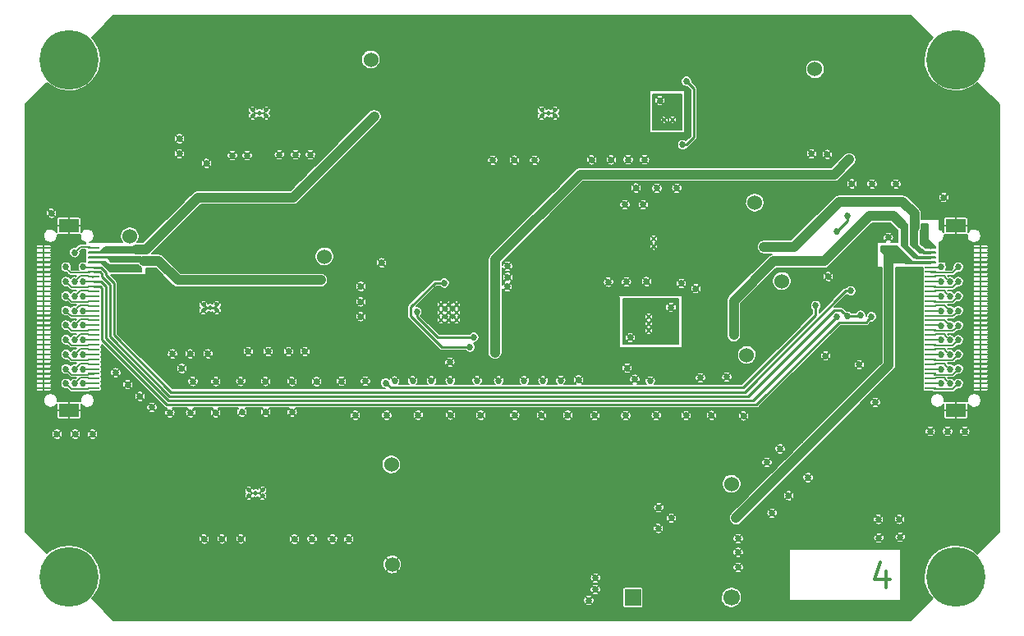
<source format=gbl>
G04 #@! TF.FileFunction,Copper,L4,Bot,Signal*
%FSLAX46Y46*%
G04 Gerber Fmt 4.6, Leading zero omitted, Abs format (unit mm)*
G04 Created by KiCad (PCBNEW (2015-04-19 BZR 5613)-product) date 7/7/2015 8:10:22 PM*
%MOMM*%
G01*
G04 APERTURE LIST*
%ADD10C,0.100000*%
%ADD11C,0.300000*%
%ADD12C,0.685800*%
%ADD13C,1.524000*%
%ADD14O,6.100000X6.100000*%
%ADD15R,2.100000X1.400000*%
%ADD16R,1.150000X0.250000*%
%ADD17C,0.400000*%
%ADD18C,0.500000*%
%ADD19C,1.699260*%
%ADD20R,1.699260X1.699260*%
%ADD21C,1.016000*%
%ADD22C,0.152400*%
%ADD23C,0.254000*%
%ADD24C,1.016000*%
G04 APERTURE END LIST*
D10*
D11*
X178283809Y-134075714D02*
X178283809Y-135769048D01*
X177679047Y-133108095D02*
X177074286Y-134922381D01*
X178646666Y-134922381D01*
D12*
X104406700Y-117729000D03*
X102565200Y-117170200D03*
X106553000Y-117716300D03*
X109118400Y-117716300D03*
X111836200Y-117640100D03*
X114300000Y-117652800D03*
X117017800Y-117652800D03*
X105638600Y-113157000D03*
X106794300Y-114490500D03*
X109143800Y-114490500D03*
X111721900Y-114490500D03*
X114274600Y-114490500D03*
X117005100Y-114490500D03*
X119532400Y-114503200D03*
X122085100Y-114477800D03*
X124561600Y-114465100D03*
X127584200Y-114439700D03*
X129451100Y-114414300D03*
X131381500Y-114414300D03*
X172186600Y-91071700D03*
X170573700Y-90995500D03*
X92202000Y-97129600D03*
X184200800Y-95504000D03*
X178485800Y-99644200D03*
X179260500Y-94119700D03*
X176809400Y-94119700D03*
X174726600Y-94094300D03*
X166497000Y-128079500D03*
X172021500Y-111848900D03*
X94653100Y-119926100D03*
X96443800Y-119926100D03*
X92760800Y-119926100D03*
X182803800Y-119646700D03*
X184594500Y-119646700D03*
X186359800Y-119646700D03*
X179705000Y-130568700D03*
X177507900Y-130644900D03*
X179628800Y-128714500D03*
X177469800Y-128714500D03*
X163017200Y-130708400D03*
X163017200Y-132130800D03*
X163017200Y-133680200D03*
X156108400Y-128600200D03*
X154774900Y-129641600D03*
X154813000Y-127508000D03*
X148285200Y-135966200D03*
X121170700Y-130759200D03*
X153936700Y-114439700D03*
X157137100Y-104381300D03*
X158635700Y-104914700D03*
X153212800Y-96253300D03*
X153555700Y-104190800D03*
X151472900Y-104216200D03*
X149644100Y-104241600D03*
X156679900Y-94551500D03*
X151333200Y-96253300D03*
X153339800Y-91617800D03*
X151663400Y-91617800D03*
X149910800Y-91630500D03*
X147904200Y-91630500D03*
X110845600Y-91186000D03*
X141998700Y-91668600D03*
X139928600Y-91668600D03*
X137680700Y-91668600D03*
X118884700Y-91109800D03*
X108191300Y-91998800D03*
X105397300Y-90995500D03*
X105397300Y-89446100D03*
X101320600Y-116039900D03*
X100063300Y-114820700D03*
X98831400Y-113588800D03*
X170205400Y-124409200D03*
X167335200Y-121450100D03*
X165963600Y-122847100D03*
X163563300Y-118046500D03*
X161836100Y-114033300D03*
X159105600Y-114109500D03*
X152349200Y-114274600D03*
X145427700Y-117983000D03*
X160248600Y-117995700D03*
X157632400Y-118008400D03*
X142722600Y-117995700D03*
X142875000Y-114414300D03*
X140931900Y-114427000D03*
X138303000Y-114414300D03*
X136080500Y-114414300D03*
X133311900Y-114414300D03*
X126238000Y-102247700D03*
X124091700Y-107797600D03*
X114554000Y-111404400D03*
X148221700Y-118021100D03*
X123532900Y-117983000D03*
X133337300Y-117957600D03*
X154559000Y-118008400D03*
X151409400Y-118008400D03*
X139966700Y-117983000D03*
X136448800Y-117983000D03*
X130009900Y-117983000D03*
X126771400Y-117983000D03*
X179920900Y-101879400D03*
X179120800Y-101561900D03*
X178523900Y-100965000D03*
X180136800Y-100190300D03*
X180136800Y-99364800D03*
X180149500Y-98539300D03*
X181152800Y-100190300D03*
X181165500Y-99390200D03*
X181178200Y-98564700D03*
X182384700Y-100190300D03*
X182206900Y-99415600D03*
X100965000Y-102819200D03*
X99809300Y-102819200D03*
X98653600Y-102831900D03*
X100965000Y-101904800D03*
X99809300Y-101904800D03*
X98653600Y-101904800D03*
X98653600Y-100926900D03*
X100965000Y-100926900D03*
X99809300Y-100926900D03*
D13*
X167500300Y-104140000D03*
D12*
X118338600Y-111404400D03*
X116662200Y-111404400D03*
X112496600Y-111404400D03*
X172288200Y-103657400D03*
X168198800Y-126263400D03*
X175488600Y-112763300D03*
X177139600Y-116649500D03*
X148297900Y-134772400D03*
X147599400Y-137083800D03*
X154622500Y-94551500D03*
X152476200Y-94538800D03*
X151549100Y-113118900D03*
X144703800Y-114388900D03*
X146545300Y-114338100D03*
X104686100Y-111645700D03*
X124091700Y-106273600D03*
X124091700Y-104686100D03*
X115697000Y-91109800D03*
X112369600Y-91186000D03*
X117360700Y-91109800D03*
X106502200Y-111645700D03*
X108331000Y-111645700D03*
X122859800Y-130759200D03*
X119075200Y-130759200D03*
X111734600Y-130746500D03*
X109791500Y-130746500D03*
X107950000Y-130746500D03*
X117246400Y-130759200D03*
D14*
X93980000Y-134620000D03*
X93980000Y-81280000D03*
X185420000Y-81280000D03*
X185420000Y-134620000D03*
D12*
X93980000Y-117450000D03*
X93980000Y-98450000D03*
X185420000Y-117450000D03*
X185420000Y-98450000D03*
D15*
X185420000Y-117450000D03*
D16*
X187995000Y-100700000D03*
X187995000Y-101200000D03*
X187995000Y-101700000D03*
X187995000Y-102200000D03*
X187995000Y-102700000D03*
X187995000Y-103200000D03*
X187995000Y-103700000D03*
X187995000Y-104200000D03*
X187995000Y-104700000D03*
X187995000Y-105200000D03*
X187995000Y-105700000D03*
X187995000Y-106200000D03*
X187995000Y-106700000D03*
X187995000Y-107200000D03*
X187995000Y-107700000D03*
X187995000Y-108200000D03*
X187995000Y-108700000D03*
X187995000Y-109200000D03*
X187995000Y-109700000D03*
X187995000Y-110200000D03*
X187995000Y-110700000D03*
X187995000Y-111200000D03*
X187995000Y-111700000D03*
X187995000Y-112200000D03*
X187995000Y-112700000D03*
X187995000Y-113200000D03*
X187995000Y-113700000D03*
X187995000Y-114200000D03*
X187995000Y-114700000D03*
X187995000Y-115200000D03*
X182845000Y-100700000D03*
X182845000Y-101200000D03*
X182845000Y-101700000D03*
X182845000Y-102200000D03*
X182845000Y-102700000D03*
X182845000Y-103200000D03*
X182845000Y-103700000D03*
X182845000Y-104200000D03*
X182845000Y-104700000D03*
X182845000Y-105200000D03*
X182845000Y-105700000D03*
X182845000Y-106200000D03*
X182845000Y-106700000D03*
X182845000Y-107200000D03*
X182845000Y-107700000D03*
X182845000Y-108200000D03*
X182845000Y-108700000D03*
X182845000Y-109200000D03*
X182845000Y-109700000D03*
X182845000Y-110200000D03*
X182845000Y-110700000D03*
X182845000Y-111200000D03*
X182845000Y-111700000D03*
X182845000Y-112200000D03*
X182845000Y-112700000D03*
X182845000Y-113200000D03*
X182845000Y-113700000D03*
X182845000Y-114200000D03*
X182845000Y-114700000D03*
X182845000Y-115200000D03*
D15*
X185420000Y-98450000D03*
D12*
X185420000Y-98450000D03*
X185420000Y-117450000D03*
D15*
X93980000Y-117450000D03*
D16*
X96555000Y-100700000D03*
X96555000Y-101200000D03*
X96555000Y-101700000D03*
X96555000Y-102200000D03*
X96555000Y-102700000D03*
X96555000Y-103200000D03*
X96555000Y-103700000D03*
X96555000Y-104200000D03*
X96555000Y-104700000D03*
X96555000Y-105200000D03*
X96555000Y-105700000D03*
X96555000Y-106200000D03*
X96555000Y-106700000D03*
X96555000Y-107200000D03*
X96555000Y-107700000D03*
X96555000Y-108200000D03*
X96555000Y-108700000D03*
X96555000Y-109200000D03*
X96555000Y-109700000D03*
X96555000Y-110200000D03*
X96555000Y-110700000D03*
X96555000Y-111200000D03*
X96555000Y-111700000D03*
X96555000Y-112200000D03*
X96555000Y-112700000D03*
X96555000Y-113200000D03*
X96555000Y-113700000D03*
X96555000Y-114200000D03*
X96555000Y-114700000D03*
X96555000Y-115200000D03*
X91405000Y-100700000D03*
X91405000Y-101200000D03*
X91405000Y-101700000D03*
X91405000Y-102200000D03*
X91405000Y-102700000D03*
X91405000Y-103200000D03*
X91405000Y-103700000D03*
X91405000Y-104200000D03*
X91405000Y-104700000D03*
X91405000Y-105200000D03*
X91405000Y-105700000D03*
X91405000Y-106200000D03*
X91405000Y-106700000D03*
X91405000Y-107200000D03*
X91405000Y-107700000D03*
X91405000Y-108200000D03*
X91405000Y-108700000D03*
X91405000Y-109200000D03*
X91405000Y-109700000D03*
X91405000Y-110200000D03*
X91405000Y-110700000D03*
X91405000Y-111200000D03*
X91405000Y-111700000D03*
X91405000Y-112200000D03*
X91405000Y-112700000D03*
X91405000Y-113200000D03*
X91405000Y-113700000D03*
X91405000Y-114200000D03*
X91405000Y-114700000D03*
X91405000Y-115200000D03*
D15*
X93980000Y-98450000D03*
D12*
X93980000Y-98450000D03*
X93980000Y-117450000D03*
D13*
X127330200Y-133375400D03*
X125120400Y-81280000D03*
X120345200Y-101600000D03*
X127241300Y-123063000D03*
X170916600Y-82283300D03*
X164719000Y-96037400D03*
X163880800Y-111772700D03*
X162318700Y-125056900D03*
D17*
X155353600Y-87528400D03*
X156253600Y-87528400D03*
X154279600Y-100577600D03*
X154279600Y-99777600D03*
X153771600Y-109234200D03*
X153771600Y-108534200D03*
X153771600Y-107834200D03*
D18*
X143433800Y-86817200D03*
X144133800Y-87117200D03*
X142733800Y-86517200D03*
X144133800Y-86517200D03*
X142733800Y-87117200D03*
X108559600Y-106883200D03*
X109259600Y-107183200D03*
X107859600Y-106583200D03*
X109259600Y-106583200D03*
X107859600Y-107183200D03*
X113639600Y-86791800D03*
X114339600Y-87091800D03*
X112939600Y-86491800D03*
X114339600Y-86491800D03*
X112939600Y-87091800D03*
X113258600Y-126009400D03*
X113958600Y-126309400D03*
X112558600Y-125709400D03*
X113958600Y-125709400D03*
X112558600Y-126309400D03*
D17*
X133959500Y-108178500D03*
X133959500Y-107378500D03*
X133959500Y-106578500D03*
X133159500Y-106578500D03*
X133159500Y-107378500D03*
X133159500Y-108178500D03*
X132359500Y-106578500D03*
X132359500Y-107378500D03*
X132359500Y-108178500D03*
D19*
X162306520Y-136776460D03*
D20*
X152146520Y-136776460D03*
D12*
X139230100Y-102603300D03*
X139255500Y-103759000D03*
X139192000Y-104724200D03*
X133273800Y-112496600D03*
X154940000Y-85521800D03*
X151892000Y-109969300D03*
X156070300Y-106857800D03*
D13*
X100279200Y-99517200D03*
D12*
X182206900Y-98577400D03*
X94589600Y-101193600D03*
X95478600Y-102692200D03*
X174599600Y-105143300D03*
X93700600Y-102692200D03*
X174230074Y-107759480D03*
X175615630Y-107654705D03*
X94589600Y-104190802D03*
X95478600Y-104190800D03*
X173135573Y-107803586D03*
X93700604Y-104190800D03*
X176747072Y-107815429D03*
X94589600Y-105689398D03*
X95478600Y-105689396D03*
X93700600Y-105689400D03*
X94589600Y-107188000D03*
X95478600Y-107188000D03*
X93700600Y-107188000D03*
X94589600Y-108686602D03*
X95478600Y-108686596D03*
X93700600Y-108686600D03*
X94589600Y-110185200D03*
X95478606Y-110185219D03*
X93700606Y-110185200D03*
X94589602Y-111709198D03*
X95478600Y-111709204D03*
X93700600Y-111709204D03*
X94589600Y-113207800D03*
X95478600Y-113207800D03*
X93700600Y-113207800D03*
X94589596Y-114706400D03*
X95478600Y-114706400D03*
X93700600Y-114706400D03*
X183921400Y-102692200D03*
X185699400Y-102692200D03*
X184810400Y-104190800D03*
X183921400Y-104190800D03*
X185699400Y-104190800D03*
X184810400Y-105689400D03*
X183921400Y-105689400D03*
X185699404Y-105689400D03*
X184810400Y-107188000D03*
X183921400Y-107188000D03*
X185699400Y-107188000D03*
X184810400Y-108712000D03*
X183921400Y-108712000D03*
X185699400Y-108712000D03*
X184810400Y-110210600D03*
X183921394Y-110210600D03*
X185699400Y-110210600D03*
X184810396Y-111709200D03*
X183921400Y-111709200D03*
X185699400Y-111709200D03*
X184810400Y-113207800D03*
X183921400Y-113207800D03*
X185699400Y-113207800D03*
X184810400Y-114706406D03*
X183921400Y-114706400D03*
X185699400Y-114706404D03*
X126659836Y-114645636D03*
D21*
X119974400Y-104051100D03*
D12*
X173189900Y-99034600D03*
X174307500Y-97370902D03*
X171005500Y-106667300D03*
X129870200Y-107315000D03*
X135742507Y-109931200D03*
D21*
X174434500Y-91605100D03*
X137934700Y-111518700D03*
D12*
X135356600Y-110947200D03*
X132698984Y-104335607D03*
X157657800Y-83515200D03*
X157657800Y-83515200D03*
X157284184Y-90068380D03*
D21*
X125488700Y-87160100D03*
X165671500Y-100622100D03*
X162547300Y-109702600D03*
D12*
X162547300Y-109702600D03*
X162547300Y-109702600D03*
X162547300Y-109702600D03*
X162547300Y-109702600D03*
X162547300Y-109702600D03*
X162547300Y-109702600D03*
D21*
X162788600Y-128587500D03*
D12*
X162788600Y-128587500D03*
X162788600Y-128587500D03*
X162788600Y-128587500D03*
X133537180Y-104330500D03*
D22*
X94932499Y-100850701D02*
X94589600Y-101193600D01*
X95173800Y-100609400D02*
X94932499Y-100850701D01*
X96139000Y-100609400D02*
X95173800Y-100609400D01*
X96229600Y-100700000D02*
X96139000Y-100609400D01*
X96555000Y-100700000D02*
X96229600Y-100700000D01*
X95486400Y-102700000D02*
X95478600Y-102692200D01*
X96555000Y-102700000D02*
X95486400Y-102700000D01*
D23*
X174114667Y-105143300D02*
X174599600Y-105143300D01*
X163687967Y-115570000D02*
X174114667Y-105143300D01*
X104495600Y-115570000D02*
X163687967Y-115570000D01*
X98628633Y-109703033D02*
X104495600Y-115570000D01*
X98628633Y-104318233D02*
X98628633Y-109703033D01*
X97815811Y-103505411D02*
X98628633Y-104318233D01*
X97815811Y-103228891D02*
X97815811Y-103505411D01*
X97286920Y-102700000D02*
X97815811Y-103228891D01*
X96555000Y-102700000D02*
X97286920Y-102700000D01*
D22*
X94169638Y-103276400D02*
X93615608Y-102722370D01*
X96139000Y-103276400D02*
X94169638Y-103276400D01*
X96215400Y-103200000D02*
X96139000Y-103276400D01*
X96555000Y-103200000D02*
X96215400Y-103200000D01*
D23*
X174230074Y-107759480D02*
X175510855Y-107759480D01*
X175510855Y-107759480D02*
X175615630Y-107654705D01*
X173887175Y-107416581D02*
X174230074Y-107759480D01*
X173633194Y-107162600D02*
X173887175Y-107416581D01*
X172880882Y-107162600D02*
X173633194Y-107162600D01*
X164028982Y-116014500D02*
X172880882Y-107162600D01*
X104365350Y-116014500D02*
X164028982Y-116014500D01*
X98222224Y-109871374D02*
X104365350Y-116014500D01*
X98222221Y-104514799D02*
X98222224Y-109871374D01*
X97409401Y-103701979D02*
X98222221Y-104514799D01*
X97409401Y-103397231D02*
X97409401Y-103701979D01*
X97212170Y-103200000D02*
X97409401Y-103397231D01*
X96555000Y-103200000D02*
X97212170Y-103200000D01*
D22*
X96496000Y-103759000D02*
X96555000Y-103700000D01*
X94932499Y-103847903D02*
X94589600Y-104190802D01*
X95173802Y-103606600D02*
X94932499Y-103847903D01*
X95986600Y-103606600D02*
X95173802Y-103606600D01*
X96080000Y-103700000D02*
X95986600Y-103606600D01*
X96555000Y-103700000D02*
X96080000Y-103700000D01*
X96555000Y-104200000D02*
X95487800Y-104200000D01*
X95487800Y-104200000D02*
X95478600Y-104190800D01*
D23*
X172792674Y-108146485D02*
X173135573Y-107803586D01*
X164492859Y-116446300D02*
X172792674Y-108146485D01*
X104222400Y-116446300D02*
X164492859Y-116446300D01*
X97815813Y-110039713D02*
X104222400Y-116446300D01*
X97815811Y-104683139D02*
X97815813Y-110039713D01*
X97332672Y-104200000D02*
X97815811Y-104683139D01*
X96555000Y-104200000D02*
X97332672Y-104200000D01*
D22*
X94043503Y-104533699D02*
X93700604Y-104190800D01*
X94284804Y-104775000D02*
X94043503Y-104533699D01*
X95986600Y-104775000D02*
X94284804Y-104775000D01*
X96061600Y-104700000D02*
X95986600Y-104775000D01*
X96555000Y-104700000D02*
X96061600Y-104700000D01*
D23*
X176404173Y-108158328D02*
X176747072Y-107815429D01*
X176180701Y-108381800D02*
X176404173Y-108158328D01*
X173405800Y-108381800D02*
X176180701Y-108381800D01*
X164896800Y-116890800D02*
X173405800Y-108381800D01*
X104092150Y-116890800D02*
X164896800Y-116890800D01*
X97409404Y-110208054D02*
X104092150Y-116890800D01*
X97409401Y-105414424D02*
X97409404Y-110208054D01*
X97409401Y-104851479D02*
X97409401Y-105414424D01*
X97256722Y-104698800D02*
X97409401Y-104851479D01*
X96556200Y-104698800D02*
X97256722Y-104698800D01*
X96555000Y-104700000D02*
X96556200Y-104698800D01*
D22*
X94932499Y-105346499D02*
X94589600Y-105689398D01*
X95173798Y-105105200D02*
X94932499Y-105346499D01*
X95986600Y-105105200D02*
X95173798Y-105105200D01*
X96081400Y-105200000D02*
X95986600Y-105105200D01*
X96555000Y-105200000D02*
X96081400Y-105200000D01*
X95489204Y-105700000D02*
X95478600Y-105689396D01*
X96555000Y-105700000D02*
X95489204Y-105700000D01*
X94043499Y-106032299D02*
X93700600Y-105689400D01*
X94284800Y-106273600D02*
X94043499Y-106032299D01*
X95986600Y-106273600D02*
X94284800Y-106273600D01*
X96060200Y-106200000D02*
X95986600Y-106273600D01*
X96555000Y-106200000D02*
X96060200Y-106200000D01*
X94932499Y-106845101D02*
X94589600Y-107188000D01*
X95173800Y-106603800D02*
X94932499Y-106845101D01*
X95986600Y-106603800D02*
X95173800Y-106603800D01*
X96082800Y-106700000D02*
X95986600Y-106603800D01*
X96555000Y-106700000D02*
X96082800Y-106700000D01*
X95490600Y-107200000D02*
X95478600Y-107188000D01*
X96555000Y-107200000D02*
X95490600Y-107200000D01*
X94043499Y-107530899D02*
X93700600Y-107188000D01*
X94284800Y-107772200D02*
X94043499Y-107530899D01*
X95986600Y-107772200D02*
X94284800Y-107772200D01*
X96037400Y-107721400D02*
X95986600Y-107772200D01*
X96533600Y-107721400D02*
X96037400Y-107721400D01*
X96555000Y-107700000D02*
X96533600Y-107721400D01*
X94932499Y-108343703D02*
X94589600Y-108686602D01*
X95173802Y-108102400D02*
X94932499Y-108343703D01*
X95961200Y-108102400D02*
X95173802Y-108102400D01*
X96058800Y-108200000D02*
X95961200Y-108102400D01*
X96555000Y-108200000D02*
X96058800Y-108200000D01*
X95492004Y-108700000D02*
X95478600Y-108686596D01*
X96555000Y-108700000D02*
X95492004Y-108700000D01*
X94043499Y-109029499D02*
X93700600Y-108686600D01*
X94284800Y-109270800D02*
X94043499Y-109029499D01*
X95986600Y-109270800D02*
X94284800Y-109270800D01*
X96057400Y-109200000D02*
X95986600Y-109270800D01*
X96555000Y-109200000D02*
X96057400Y-109200000D01*
X94932499Y-109842301D02*
X94589600Y-110185200D01*
X95173800Y-109601000D02*
X94932499Y-109842301D01*
X95986600Y-109601000D02*
X95173800Y-109601000D01*
X96085600Y-109700000D02*
X95986600Y-109601000D01*
X96555000Y-109700000D02*
X96085600Y-109700000D01*
X95493387Y-110200000D02*
X95478606Y-110185219D01*
X96555000Y-110200000D02*
X95493387Y-110200000D01*
X94043505Y-110528099D02*
X93700606Y-110185200D01*
X94284806Y-110769400D02*
X94043505Y-110528099D01*
X95986600Y-110769400D02*
X94284806Y-110769400D01*
X96037400Y-110718600D02*
X95986600Y-110769400D01*
X96536400Y-110718600D02*
X96037400Y-110718600D01*
X96555000Y-110700000D02*
X96536400Y-110718600D01*
X94932501Y-111366299D02*
X94589602Y-111709198D01*
X95173800Y-111125000D02*
X94932501Y-111366299D01*
X95986600Y-111125000D02*
X95173800Y-111125000D01*
X96061600Y-111200000D02*
X95986600Y-111125000D01*
X96555000Y-111200000D02*
X96061600Y-111200000D01*
X95487804Y-111700000D02*
X95478600Y-111709204D01*
X96555000Y-111700000D02*
X95487804Y-111700000D01*
X94043499Y-112052103D02*
X93700600Y-111709204D01*
X94284796Y-112293400D02*
X94043499Y-112052103D01*
X95986600Y-112293400D02*
X94284796Y-112293400D01*
X96080000Y-112200000D02*
X95986600Y-112293400D01*
X96555000Y-112200000D02*
X96080000Y-112200000D01*
X94932499Y-112864901D02*
X94589600Y-113207800D01*
X95173800Y-112623600D02*
X94932499Y-112864901D01*
X95986600Y-112623600D02*
X95173800Y-112623600D01*
X96063000Y-112700000D02*
X95986600Y-112623600D01*
X96555000Y-112700000D02*
X96063000Y-112700000D01*
X95486400Y-113200000D02*
X95478600Y-113207800D01*
X96555000Y-113200000D02*
X95486400Y-113200000D01*
X94043499Y-113550699D02*
X93700600Y-113207800D01*
X94284800Y-113792000D02*
X94043499Y-113550699D01*
X95935800Y-113792000D02*
X94284800Y-113792000D01*
X96012000Y-113715800D02*
X95935800Y-113792000D01*
X96539200Y-113715800D02*
X96012000Y-113715800D01*
X96555000Y-113700000D02*
X96539200Y-113715800D01*
X94932495Y-114363501D02*
X94589596Y-114706400D01*
X95173796Y-114122200D02*
X94932495Y-114363501D01*
X95986600Y-114122200D02*
X95173796Y-114122200D01*
X96064400Y-114200000D02*
X95986600Y-114122200D01*
X96555000Y-114200000D02*
X96064400Y-114200000D01*
X95485000Y-114700000D02*
X95478600Y-114706400D01*
X96555000Y-114700000D02*
X95485000Y-114700000D01*
X94043499Y-115049299D02*
X93700600Y-114706400D01*
X94284800Y-115290600D02*
X94043499Y-115049299D01*
X95961200Y-115290600D02*
X94284800Y-115290600D01*
X96051800Y-115200000D02*
X95961200Y-115290600D01*
X96555000Y-115200000D02*
X96051800Y-115200000D01*
X183913600Y-102700000D02*
X183921400Y-102692200D01*
X182845000Y-102700000D02*
X183913600Y-102700000D01*
X185356501Y-103035099D02*
X185699400Y-102692200D01*
X185115200Y-103276400D02*
X185356501Y-103035099D01*
X183261000Y-103276400D02*
X185115200Y-103276400D01*
X183235600Y-103251000D02*
X183261000Y-103276400D01*
X182896000Y-103251000D02*
X183235600Y-103251000D01*
X182845000Y-103200000D02*
X182896000Y-103251000D01*
X184467501Y-103847901D02*
X184810400Y-104190800D01*
X184226200Y-103606600D02*
X184467501Y-103847901D01*
X183261000Y-103606600D02*
X184226200Y-103606600D01*
X183167600Y-103700000D02*
X183261000Y-103606600D01*
X182845000Y-103700000D02*
X183167600Y-103700000D01*
X182845000Y-104200000D02*
X183912200Y-104200000D01*
X183912200Y-104200000D02*
X183921400Y-104190800D01*
X185356501Y-104533699D02*
X185699400Y-104190800D01*
X185115200Y-104775000D02*
X185356501Y-104533699D01*
X183261000Y-104775000D02*
X185115200Y-104775000D01*
X183186000Y-104700000D02*
X183261000Y-104775000D01*
X182845000Y-104700000D02*
X183186000Y-104700000D01*
X184467501Y-105346501D02*
X184810400Y-105689400D01*
X184226200Y-105105200D02*
X184467501Y-105346501D01*
X183286400Y-105105200D02*
X184226200Y-105105200D01*
X183191600Y-105200000D02*
X183286400Y-105105200D01*
X182845000Y-105200000D02*
X183191600Y-105200000D01*
X183910800Y-105700000D02*
X183921400Y-105689400D01*
X182845000Y-105700000D02*
X183910800Y-105700000D01*
X185356505Y-106032299D02*
X185699404Y-105689400D01*
X185115204Y-106273600D02*
X185356505Y-106032299D01*
X183261000Y-106273600D02*
X185115204Y-106273600D01*
X183187400Y-106200000D02*
X183261000Y-106273600D01*
X182845000Y-106200000D02*
X183187400Y-106200000D01*
X182865000Y-106680000D02*
X182845000Y-106700000D01*
X183210200Y-106680000D02*
X182865000Y-106680000D01*
X183286400Y-106603800D02*
X183210200Y-106680000D01*
X184226200Y-106603800D02*
X183286400Y-106603800D01*
X184810400Y-107188000D02*
X184226200Y-106603800D01*
X183909400Y-107200000D02*
X183921400Y-107188000D01*
X182845000Y-107200000D02*
X183909400Y-107200000D01*
X185356501Y-107530899D02*
X185699400Y-107188000D01*
X185115200Y-107772200D02*
X185356501Y-107530899D01*
X183261000Y-107772200D02*
X185115200Y-107772200D01*
X183188800Y-107700000D02*
X183261000Y-107772200D01*
X182845000Y-107700000D02*
X183188800Y-107700000D01*
X184467501Y-108369101D02*
X184810400Y-108712000D01*
X184226200Y-108127800D02*
X184467501Y-108369101D01*
X183286400Y-108127800D02*
X184226200Y-108127800D01*
X183214200Y-108200000D02*
X183286400Y-108127800D01*
X182845000Y-108200000D02*
X183214200Y-108200000D01*
X182845000Y-108700000D02*
X183909400Y-108700000D01*
X183909400Y-108700000D02*
X183921400Y-108712000D01*
X185356501Y-109054899D02*
X185699400Y-108712000D01*
X185115200Y-109296200D02*
X185356501Y-109054899D01*
X183261000Y-109296200D02*
X185115200Y-109296200D01*
X183164800Y-109200000D02*
X183261000Y-109296200D01*
X182845000Y-109200000D02*
X183164800Y-109200000D01*
X184467501Y-109867701D02*
X184810400Y-110210600D01*
X184226200Y-109626400D02*
X184467501Y-109867701D01*
X183286400Y-109626400D02*
X184226200Y-109626400D01*
X183212800Y-109700000D02*
X183286400Y-109626400D01*
X182845000Y-109700000D02*
X183212800Y-109700000D01*
X182845000Y-110200000D02*
X183910794Y-110200000D01*
X183910794Y-110200000D02*
X183921394Y-110210600D01*
X185356501Y-110553499D02*
X185699400Y-110210600D01*
X185115200Y-110794800D02*
X185356501Y-110553499D01*
X183261000Y-110794800D02*
X185115200Y-110794800D01*
X183166200Y-110700000D02*
X183261000Y-110794800D01*
X182845000Y-110700000D02*
X183166200Y-110700000D01*
X184467497Y-111366301D02*
X184810396Y-111709200D01*
X184226196Y-111125000D02*
X184467497Y-111366301D01*
X183261000Y-111125000D02*
X184226196Y-111125000D01*
X183186000Y-111200000D02*
X183261000Y-111125000D01*
X182845000Y-111200000D02*
X183186000Y-111200000D01*
X182845000Y-111700000D02*
X183912200Y-111700000D01*
X183912200Y-111700000D02*
X183921400Y-111709200D01*
X185356501Y-112052099D02*
X185699400Y-111709200D01*
X185115200Y-112293400D02*
X185356501Y-112052099D01*
X183261000Y-112293400D02*
X185115200Y-112293400D01*
X183167600Y-112200000D02*
X183261000Y-112293400D01*
X182845000Y-112200000D02*
X183167600Y-112200000D01*
X184467501Y-112864901D02*
X184810400Y-113207800D01*
X184226200Y-112623600D02*
X184467501Y-112864901D01*
X183261000Y-112623600D02*
X184226200Y-112623600D01*
X183184600Y-112700000D02*
X183261000Y-112623600D01*
X182845000Y-112700000D02*
X183184600Y-112700000D01*
X183913600Y-113200000D02*
X183921400Y-113207800D01*
X182845000Y-113200000D02*
X183913600Y-113200000D01*
X185356501Y-113550699D02*
X185699400Y-113207800D01*
X185115200Y-113792000D02*
X185356501Y-113550699D01*
X183261000Y-113792000D02*
X185115200Y-113792000D01*
X183169000Y-113700000D02*
X183261000Y-113792000D01*
X182845000Y-113700000D02*
X183169000Y-113700000D01*
X184467501Y-114363507D02*
X184810400Y-114706406D01*
X184226194Y-114122200D02*
X184467501Y-114363507D01*
X183286400Y-114122200D02*
X184226194Y-114122200D01*
X183208600Y-114200000D02*
X183286400Y-114122200D01*
X182845000Y-114200000D02*
X183208600Y-114200000D01*
X183915000Y-114700000D02*
X183921400Y-114706400D01*
X182845000Y-114700000D02*
X183915000Y-114700000D01*
X185356501Y-115049303D02*
X185699400Y-114706404D01*
X185115204Y-115290600D02*
X185356501Y-115049303D01*
X183235600Y-115290600D02*
X185115204Y-115290600D01*
X183145000Y-115200000D02*
X183235600Y-115290600D01*
X182845000Y-115200000D02*
X183145000Y-115200000D01*
D23*
X182845000Y-100650600D02*
X182384700Y-100190300D01*
X182845000Y-100700000D02*
X182845000Y-100650600D01*
X127152400Y-115138200D02*
X126659836Y-114645636D01*
D22*
X96506752Y-101713752D02*
X96520000Y-101727000D01*
X96520000Y-101727000D02*
X96528000Y-101727000D01*
X96528000Y-101727000D02*
X96555000Y-101700000D01*
X96555000Y-101700000D02*
X96216800Y-101700000D01*
D23*
X174307500Y-97855835D02*
X174307500Y-97370902D01*
X173189900Y-99034600D02*
X174307500Y-97917000D01*
X174307500Y-97917000D02*
X174307500Y-97855835D01*
D24*
X119974400Y-104051100D02*
X105232200Y-104051100D01*
X103251009Y-102069909D02*
X102414172Y-102069909D01*
X105232200Y-104051100D02*
X103251009Y-102069909D01*
X102414172Y-102069909D02*
X101700595Y-102069909D01*
D23*
X101535486Y-101904800D02*
X101700595Y-102069909D01*
X100965000Y-101904800D02*
X101535486Y-101904800D01*
X163512500Y-115138200D02*
X127152400Y-115138200D01*
X171005500Y-107645200D02*
X163512500Y-115138200D01*
X171005500Y-106667300D02*
X171005500Y-107645200D01*
D24*
X137934700Y-111518700D02*
X137934700Y-101931214D01*
X137934700Y-101931214D02*
X146724114Y-93141800D01*
X146724114Y-93141800D02*
X172897800Y-93141800D01*
X172897800Y-93141800D02*
X174434500Y-91605100D01*
D23*
X129870200Y-107799933D02*
X132001467Y-109931200D01*
X129870200Y-107315000D02*
X129870200Y-107799933D01*
X132001467Y-109931200D02*
X135742507Y-109931200D01*
X131731993Y-104335607D02*
X132214051Y-104335607D01*
X135356600Y-110947200D02*
X132442717Y-110947200D01*
X132442717Y-110947200D02*
X129247899Y-107752382D01*
X129247899Y-107752382D02*
X129247899Y-106819701D01*
X129247899Y-106819701D02*
X131731993Y-104335607D01*
X132214051Y-104335607D02*
X132698984Y-104335607D01*
X157657800Y-83515200D02*
X158419800Y-84277200D01*
X158419800Y-84277200D02*
X158419800Y-89306400D01*
X158419800Y-89306400D02*
X157657820Y-90068380D01*
X157657820Y-90068380D02*
X157284184Y-90068380D01*
D24*
X125488700Y-87160100D02*
X117132100Y-95516700D01*
X117132100Y-95516700D02*
X107315000Y-95516700D01*
X107315000Y-95516700D02*
X101930201Y-100901499D01*
X101930201Y-100901499D02*
X101446585Y-100901499D01*
X101446585Y-100901499D02*
X100965000Y-100901499D01*
D22*
X96555000Y-102200000D02*
X96231000Y-102200000D01*
D23*
X182162500Y-101200000D02*
X182845000Y-101200000D01*
X181152800Y-100190300D02*
X182162500Y-101200000D01*
D24*
X165671500Y-100622100D02*
X168744900Y-100622100D01*
X168744900Y-100622100D02*
X173393100Y-95973900D01*
X173393100Y-95973900D02*
X179971700Y-95973900D01*
X181178200Y-97180400D02*
X181178200Y-98564700D01*
X179971700Y-95973900D02*
X181178200Y-97180400D01*
D22*
X182846600Y-101701600D02*
X183184800Y-101701600D01*
X182845000Y-101700000D02*
X182846600Y-101701600D01*
D23*
X182845000Y-101700000D02*
X181379800Y-101700000D01*
X181379800Y-101700000D02*
X180301900Y-100622100D01*
X180301900Y-100622100D02*
X180301900Y-100596710D01*
X180301900Y-100355400D02*
X180136800Y-100190300D01*
X180301900Y-100622100D02*
X180301900Y-100355400D01*
D24*
X162547300Y-109702600D02*
X162547300Y-106172000D01*
X162547300Y-106172000D02*
X166636700Y-102082600D01*
X166636700Y-102082600D02*
X171869100Y-102082600D01*
X171869100Y-102082600D02*
X176517300Y-97434400D01*
X176517300Y-97434400D02*
X178981100Y-97434400D01*
X178981100Y-97434400D02*
X179832000Y-98285300D01*
D23*
X180086000Y-98539300D02*
X179832000Y-98285300D01*
X180149500Y-98539300D02*
X180086000Y-98539300D01*
D22*
X182860800Y-102184200D02*
X183210200Y-102184200D01*
X182845000Y-102200000D02*
X182860800Y-102184200D01*
D23*
X182822701Y-102222299D02*
X182845000Y-102200000D01*
X180263799Y-102222299D02*
X182822701Y-102222299D01*
X179920900Y-101879400D02*
X180263799Y-102222299D01*
D24*
X162788600Y-128587500D02*
X170141900Y-121234200D01*
X170141900Y-121234200D02*
X170141900Y-121208800D01*
X178523900Y-112826800D02*
X178523900Y-100965000D01*
X170141900Y-121208800D02*
X178523900Y-112826800D01*
D23*
X108159600Y-106883200D02*
X107859600Y-107183200D01*
X108159600Y-106883200D02*
X107859600Y-106583200D01*
X108559600Y-106883200D02*
X108159600Y-106883200D01*
X108959600Y-106883200D02*
X109259600Y-106583200D01*
X108959600Y-106883200D02*
X109259600Y-107183200D01*
X108559600Y-106883200D02*
X108959600Y-106883200D01*
X133159500Y-106578500D02*
X133537180Y-106200820D01*
X133537180Y-106200820D02*
X133537180Y-104815433D01*
X133537180Y-104815433D02*
X133537180Y-104330500D01*
D22*
X112858600Y-126009400D02*
X112558600Y-125709400D01*
X112858600Y-126009400D02*
X112558600Y-126309400D01*
X113258600Y-126009400D02*
X112858600Y-126009400D01*
X113658600Y-126009400D02*
X113958600Y-125709400D01*
X113658600Y-126009400D02*
X113958600Y-126309400D01*
X113258600Y-126009400D02*
X113658600Y-126009400D01*
X113239600Y-86791800D02*
X112939600Y-87091800D01*
X113239600Y-86791800D02*
X112939600Y-86491800D01*
X113639600Y-86791800D02*
X113239600Y-86791800D01*
X114039600Y-86791800D02*
X114339600Y-86491800D01*
X114039600Y-86791800D02*
X114339600Y-87091800D01*
X113639600Y-86791800D02*
X114039600Y-86791800D01*
X143033800Y-86817200D02*
X142733800Y-86517200D01*
X143033800Y-86817200D02*
X142733800Y-87117200D01*
X143433800Y-86817200D02*
X143033800Y-86817200D01*
X143833800Y-86817200D02*
X144133800Y-86517200D01*
X143833800Y-86817200D02*
X144133800Y-87117200D01*
X143433800Y-86817200D02*
X143833800Y-86817200D01*
G36*
X157124400Y-88493600D02*
X156683047Y-88493600D01*
X156683047Y-87447524D01*
X156619408Y-87289339D01*
X156614453Y-87281923D01*
X156531023Y-87268938D01*
X156513062Y-87286899D01*
X156513062Y-87250977D01*
X156500077Y-87167547D01*
X156343222Y-87100693D01*
X156172724Y-87098953D01*
X156014539Y-87162592D01*
X156007123Y-87167547D01*
X155994138Y-87250977D01*
X156253600Y-87510439D01*
X156513062Y-87250977D01*
X156513062Y-87286899D01*
X156271561Y-87528400D01*
X156531023Y-87787862D01*
X156614453Y-87774877D01*
X156681307Y-87618022D01*
X156683047Y-87447524D01*
X156683047Y-88493600D01*
X156513062Y-88493600D01*
X156513062Y-87805823D01*
X156253600Y-87546361D01*
X156235639Y-87564322D01*
X156235639Y-87528400D01*
X155976177Y-87268938D01*
X155892747Y-87281923D01*
X155825893Y-87438778D01*
X155824153Y-87609276D01*
X155887792Y-87767461D01*
X155892747Y-87774877D01*
X155976177Y-87787862D01*
X156235639Y-87528400D01*
X156235639Y-87564322D01*
X155994138Y-87805823D01*
X156007123Y-87889253D01*
X156163978Y-87956107D01*
X156334476Y-87957847D01*
X156492661Y-87894208D01*
X156500077Y-87889253D01*
X156513062Y-87805823D01*
X156513062Y-88493600D01*
X155783047Y-88493600D01*
X155783047Y-87447524D01*
X155719408Y-87289339D01*
X155714453Y-87281923D01*
X155631023Y-87268938D01*
X155613062Y-87286899D01*
X155613062Y-87250977D01*
X155600077Y-87167547D01*
X155513399Y-87130603D01*
X155513399Y-85418125D01*
X155430077Y-85206586D01*
X155418764Y-85189656D01*
X155320489Y-85159271D01*
X155302529Y-85177231D01*
X155302529Y-85141311D01*
X155272144Y-85043036D01*
X155063647Y-84952373D01*
X154836325Y-84948401D01*
X154624786Y-85031723D01*
X154607856Y-85043036D01*
X154577471Y-85141311D01*
X154940000Y-85503839D01*
X155302529Y-85141311D01*
X155302529Y-85177231D01*
X154957961Y-85521800D01*
X155320489Y-85884329D01*
X155418764Y-85853944D01*
X155509427Y-85645447D01*
X155513399Y-85418125D01*
X155513399Y-87130603D01*
X155443222Y-87100693D01*
X155302529Y-87099257D01*
X155302529Y-85902289D01*
X154940000Y-85539761D01*
X154922039Y-85557721D01*
X154922039Y-85521800D01*
X154559511Y-85159271D01*
X154461236Y-85189656D01*
X154370573Y-85398153D01*
X154366601Y-85625475D01*
X154449923Y-85837014D01*
X154461236Y-85853944D01*
X154559511Y-85884329D01*
X154922039Y-85521800D01*
X154922039Y-85557721D01*
X154577471Y-85902289D01*
X154607856Y-86000564D01*
X154816353Y-86091227D01*
X155043675Y-86095199D01*
X155255214Y-86011877D01*
X155272144Y-86000564D01*
X155302529Y-85902289D01*
X155302529Y-87099257D01*
X155272724Y-87098953D01*
X155114539Y-87162592D01*
X155107123Y-87167547D01*
X155094138Y-87250977D01*
X155353600Y-87510439D01*
X155613062Y-87250977D01*
X155613062Y-87286899D01*
X155371561Y-87528400D01*
X155631023Y-87787862D01*
X155714453Y-87774877D01*
X155781307Y-87618022D01*
X155783047Y-87447524D01*
X155783047Y-88493600D01*
X155613062Y-88493600D01*
X155613062Y-87805823D01*
X155353600Y-87546361D01*
X155335639Y-87564322D01*
X155335639Y-87528400D01*
X155076177Y-87268938D01*
X154992747Y-87281923D01*
X154925893Y-87438778D01*
X154924153Y-87609276D01*
X154987792Y-87767461D01*
X154992747Y-87774877D01*
X155076177Y-87787862D01*
X155335639Y-87528400D01*
X155335639Y-87564322D01*
X155094138Y-87805823D01*
X155107123Y-87889253D01*
X155263978Y-87956107D01*
X155434476Y-87957847D01*
X155592661Y-87894208D01*
X155600077Y-87889253D01*
X155613062Y-87805823D01*
X155613062Y-88493600D01*
X154228800Y-88493600D01*
X154228800Y-84861400D01*
X157124400Y-84861400D01*
X157124400Y-85064600D01*
X157124400Y-85115400D01*
X157124400Y-88493600D01*
X157124400Y-88493600D01*
G37*
X157124400Y-88493600D02*
X156683047Y-88493600D01*
X156683047Y-87447524D01*
X156619408Y-87289339D01*
X156614453Y-87281923D01*
X156531023Y-87268938D01*
X156513062Y-87286899D01*
X156513062Y-87250977D01*
X156500077Y-87167547D01*
X156343222Y-87100693D01*
X156172724Y-87098953D01*
X156014539Y-87162592D01*
X156007123Y-87167547D01*
X155994138Y-87250977D01*
X156253600Y-87510439D01*
X156513062Y-87250977D01*
X156513062Y-87286899D01*
X156271561Y-87528400D01*
X156531023Y-87787862D01*
X156614453Y-87774877D01*
X156681307Y-87618022D01*
X156683047Y-87447524D01*
X156683047Y-88493600D01*
X156513062Y-88493600D01*
X156513062Y-87805823D01*
X156253600Y-87546361D01*
X156235639Y-87564322D01*
X156235639Y-87528400D01*
X155976177Y-87268938D01*
X155892747Y-87281923D01*
X155825893Y-87438778D01*
X155824153Y-87609276D01*
X155887792Y-87767461D01*
X155892747Y-87774877D01*
X155976177Y-87787862D01*
X156235639Y-87528400D01*
X156235639Y-87564322D01*
X155994138Y-87805823D01*
X156007123Y-87889253D01*
X156163978Y-87956107D01*
X156334476Y-87957847D01*
X156492661Y-87894208D01*
X156500077Y-87889253D01*
X156513062Y-87805823D01*
X156513062Y-88493600D01*
X155783047Y-88493600D01*
X155783047Y-87447524D01*
X155719408Y-87289339D01*
X155714453Y-87281923D01*
X155631023Y-87268938D01*
X155613062Y-87286899D01*
X155613062Y-87250977D01*
X155600077Y-87167547D01*
X155513399Y-87130603D01*
X155513399Y-85418125D01*
X155430077Y-85206586D01*
X155418764Y-85189656D01*
X155320489Y-85159271D01*
X155302529Y-85177231D01*
X155302529Y-85141311D01*
X155272144Y-85043036D01*
X155063647Y-84952373D01*
X154836325Y-84948401D01*
X154624786Y-85031723D01*
X154607856Y-85043036D01*
X154577471Y-85141311D01*
X154940000Y-85503839D01*
X155302529Y-85141311D01*
X155302529Y-85177231D01*
X154957961Y-85521800D01*
X155320489Y-85884329D01*
X155418764Y-85853944D01*
X155509427Y-85645447D01*
X155513399Y-85418125D01*
X155513399Y-87130603D01*
X155443222Y-87100693D01*
X155302529Y-87099257D01*
X155302529Y-85902289D01*
X154940000Y-85539761D01*
X154922039Y-85557721D01*
X154922039Y-85521800D01*
X154559511Y-85159271D01*
X154461236Y-85189656D01*
X154370573Y-85398153D01*
X154366601Y-85625475D01*
X154449923Y-85837014D01*
X154461236Y-85853944D01*
X154559511Y-85884329D01*
X154922039Y-85521800D01*
X154922039Y-85557721D01*
X154577471Y-85902289D01*
X154607856Y-86000564D01*
X154816353Y-86091227D01*
X155043675Y-86095199D01*
X155255214Y-86011877D01*
X155272144Y-86000564D01*
X155302529Y-85902289D01*
X155302529Y-87099257D01*
X155272724Y-87098953D01*
X155114539Y-87162592D01*
X155107123Y-87167547D01*
X155094138Y-87250977D01*
X155353600Y-87510439D01*
X155613062Y-87250977D01*
X155613062Y-87286899D01*
X155371561Y-87528400D01*
X155631023Y-87787862D01*
X155714453Y-87774877D01*
X155781307Y-87618022D01*
X155783047Y-87447524D01*
X155783047Y-88493600D01*
X155613062Y-88493600D01*
X155613062Y-87805823D01*
X155353600Y-87546361D01*
X155335639Y-87564322D01*
X155335639Y-87528400D01*
X155076177Y-87268938D01*
X154992747Y-87281923D01*
X154925893Y-87438778D01*
X154924153Y-87609276D01*
X154987792Y-87767461D01*
X154992747Y-87774877D01*
X155076177Y-87787862D01*
X155335639Y-87528400D01*
X155335639Y-87564322D01*
X155094138Y-87805823D01*
X155107123Y-87889253D01*
X155263978Y-87956107D01*
X155434476Y-87957847D01*
X155592661Y-87894208D01*
X155600077Y-87889253D01*
X155613062Y-87805823D01*
X155613062Y-88493600D01*
X154228800Y-88493600D01*
X154228800Y-84861400D01*
X157124400Y-84861400D01*
X157124400Y-85064600D01*
X157124400Y-85115400D01*
X157124400Y-88493600D01*
G36*
X156819600Y-110642400D02*
X156643699Y-110642400D01*
X156643699Y-106754125D01*
X156560377Y-106542586D01*
X156549064Y-106525656D01*
X156450789Y-106495271D01*
X156432829Y-106513231D01*
X156432829Y-106477311D01*
X156402444Y-106379036D01*
X156193947Y-106288373D01*
X155966625Y-106284401D01*
X155755086Y-106367723D01*
X155738156Y-106379036D01*
X155707771Y-106477311D01*
X156070300Y-106839839D01*
X156432829Y-106477311D01*
X156432829Y-106513231D01*
X156088261Y-106857800D01*
X156450789Y-107220329D01*
X156549064Y-107189944D01*
X156639727Y-106981447D01*
X156643699Y-106754125D01*
X156643699Y-110642400D01*
X156432829Y-110642400D01*
X156432829Y-107238289D01*
X156070300Y-106875761D01*
X156052339Y-106893721D01*
X156052339Y-106857800D01*
X155689811Y-106495271D01*
X155591536Y-106525656D01*
X155500873Y-106734153D01*
X155496901Y-106961475D01*
X155580223Y-107173014D01*
X155591536Y-107189944D01*
X155689811Y-107220329D01*
X156052339Y-106857800D01*
X156052339Y-106893721D01*
X155707771Y-107238289D01*
X155738156Y-107336564D01*
X155946653Y-107427227D01*
X156173975Y-107431199D01*
X156385514Y-107347877D01*
X156402444Y-107336564D01*
X156432829Y-107238289D01*
X156432829Y-110642400D01*
X154201047Y-110642400D01*
X154201047Y-109153324D01*
X154201047Y-108453324D01*
X154201047Y-107753324D01*
X154137408Y-107595139D01*
X154132453Y-107587723D01*
X154049023Y-107574738D01*
X154031062Y-107592699D01*
X154031062Y-107556777D01*
X154018077Y-107473347D01*
X153861222Y-107406493D01*
X153690724Y-107404753D01*
X153532539Y-107468392D01*
X153525123Y-107473347D01*
X153512138Y-107556777D01*
X153771600Y-107816239D01*
X154031062Y-107556777D01*
X154031062Y-107592699D01*
X153789561Y-107834200D01*
X154049023Y-108093662D01*
X154132453Y-108080677D01*
X154199307Y-107923822D01*
X154201047Y-107753324D01*
X154201047Y-108453324D01*
X154137408Y-108295139D01*
X154132453Y-108287723D01*
X154049023Y-108274738D01*
X154031062Y-108292699D01*
X154031062Y-108256777D01*
X154019766Y-108184200D01*
X154031062Y-108111623D01*
X153771600Y-107852161D01*
X153753639Y-107870122D01*
X153753639Y-107834200D01*
X153494177Y-107574738D01*
X153410747Y-107587723D01*
X153343893Y-107744578D01*
X153342153Y-107915076D01*
X153405792Y-108073261D01*
X153410747Y-108080677D01*
X153494177Y-108093662D01*
X153753639Y-107834200D01*
X153753639Y-107870122D01*
X153512138Y-108111623D01*
X153523433Y-108184200D01*
X153512138Y-108256777D01*
X153771600Y-108516239D01*
X154031062Y-108256777D01*
X154031062Y-108292699D01*
X153789561Y-108534200D01*
X154049023Y-108793662D01*
X154132453Y-108780677D01*
X154199307Y-108623822D01*
X154201047Y-108453324D01*
X154201047Y-109153324D01*
X154137408Y-108995139D01*
X154132453Y-108987723D01*
X154049023Y-108974738D01*
X154031062Y-108992699D01*
X154031062Y-108956777D01*
X154019766Y-108884200D01*
X154031062Y-108811623D01*
X153771600Y-108552161D01*
X153753639Y-108570122D01*
X153753639Y-108534200D01*
X153494177Y-108274738D01*
X153410747Y-108287723D01*
X153343893Y-108444578D01*
X153342153Y-108615076D01*
X153405792Y-108773261D01*
X153410747Y-108780677D01*
X153494177Y-108793662D01*
X153753639Y-108534200D01*
X153753639Y-108570122D01*
X153512138Y-108811623D01*
X153523433Y-108884200D01*
X153512138Y-108956777D01*
X153771600Y-109216239D01*
X154031062Y-108956777D01*
X154031062Y-108992699D01*
X153789561Y-109234200D01*
X154049023Y-109493662D01*
X154132453Y-109480677D01*
X154199307Y-109323822D01*
X154201047Y-109153324D01*
X154201047Y-110642400D01*
X154031062Y-110642400D01*
X154031062Y-109511623D01*
X153771600Y-109252161D01*
X153753639Y-109270122D01*
X153753639Y-109234200D01*
X153494177Y-108974738D01*
X153410747Y-108987723D01*
X153343893Y-109144578D01*
X153342153Y-109315076D01*
X153405792Y-109473261D01*
X153410747Y-109480677D01*
X153494177Y-109493662D01*
X153753639Y-109234200D01*
X153753639Y-109270122D01*
X153512138Y-109511623D01*
X153525123Y-109595053D01*
X153681978Y-109661907D01*
X153852476Y-109663647D01*
X154010661Y-109600008D01*
X154018077Y-109595053D01*
X154031062Y-109511623D01*
X154031062Y-110642400D01*
X152465399Y-110642400D01*
X152465399Y-109865625D01*
X152382077Y-109654086D01*
X152370764Y-109637156D01*
X152272489Y-109606771D01*
X152254529Y-109624731D01*
X152254529Y-109588811D01*
X152224144Y-109490536D01*
X152015647Y-109399873D01*
X151788325Y-109395901D01*
X151576786Y-109479223D01*
X151559856Y-109490536D01*
X151529471Y-109588811D01*
X151892000Y-109951339D01*
X152254529Y-109588811D01*
X152254529Y-109624731D01*
X151909961Y-109969300D01*
X152272489Y-110331829D01*
X152370764Y-110301444D01*
X152461427Y-110092947D01*
X152465399Y-109865625D01*
X152465399Y-110642400D01*
X152254529Y-110642400D01*
X152254529Y-110349789D01*
X151892000Y-109987261D01*
X151874039Y-110005221D01*
X151874039Y-109969300D01*
X151511511Y-109606771D01*
X151413236Y-109637156D01*
X151322573Y-109845653D01*
X151318601Y-110072975D01*
X151401923Y-110284514D01*
X151413236Y-110301444D01*
X151511511Y-110331829D01*
X151874039Y-109969300D01*
X151874039Y-110005221D01*
X151529471Y-110349789D01*
X151559856Y-110448064D01*
X151768353Y-110538727D01*
X151995675Y-110542699D01*
X152207214Y-110459377D01*
X152224144Y-110448064D01*
X152254529Y-110349789D01*
X152254529Y-110642400D01*
X151155400Y-110642400D01*
X151155400Y-105994200D01*
X156819600Y-105994200D01*
X156819600Y-110642400D01*
X156819600Y-110642400D01*
G37*
X156819600Y-110642400D02*
X156643699Y-110642400D01*
X156643699Y-106754125D01*
X156560377Y-106542586D01*
X156549064Y-106525656D01*
X156450789Y-106495271D01*
X156432829Y-106513231D01*
X156432829Y-106477311D01*
X156402444Y-106379036D01*
X156193947Y-106288373D01*
X155966625Y-106284401D01*
X155755086Y-106367723D01*
X155738156Y-106379036D01*
X155707771Y-106477311D01*
X156070300Y-106839839D01*
X156432829Y-106477311D01*
X156432829Y-106513231D01*
X156088261Y-106857800D01*
X156450789Y-107220329D01*
X156549064Y-107189944D01*
X156639727Y-106981447D01*
X156643699Y-106754125D01*
X156643699Y-110642400D01*
X156432829Y-110642400D01*
X156432829Y-107238289D01*
X156070300Y-106875761D01*
X156052339Y-106893721D01*
X156052339Y-106857800D01*
X155689811Y-106495271D01*
X155591536Y-106525656D01*
X155500873Y-106734153D01*
X155496901Y-106961475D01*
X155580223Y-107173014D01*
X155591536Y-107189944D01*
X155689811Y-107220329D01*
X156052339Y-106857800D01*
X156052339Y-106893721D01*
X155707771Y-107238289D01*
X155738156Y-107336564D01*
X155946653Y-107427227D01*
X156173975Y-107431199D01*
X156385514Y-107347877D01*
X156402444Y-107336564D01*
X156432829Y-107238289D01*
X156432829Y-110642400D01*
X154201047Y-110642400D01*
X154201047Y-109153324D01*
X154201047Y-108453324D01*
X154201047Y-107753324D01*
X154137408Y-107595139D01*
X154132453Y-107587723D01*
X154049023Y-107574738D01*
X154031062Y-107592699D01*
X154031062Y-107556777D01*
X154018077Y-107473347D01*
X153861222Y-107406493D01*
X153690724Y-107404753D01*
X153532539Y-107468392D01*
X153525123Y-107473347D01*
X153512138Y-107556777D01*
X153771600Y-107816239D01*
X154031062Y-107556777D01*
X154031062Y-107592699D01*
X153789561Y-107834200D01*
X154049023Y-108093662D01*
X154132453Y-108080677D01*
X154199307Y-107923822D01*
X154201047Y-107753324D01*
X154201047Y-108453324D01*
X154137408Y-108295139D01*
X154132453Y-108287723D01*
X154049023Y-108274738D01*
X154031062Y-108292699D01*
X154031062Y-108256777D01*
X154019766Y-108184200D01*
X154031062Y-108111623D01*
X153771600Y-107852161D01*
X153753639Y-107870122D01*
X153753639Y-107834200D01*
X153494177Y-107574738D01*
X153410747Y-107587723D01*
X153343893Y-107744578D01*
X153342153Y-107915076D01*
X153405792Y-108073261D01*
X153410747Y-108080677D01*
X153494177Y-108093662D01*
X153753639Y-107834200D01*
X153753639Y-107870122D01*
X153512138Y-108111623D01*
X153523433Y-108184200D01*
X153512138Y-108256777D01*
X153771600Y-108516239D01*
X154031062Y-108256777D01*
X154031062Y-108292699D01*
X153789561Y-108534200D01*
X154049023Y-108793662D01*
X154132453Y-108780677D01*
X154199307Y-108623822D01*
X154201047Y-108453324D01*
X154201047Y-109153324D01*
X154137408Y-108995139D01*
X154132453Y-108987723D01*
X154049023Y-108974738D01*
X154031062Y-108992699D01*
X154031062Y-108956777D01*
X154019766Y-108884200D01*
X154031062Y-108811623D01*
X153771600Y-108552161D01*
X153753639Y-108570122D01*
X153753639Y-108534200D01*
X153494177Y-108274738D01*
X153410747Y-108287723D01*
X153343893Y-108444578D01*
X153342153Y-108615076D01*
X153405792Y-108773261D01*
X153410747Y-108780677D01*
X153494177Y-108793662D01*
X153753639Y-108534200D01*
X153753639Y-108570122D01*
X153512138Y-108811623D01*
X153523433Y-108884200D01*
X153512138Y-108956777D01*
X153771600Y-109216239D01*
X154031062Y-108956777D01*
X154031062Y-108992699D01*
X153789561Y-109234200D01*
X154049023Y-109493662D01*
X154132453Y-109480677D01*
X154199307Y-109323822D01*
X154201047Y-109153324D01*
X154201047Y-110642400D01*
X154031062Y-110642400D01*
X154031062Y-109511623D01*
X153771600Y-109252161D01*
X153753639Y-109270122D01*
X153753639Y-109234200D01*
X153494177Y-108974738D01*
X153410747Y-108987723D01*
X153343893Y-109144578D01*
X153342153Y-109315076D01*
X153405792Y-109473261D01*
X153410747Y-109480677D01*
X153494177Y-109493662D01*
X153753639Y-109234200D01*
X153753639Y-109270122D01*
X153512138Y-109511623D01*
X153525123Y-109595053D01*
X153681978Y-109661907D01*
X153852476Y-109663647D01*
X154010661Y-109600008D01*
X154018077Y-109595053D01*
X154031062Y-109511623D01*
X154031062Y-110642400D01*
X152465399Y-110642400D01*
X152465399Y-109865625D01*
X152382077Y-109654086D01*
X152370764Y-109637156D01*
X152272489Y-109606771D01*
X152254529Y-109624731D01*
X152254529Y-109588811D01*
X152224144Y-109490536D01*
X152015647Y-109399873D01*
X151788325Y-109395901D01*
X151576786Y-109479223D01*
X151559856Y-109490536D01*
X151529471Y-109588811D01*
X151892000Y-109951339D01*
X152254529Y-109588811D01*
X152254529Y-109624731D01*
X151909961Y-109969300D01*
X152272489Y-110331829D01*
X152370764Y-110301444D01*
X152461427Y-110092947D01*
X152465399Y-109865625D01*
X152465399Y-110642400D01*
X152254529Y-110642400D01*
X152254529Y-110349789D01*
X151892000Y-109987261D01*
X151874039Y-110005221D01*
X151874039Y-109969300D01*
X151511511Y-109606771D01*
X151413236Y-109637156D01*
X151322573Y-109845653D01*
X151318601Y-110072975D01*
X151401923Y-110284514D01*
X151413236Y-110301444D01*
X151511511Y-110331829D01*
X151874039Y-109969300D01*
X151874039Y-110005221D01*
X151529471Y-110349789D01*
X151559856Y-110448064D01*
X151768353Y-110538727D01*
X151995675Y-110542699D01*
X152207214Y-110459377D01*
X152224144Y-110448064D01*
X152254529Y-110349789D01*
X152254529Y-110642400D01*
X151155400Y-110642400D01*
X151155400Y-105994200D01*
X156819600Y-105994200D01*
X156819600Y-110642400D01*
G36*
X94010660Y-98462700D02*
X93992700Y-98462700D01*
X93992700Y-98480660D01*
X93980000Y-98467961D01*
X93967300Y-98480660D01*
X93967300Y-98462700D01*
X93949339Y-98462700D01*
X93962039Y-98450000D01*
X93949339Y-98437300D01*
X93967300Y-98437300D01*
X93967300Y-98419339D01*
X93980000Y-98432039D01*
X93992700Y-98419339D01*
X93992700Y-98437300D01*
X94010660Y-98437300D01*
X93997961Y-98450000D01*
X94010660Y-98462700D01*
X94010660Y-98462700D01*
G37*
X94010660Y-98462700D02*
X93992700Y-98462700D01*
X93992700Y-98480660D01*
X93980000Y-98467961D01*
X93967300Y-98480660D01*
X93967300Y-98462700D01*
X93949339Y-98462700D01*
X93962039Y-98450000D01*
X93949339Y-98437300D01*
X93967300Y-98437300D01*
X93967300Y-98419339D01*
X93980000Y-98432039D01*
X93992700Y-98419339D01*
X93992700Y-98437300D01*
X94010660Y-98437300D01*
X93997961Y-98450000D01*
X94010660Y-98462700D01*
G36*
X94010660Y-117462700D02*
X93992700Y-117462700D01*
X93992700Y-117480660D01*
X93980000Y-117467961D01*
X93967300Y-117480660D01*
X93967300Y-117462700D01*
X93949339Y-117462700D01*
X93962039Y-117450000D01*
X93949339Y-117437300D01*
X93967300Y-117437300D01*
X93967300Y-117419339D01*
X93980000Y-117432039D01*
X93992700Y-117419339D01*
X93992700Y-117437300D01*
X94010660Y-117437300D01*
X93997961Y-117450000D01*
X94010660Y-117462700D01*
X94010660Y-117462700D01*
G37*
X94010660Y-117462700D02*
X93992700Y-117462700D01*
X93992700Y-117480660D01*
X93980000Y-117467961D01*
X93967300Y-117480660D01*
X93967300Y-117462700D01*
X93949339Y-117462700D01*
X93962039Y-117450000D01*
X93949339Y-117437300D01*
X93967300Y-117437300D01*
X93967300Y-117419339D01*
X93980000Y-117432039D01*
X93992700Y-117419339D01*
X93992700Y-117437300D01*
X94010660Y-117437300D01*
X93997961Y-117450000D01*
X94010660Y-117462700D01*
G36*
X108591703Y-106897342D02*
X108573742Y-106915303D01*
X108559600Y-106901161D01*
X108545457Y-106915302D01*
X108527496Y-106897341D01*
X108541639Y-106883200D01*
X108527497Y-106869058D01*
X108545458Y-106851097D01*
X108559600Y-106865239D01*
X108573741Y-106851096D01*
X108591702Y-106869057D01*
X108577561Y-106883200D01*
X108591703Y-106897342D01*
X108591703Y-106897342D01*
G37*
X108591703Y-106897342D02*
X108573742Y-106915303D01*
X108559600Y-106901161D01*
X108545457Y-106915302D01*
X108527496Y-106897341D01*
X108541639Y-106883200D01*
X108527497Y-106869058D01*
X108545458Y-106851097D01*
X108559600Y-106865239D01*
X108573741Y-106851096D01*
X108591702Y-106869057D01*
X108577561Y-106883200D01*
X108591703Y-106897342D01*
G36*
X113290703Y-126023542D02*
X113272742Y-126041503D01*
X113258600Y-126027361D01*
X113244457Y-126041502D01*
X113226496Y-126023541D01*
X113240639Y-126009400D01*
X113226497Y-125995258D01*
X113244458Y-125977297D01*
X113258600Y-125991439D01*
X113272741Y-125977296D01*
X113290702Y-125995257D01*
X113276561Y-126009400D01*
X113290703Y-126023542D01*
X113290703Y-126023542D01*
G37*
X113290703Y-126023542D02*
X113272742Y-126041503D01*
X113258600Y-126027361D01*
X113244457Y-126041502D01*
X113226496Y-126023541D01*
X113240639Y-126009400D01*
X113226497Y-125995258D01*
X113244458Y-125977297D01*
X113258600Y-125991439D01*
X113272741Y-125977296D01*
X113290702Y-125995257D01*
X113276561Y-126009400D01*
X113290703Y-126023542D01*
G36*
X113671703Y-86805942D02*
X113653742Y-86823903D01*
X113639600Y-86809761D01*
X113625457Y-86823902D01*
X113607496Y-86805941D01*
X113621639Y-86791800D01*
X113607497Y-86777658D01*
X113625458Y-86759697D01*
X113639600Y-86773839D01*
X113653741Y-86759696D01*
X113671702Y-86777657D01*
X113657561Y-86791800D01*
X113671703Y-86805942D01*
X113671703Y-86805942D01*
G37*
X113671703Y-86805942D02*
X113653742Y-86823903D01*
X113639600Y-86809761D01*
X113625457Y-86823902D01*
X113607496Y-86805941D01*
X113621639Y-86791800D01*
X113607497Y-86777658D01*
X113625458Y-86759697D01*
X113639600Y-86773839D01*
X113653741Y-86759696D01*
X113671702Y-86777657D01*
X113657561Y-86791800D01*
X113671703Y-86805942D01*
G36*
X143465903Y-86831342D02*
X143447942Y-86849303D01*
X143433800Y-86835161D01*
X143419657Y-86849302D01*
X143401696Y-86831341D01*
X143415839Y-86817200D01*
X143401697Y-86803058D01*
X143419658Y-86785097D01*
X143433800Y-86799239D01*
X143447941Y-86785096D01*
X143465902Y-86803057D01*
X143451761Y-86817200D01*
X143465903Y-86831342D01*
X143465903Y-86831342D01*
G37*
X143465903Y-86831342D02*
X143447942Y-86849303D01*
X143433800Y-86835161D01*
X143419657Y-86849302D01*
X143401696Y-86831341D01*
X143415839Y-86817200D01*
X143401697Y-86803058D01*
X143419658Y-86785097D01*
X143433800Y-86799239D01*
X143447941Y-86785096D01*
X143465902Y-86803057D01*
X143451761Y-86817200D01*
X143465903Y-86831342D01*
G36*
X185450660Y-98462700D02*
X185432700Y-98462700D01*
X185432700Y-98480660D01*
X185420000Y-98467961D01*
X185407300Y-98480660D01*
X185407300Y-98462700D01*
X185389339Y-98462700D01*
X185402039Y-98450000D01*
X185389339Y-98437300D01*
X185407300Y-98437300D01*
X185407300Y-98419339D01*
X185420000Y-98432039D01*
X185432700Y-98419339D01*
X185432700Y-98437300D01*
X185450660Y-98437300D01*
X185437961Y-98450000D01*
X185450660Y-98462700D01*
X185450660Y-98462700D01*
G37*
X185450660Y-98462700D02*
X185432700Y-98462700D01*
X185432700Y-98480660D01*
X185420000Y-98467961D01*
X185407300Y-98480660D01*
X185407300Y-98462700D01*
X185389339Y-98462700D01*
X185402039Y-98450000D01*
X185389339Y-98437300D01*
X185407300Y-98437300D01*
X185407300Y-98419339D01*
X185420000Y-98432039D01*
X185432700Y-98419339D01*
X185432700Y-98437300D01*
X185450660Y-98437300D01*
X185437961Y-98450000D01*
X185450660Y-98462700D01*
G36*
X185450660Y-117462700D02*
X185432700Y-117462700D01*
X185432700Y-117480660D01*
X185420000Y-117467961D01*
X185407300Y-117480660D01*
X185407300Y-117462700D01*
X185389339Y-117462700D01*
X185402039Y-117450000D01*
X185389339Y-117437300D01*
X185407300Y-117437300D01*
X185407300Y-117419339D01*
X185420000Y-117432039D01*
X185432700Y-117419339D01*
X185432700Y-117437300D01*
X185450660Y-117437300D01*
X185437961Y-117450000D01*
X185450660Y-117462700D01*
X185450660Y-117462700D01*
G37*
X185450660Y-117462700D02*
X185432700Y-117462700D01*
X185432700Y-117480660D01*
X185420000Y-117467961D01*
X185407300Y-117480660D01*
X185407300Y-117462700D01*
X185389339Y-117462700D01*
X185402039Y-117450000D01*
X185389339Y-117437300D01*
X185407300Y-117437300D01*
X185407300Y-117419339D01*
X185420000Y-117432039D01*
X185432700Y-117419339D01*
X185432700Y-117437300D01*
X185450660Y-117437300D01*
X185437961Y-117450000D01*
X185450660Y-117462700D01*
G36*
X189915800Y-130016437D02*
X188798600Y-131133636D01*
X188798600Y-115347515D01*
X188798600Y-115302485D01*
X188798600Y-115269850D01*
X188798600Y-115130150D01*
X188798600Y-115097515D01*
X188798600Y-115052485D01*
X188789815Y-115008320D01*
X188772583Y-114966717D01*
X188761412Y-114950000D01*
X188772583Y-114933283D01*
X188789815Y-114891680D01*
X188798600Y-114847515D01*
X188798600Y-114802485D01*
X188798600Y-114769850D01*
X188798600Y-114630150D01*
X188798600Y-114597515D01*
X188798600Y-114552485D01*
X188789815Y-114508320D01*
X188772583Y-114466717D01*
X188761412Y-114450000D01*
X188772583Y-114433283D01*
X188789815Y-114391680D01*
X188798600Y-114347515D01*
X188798600Y-114302485D01*
X188798600Y-114269850D01*
X188798600Y-114130150D01*
X188798600Y-114097515D01*
X188798600Y-114052485D01*
X188789815Y-114008320D01*
X188772583Y-113966717D01*
X188761412Y-113950000D01*
X188772583Y-113933283D01*
X188789815Y-113891680D01*
X188798600Y-113847515D01*
X188798600Y-113802485D01*
X188798600Y-113769850D01*
X188798600Y-113630150D01*
X188798600Y-113597515D01*
X188798600Y-113552485D01*
X188789815Y-113508320D01*
X188772583Y-113466717D01*
X188761412Y-113450000D01*
X188772583Y-113433283D01*
X188789815Y-113391680D01*
X188798600Y-113347515D01*
X188798600Y-113302485D01*
X188798600Y-113269850D01*
X188798600Y-113130150D01*
X188798600Y-113097515D01*
X188798600Y-113052485D01*
X188789815Y-113008320D01*
X188772583Y-112966717D01*
X188761412Y-112950000D01*
X188772583Y-112933283D01*
X188789815Y-112891680D01*
X188798600Y-112847515D01*
X188798600Y-112802485D01*
X188798600Y-112769850D01*
X188798600Y-112630150D01*
X188798600Y-112597515D01*
X188798600Y-112552485D01*
X188789815Y-112508320D01*
X188772583Y-112466717D01*
X188761412Y-112450000D01*
X188772583Y-112433283D01*
X188789815Y-112391680D01*
X188798600Y-112347515D01*
X188798600Y-112302485D01*
X188798600Y-112269850D01*
X188798600Y-112130150D01*
X188798600Y-112097515D01*
X188798600Y-112052485D01*
X188789815Y-112008320D01*
X188772583Y-111966717D01*
X188761412Y-111950000D01*
X188772583Y-111933283D01*
X188789815Y-111891680D01*
X188798600Y-111847515D01*
X188798600Y-111802485D01*
X188798600Y-111769850D01*
X188798600Y-111630150D01*
X188798600Y-111597515D01*
X188798600Y-111552485D01*
X188789815Y-111508320D01*
X188772583Y-111466717D01*
X188761412Y-111450000D01*
X188772583Y-111433283D01*
X188789815Y-111391680D01*
X188798600Y-111347515D01*
X188798600Y-111302485D01*
X188798600Y-111269850D01*
X188798600Y-111130150D01*
X188798600Y-111097515D01*
X188798600Y-111052485D01*
X188789815Y-111008320D01*
X188772583Y-110966717D01*
X188761412Y-110950000D01*
X188772583Y-110933283D01*
X188789815Y-110891680D01*
X188798600Y-110847515D01*
X188798600Y-110802485D01*
X188798600Y-110769850D01*
X188798600Y-110630150D01*
X188798600Y-110597515D01*
X188798600Y-110552485D01*
X188789815Y-110508320D01*
X188772583Y-110466717D01*
X188761412Y-110450000D01*
X188772583Y-110433283D01*
X188789815Y-110391680D01*
X188798600Y-110347515D01*
X188798600Y-110302485D01*
X188798600Y-110269850D01*
X188798600Y-110130150D01*
X188798600Y-110097515D01*
X188798600Y-110052485D01*
X188789815Y-110008320D01*
X188772583Y-109966717D01*
X188761412Y-109950000D01*
X188772583Y-109933283D01*
X188789815Y-109891680D01*
X188798600Y-109847515D01*
X188798600Y-109802485D01*
X188798600Y-109769850D01*
X188798600Y-109630150D01*
X188798600Y-109597515D01*
X188798600Y-109552485D01*
X188789815Y-109508320D01*
X188772583Y-109466717D01*
X188761412Y-109450000D01*
X188772583Y-109433283D01*
X188789815Y-109391680D01*
X188798600Y-109347515D01*
X188798600Y-109302485D01*
X188798600Y-109269850D01*
X188798600Y-109130150D01*
X188798600Y-109097515D01*
X188798600Y-109052485D01*
X188789815Y-109008320D01*
X188772583Y-108966717D01*
X188761412Y-108950000D01*
X188772583Y-108933283D01*
X188789815Y-108891680D01*
X188798600Y-108847515D01*
X188798600Y-108802485D01*
X188798600Y-108769850D01*
X188798600Y-108630150D01*
X188798600Y-108597515D01*
X188798600Y-108552485D01*
X188789815Y-108508320D01*
X188772583Y-108466717D01*
X188761412Y-108450000D01*
X188772583Y-108433283D01*
X188789815Y-108391680D01*
X188798600Y-108347515D01*
X188798600Y-108302485D01*
X188798600Y-108269850D01*
X188798600Y-108130150D01*
X188798600Y-108097515D01*
X188798600Y-108052485D01*
X188789815Y-108008320D01*
X188772583Y-107966717D01*
X188761412Y-107950000D01*
X188772583Y-107933283D01*
X188789815Y-107891680D01*
X188798600Y-107847515D01*
X188798600Y-107802485D01*
X188798600Y-107769850D01*
X188798600Y-107630150D01*
X188798600Y-107597515D01*
X188798600Y-107552485D01*
X188789815Y-107508320D01*
X188772583Y-107466717D01*
X188761412Y-107450000D01*
X188772583Y-107433283D01*
X188789815Y-107391680D01*
X188798600Y-107347515D01*
X188798600Y-107302485D01*
X188798600Y-107269850D01*
X188798600Y-107130150D01*
X188798600Y-107097515D01*
X188798600Y-107052485D01*
X188789815Y-107008320D01*
X188772583Y-106966717D01*
X188761412Y-106950000D01*
X188772583Y-106933283D01*
X188789815Y-106891680D01*
X188798600Y-106847515D01*
X188798600Y-106802485D01*
X188798600Y-106769850D01*
X188798600Y-106630150D01*
X188798600Y-106597515D01*
X188798600Y-106552485D01*
X188789815Y-106508320D01*
X188772583Y-106466717D01*
X188761412Y-106450000D01*
X188772583Y-106433283D01*
X188789815Y-106391680D01*
X188798600Y-106347515D01*
X188798600Y-106302485D01*
X188798600Y-106269850D01*
X188798600Y-106130150D01*
X188798600Y-106097515D01*
X188798600Y-106052485D01*
X188789815Y-106008320D01*
X188772583Y-105966717D01*
X188761412Y-105950000D01*
X188772583Y-105933283D01*
X188789815Y-105891680D01*
X188798600Y-105847515D01*
X188798600Y-105802485D01*
X188798600Y-105769850D01*
X188798600Y-105630150D01*
X188798600Y-105597515D01*
X188798600Y-105552485D01*
X188789815Y-105508320D01*
X188772583Y-105466717D01*
X188761412Y-105450000D01*
X188772583Y-105433283D01*
X188789815Y-105391680D01*
X188798600Y-105347515D01*
X188798600Y-105302485D01*
X188798600Y-105269850D01*
X188798600Y-105130150D01*
X188798600Y-105097515D01*
X188798600Y-105052485D01*
X188789815Y-105008320D01*
X188772583Y-104966717D01*
X188761412Y-104950000D01*
X188772583Y-104933283D01*
X188789815Y-104891680D01*
X188798600Y-104847515D01*
X188798600Y-104802485D01*
X188798600Y-104769850D01*
X188798600Y-104630150D01*
X188798600Y-104597515D01*
X188798600Y-104552485D01*
X188789815Y-104508320D01*
X188772583Y-104466717D01*
X188761412Y-104450000D01*
X188772583Y-104433283D01*
X188789815Y-104391680D01*
X188798600Y-104347515D01*
X188798600Y-104302485D01*
X188798600Y-104269850D01*
X188798600Y-104130150D01*
X188798600Y-104097515D01*
X188798600Y-104052485D01*
X188789815Y-104008320D01*
X188772583Y-103966717D01*
X188761412Y-103950000D01*
X188772583Y-103933283D01*
X188789815Y-103891680D01*
X188798600Y-103847515D01*
X188798600Y-103802485D01*
X188798600Y-103769850D01*
X188798600Y-103630150D01*
X188798600Y-103597515D01*
X188798600Y-103552485D01*
X188789815Y-103508320D01*
X188772583Y-103466717D01*
X188761412Y-103450000D01*
X188772583Y-103433283D01*
X188789815Y-103391680D01*
X188798600Y-103347515D01*
X188798600Y-103302485D01*
X188798600Y-103269850D01*
X188798600Y-103130150D01*
X188798600Y-103097515D01*
X188798600Y-103052485D01*
X188789815Y-103008320D01*
X188772583Y-102966717D01*
X188761412Y-102950000D01*
X188772583Y-102933283D01*
X188789815Y-102891680D01*
X188798600Y-102847515D01*
X188798600Y-102802485D01*
X188798600Y-102769850D01*
X188798600Y-102630150D01*
X188798600Y-102597515D01*
X188798600Y-102552485D01*
X188789815Y-102508320D01*
X188772583Y-102466717D01*
X188761412Y-102450000D01*
X188772583Y-102433283D01*
X188789815Y-102391680D01*
X188798600Y-102347515D01*
X188798600Y-102302485D01*
X188798600Y-102269850D01*
X188798600Y-102130150D01*
X188798600Y-102097515D01*
X188798600Y-102052485D01*
X188789815Y-102008320D01*
X188772583Y-101966717D01*
X188761412Y-101950000D01*
X188772583Y-101933283D01*
X188789815Y-101891680D01*
X188798600Y-101847515D01*
X188798600Y-101802485D01*
X188798600Y-101769850D01*
X188798600Y-101630150D01*
X188798600Y-101597515D01*
X188798600Y-101552485D01*
X188789815Y-101508320D01*
X188772583Y-101466717D01*
X188761412Y-101450000D01*
X188772583Y-101433283D01*
X188789815Y-101391680D01*
X188798600Y-101347515D01*
X188798600Y-101302485D01*
X188798600Y-101269850D01*
X188798600Y-101130150D01*
X188798600Y-101097515D01*
X188798600Y-101052485D01*
X188789815Y-101008320D01*
X188772583Y-100966717D01*
X188761412Y-100950000D01*
X188772583Y-100933283D01*
X188789815Y-100891680D01*
X188798600Y-100847515D01*
X188798600Y-100802485D01*
X188798600Y-100769850D01*
X188798600Y-100630150D01*
X188798600Y-100597515D01*
X188798600Y-100552485D01*
X188789815Y-100508320D01*
X188772583Y-100466717D01*
X188747565Y-100429276D01*
X188715724Y-100397435D01*
X188678283Y-100372417D01*
X188636680Y-100355185D01*
X188592515Y-100346400D01*
X188064850Y-100346400D01*
X188048631Y-100362619D01*
X188048631Y-99378557D01*
X188020878Y-99238393D01*
X187966428Y-99106288D01*
X187887356Y-98987276D01*
X187786674Y-98885888D01*
X187668216Y-98805987D01*
X187536495Y-98750617D01*
X187396528Y-98721886D01*
X187253646Y-98720888D01*
X187113291Y-98747662D01*
X186980809Y-98801188D01*
X186861248Y-98879427D01*
X186759160Y-98979399D01*
X186698600Y-99067844D01*
X186698600Y-98519850D01*
X186641450Y-98462700D01*
X185993850Y-98462700D01*
X185994181Y-98459850D01*
X185992349Y-98437300D01*
X186641450Y-98437300D01*
X186698600Y-98380150D01*
X186698600Y-97772515D01*
X186698600Y-97727485D01*
X186689815Y-97683320D01*
X186672583Y-97641717D01*
X186647565Y-97604276D01*
X186615724Y-97572435D01*
X186578283Y-97547417D01*
X186536680Y-97530185D01*
X186492515Y-97521400D01*
X185489850Y-97521400D01*
X185432700Y-97578550D01*
X185432700Y-97876149D01*
X185429850Y-97875819D01*
X185407300Y-97877650D01*
X185407300Y-97578550D01*
X185350150Y-97521400D01*
X184774981Y-97521400D01*
X184774981Y-95513850D01*
X184765870Y-95401644D01*
X184735043Y-95293371D01*
X184683686Y-95193193D01*
X184672742Y-95176812D01*
X184575325Y-95147435D01*
X184557365Y-95165395D01*
X184557365Y-95129475D01*
X184527988Y-95032058D01*
X184429629Y-94977295D01*
X184322478Y-94942774D01*
X184210650Y-94929819D01*
X184098444Y-94938930D01*
X183990171Y-94969757D01*
X183889993Y-95021114D01*
X183873612Y-95032058D01*
X183844235Y-95129475D01*
X184200800Y-95486039D01*
X184557365Y-95129475D01*
X184557365Y-95165395D01*
X184218761Y-95504000D01*
X184575325Y-95860565D01*
X184672742Y-95831188D01*
X184727505Y-95732829D01*
X184762026Y-95625678D01*
X184774981Y-95513850D01*
X184774981Y-97521400D01*
X184557365Y-97521400D01*
X184557365Y-95878525D01*
X184200800Y-95521961D01*
X184182839Y-95539921D01*
X184182839Y-95504000D01*
X183826275Y-95147435D01*
X183728858Y-95176812D01*
X183674095Y-95275171D01*
X183639574Y-95382322D01*
X183626619Y-95494150D01*
X183635730Y-95606356D01*
X183666557Y-95714629D01*
X183717914Y-95814807D01*
X183728858Y-95831188D01*
X183826275Y-95860565D01*
X184182839Y-95504000D01*
X184182839Y-95539921D01*
X183844235Y-95878525D01*
X183873612Y-95975942D01*
X183971971Y-96030705D01*
X184079122Y-96065226D01*
X184190950Y-96078181D01*
X184303156Y-96069070D01*
X184411429Y-96038243D01*
X184511607Y-95986886D01*
X184527988Y-95975942D01*
X184557365Y-95878525D01*
X184557365Y-97521400D01*
X184347485Y-97521400D01*
X184303320Y-97530185D01*
X184261717Y-97547417D01*
X184224276Y-97572435D01*
X184192435Y-97604276D01*
X184167417Y-97641717D01*
X184150185Y-97683320D01*
X184141400Y-97727485D01*
X184141400Y-97772515D01*
X184141400Y-98380150D01*
X184198550Y-98437300D01*
X184846149Y-98437300D01*
X184845819Y-98440150D01*
X184847650Y-98462700D01*
X184198550Y-98462700D01*
X184141400Y-98519850D01*
X184141400Y-99068618D01*
X184087356Y-98987276D01*
X183986674Y-98885888D01*
X183868216Y-98805987D01*
X183769000Y-98764280D01*
X183769000Y-97739200D01*
X181914800Y-97739200D01*
X181914800Y-97180400D01*
X181908163Y-97112718D01*
X181902231Y-97044902D01*
X181901149Y-97041180D01*
X181900772Y-97037327D01*
X181881107Y-96972195D01*
X181862123Y-96906851D01*
X181860340Y-96903412D01*
X181859221Y-96899704D01*
X181827277Y-96839626D01*
X181795965Y-96779219D01*
X181793548Y-96776191D01*
X181791730Y-96772772D01*
X181748716Y-96720031D01*
X181706277Y-96666869D01*
X181700962Y-96661479D01*
X181700870Y-96661366D01*
X181700764Y-96661279D01*
X181699055Y-96659545D01*
X180492555Y-95453045D01*
X180439987Y-95409865D01*
X180387855Y-95366121D01*
X180384459Y-95364254D01*
X180381468Y-95361797D01*
X180321487Y-95329635D01*
X180261878Y-95296865D01*
X180258189Y-95295694D01*
X180254773Y-95293863D01*
X180189681Y-95273962D01*
X180124848Y-95253396D01*
X180120998Y-95252964D01*
X180117295Y-95251832D01*
X180049580Y-95244953D01*
X179981985Y-95237372D01*
X179974419Y-95237319D01*
X179974271Y-95237304D01*
X179974133Y-95237317D01*
X179971700Y-95237300D01*
X179834681Y-95237300D01*
X179834681Y-94129550D01*
X179825570Y-94017344D01*
X179794743Y-93909071D01*
X179743386Y-93808893D01*
X179732442Y-93792512D01*
X179635025Y-93763135D01*
X179617065Y-93781095D01*
X179617065Y-93745175D01*
X179587688Y-93647758D01*
X179489329Y-93592995D01*
X179382178Y-93558474D01*
X179270350Y-93545519D01*
X179158144Y-93554630D01*
X179049871Y-93585457D01*
X178949693Y-93636814D01*
X178933312Y-93647758D01*
X178903935Y-93745175D01*
X179260500Y-94101739D01*
X179617065Y-93745175D01*
X179617065Y-93781095D01*
X179278461Y-94119700D01*
X179635025Y-94476265D01*
X179732442Y-94446888D01*
X179787205Y-94348529D01*
X179821726Y-94241378D01*
X179834681Y-94129550D01*
X179834681Y-95237300D01*
X179617065Y-95237300D01*
X179617065Y-94494225D01*
X179260500Y-94137661D01*
X179242539Y-94155621D01*
X179242539Y-94119700D01*
X178885975Y-93763135D01*
X178788558Y-93792512D01*
X178733795Y-93890871D01*
X178699274Y-93998022D01*
X178686319Y-94109850D01*
X178695430Y-94222056D01*
X178726257Y-94330329D01*
X178777614Y-94430507D01*
X178788558Y-94446888D01*
X178885975Y-94476265D01*
X179242539Y-94119700D01*
X179242539Y-94155621D01*
X178903935Y-94494225D01*
X178933312Y-94591642D01*
X179031671Y-94646405D01*
X179138822Y-94680926D01*
X179250650Y-94693881D01*
X179362856Y-94684770D01*
X179471129Y-94653943D01*
X179571307Y-94602586D01*
X179587688Y-94591642D01*
X179617065Y-94494225D01*
X179617065Y-95237300D01*
X177383581Y-95237300D01*
X177383581Y-94129550D01*
X177374470Y-94017344D01*
X177343643Y-93909071D01*
X177292286Y-93808893D01*
X177281342Y-93792512D01*
X177183925Y-93763135D01*
X177165965Y-93781095D01*
X177165965Y-93745175D01*
X177136588Y-93647758D01*
X177038229Y-93592995D01*
X176931078Y-93558474D01*
X176819250Y-93545519D01*
X176707044Y-93554630D01*
X176598771Y-93585457D01*
X176498593Y-93636814D01*
X176482212Y-93647758D01*
X176452835Y-93745175D01*
X176809400Y-94101739D01*
X177165965Y-93745175D01*
X177165965Y-93781095D01*
X176827361Y-94119700D01*
X177183925Y-94476265D01*
X177281342Y-94446888D01*
X177336105Y-94348529D01*
X177370626Y-94241378D01*
X177383581Y-94129550D01*
X177383581Y-95237300D01*
X177165965Y-95237300D01*
X177165965Y-94494225D01*
X176809400Y-94137661D01*
X176791439Y-94155621D01*
X176791439Y-94119700D01*
X176434875Y-93763135D01*
X176337458Y-93792512D01*
X176282695Y-93890871D01*
X176248174Y-93998022D01*
X176235219Y-94109850D01*
X176244330Y-94222056D01*
X176275157Y-94330329D01*
X176326514Y-94430507D01*
X176337458Y-94446888D01*
X176434875Y-94476265D01*
X176791439Y-94119700D01*
X176791439Y-94155621D01*
X176452835Y-94494225D01*
X176482212Y-94591642D01*
X176580571Y-94646405D01*
X176687722Y-94680926D01*
X176799550Y-94693881D01*
X176911756Y-94684770D01*
X177020029Y-94653943D01*
X177120207Y-94602586D01*
X177136588Y-94591642D01*
X177165965Y-94494225D01*
X177165965Y-95237300D01*
X175300781Y-95237300D01*
X175300781Y-94104150D01*
X175291670Y-93991944D01*
X175260843Y-93883671D01*
X175209486Y-93783493D01*
X175198542Y-93767112D01*
X175171131Y-93758845D01*
X175171131Y-91532873D01*
X175143073Y-91391169D01*
X175088026Y-91257614D01*
X175008086Y-91137295D01*
X174906298Y-91034794D01*
X174786540Y-90954016D01*
X174653372Y-90898037D01*
X174511868Y-90868991D01*
X174367417Y-90867982D01*
X174225521Y-90895050D01*
X174091585Y-90949164D01*
X173970710Y-91028262D01*
X173867501Y-91129332D01*
X173865205Y-91132684D01*
X172760781Y-92237108D01*
X172760781Y-91081550D01*
X172751670Y-90969344D01*
X172720843Y-90861071D01*
X172669486Y-90760893D01*
X172658542Y-90744512D01*
X172561125Y-90715135D01*
X172543165Y-90733095D01*
X172543165Y-90697175D01*
X172513788Y-90599758D01*
X172415429Y-90544995D01*
X172308278Y-90510474D01*
X172196450Y-90497519D01*
X172084244Y-90506630D01*
X171975971Y-90537457D01*
X171907242Y-90572691D01*
X171907242Y-82186167D01*
X171869509Y-81995600D01*
X171795480Y-81815991D01*
X171687974Y-81654182D01*
X171551087Y-81516337D01*
X171390033Y-81407704D01*
X171210946Y-81332423D01*
X171020647Y-81293360D01*
X170826385Y-81292004D01*
X170635559Y-81328406D01*
X170455438Y-81401179D01*
X170292883Y-81507552D01*
X170154085Y-81643474D01*
X170044330Y-81803766D01*
X169967801Y-81982323D01*
X169927410Y-82172345D01*
X169924698Y-82366592D01*
X169959767Y-82557667D01*
X170031281Y-82738292D01*
X170136517Y-82901586D01*
X170271466Y-83041330D01*
X170430988Y-83152201D01*
X170609007Y-83229975D01*
X170798742Y-83271691D01*
X170992966Y-83275759D01*
X171184281Y-83242025D01*
X171365400Y-83171774D01*
X171529425Y-83067680D01*
X171670108Y-82933710D01*
X171782089Y-82774966D01*
X171861105Y-82597495D01*
X171904144Y-82408056D01*
X171907242Y-82186167D01*
X171907242Y-90572691D01*
X171875793Y-90588814D01*
X171859412Y-90599758D01*
X171830035Y-90697175D01*
X172186600Y-91053739D01*
X172543165Y-90697175D01*
X172543165Y-90733095D01*
X172204561Y-91071700D01*
X172561125Y-91428265D01*
X172658542Y-91398888D01*
X172713305Y-91300529D01*
X172747826Y-91193378D01*
X172760781Y-91081550D01*
X172760781Y-92237108D01*
X172592690Y-92405200D01*
X172543165Y-92405200D01*
X172543165Y-91446225D01*
X172186600Y-91089661D01*
X172168639Y-91107621D01*
X172168639Y-91071700D01*
X171812075Y-90715135D01*
X171714658Y-90744512D01*
X171659895Y-90842871D01*
X171625374Y-90950022D01*
X171612419Y-91061850D01*
X171621530Y-91174056D01*
X171652357Y-91282329D01*
X171703714Y-91382507D01*
X171714658Y-91398888D01*
X171812075Y-91428265D01*
X172168639Y-91071700D01*
X172168639Y-91107621D01*
X171830035Y-91446225D01*
X171859412Y-91543642D01*
X171957771Y-91598405D01*
X172064922Y-91632926D01*
X172176750Y-91645881D01*
X172288956Y-91636770D01*
X172397229Y-91605943D01*
X172497407Y-91554586D01*
X172513788Y-91543642D01*
X172543165Y-91446225D01*
X172543165Y-92405200D01*
X171147881Y-92405200D01*
X171147881Y-91005350D01*
X171138770Y-90893144D01*
X171107943Y-90784871D01*
X171056586Y-90684693D01*
X171045642Y-90668312D01*
X170948225Y-90638935D01*
X170930265Y-90656895D01*
X170930265Y-90620975D01*
X170900888Y-90523558D01*
X170802529Y-90468795D01*
X170695378Y-90434274D01*
X170583550Y-90421319D01*
X170471344Y-90430430D01*
X170363071Y-90461257D01*
X170262893Y-90512614D01*
X170246512Y-90523558D01*
X170217135Y-90620975D01*
X170573700Y-90977539D01*
X170930265Y-90620975D01*
X170930265Y-90656895D01*
X170591661Y-90995500D01*
X170948225Y-91352065D01*
X171045642Y-91322688D01*
X171100405Y-91224329D01*
X171134926Y-91117178D01*
X171147881Y-91005350D01*
X171147881Y-92405200D01*
X170930265Y-92405200D01*
X170930265Y-91370025D01*
X170573700Y-91013461D01*
X170555739Y-91031421D01*
X170555739Y-90995500D01*
X170199175Y-90638935D01*
X170101758Y-90668312D01*
X170046995Y-90766671D01*
X170012474Y-90873822D01*
X169999519Y-90985650D01*
X170008630Y-91097856D01*
X170039457Y-91206129D01*
X170090814Y-91306307D01*
X170101758Y-91322688D01*
X170199175Y-91352065D01*
X170555739Y-90995500D01*
X170555739Y-91031421D01*
X170217135Y-91370025D01*
X170246512Y-91467442D01*
X170344871Y-91522205D01*
X170452022Y-91556726D01*
X170563850Y-91569681D01*
X170676056Y-91560570D01*
X170784329Y-91529743D01*
X170884507Y-91478386D01*
X170900888Y-91467442D01*
X170930265Y-91370025D01*
X170930265Y-92405200D01*
X158775400Y-92405200D01*
X158775400Y-89306400D01*
X158775400Y-84277200D01*
X158772191Y-84244478D01*
X158769332Y-84211787D01*
X158768810Y-84209992D01*
X158768628Y-84208130D01*
X158759127Y-84176664D01*
X158749970Y-84145142D01*
X158749110Y-84143482D01*
X158748569Y-84141691D01*
X158733134Y-84112662D01*
X158718031Y-84083526D01*
X158716865Y-84082065D01*
X158715987Y-84080414D01*
X158695200Y-84054927D01*
X158674733Y-84029289D01*
X158672168Y-84026687D01*
X158672123Y-84026632D01*
X158672071Y-84026589D01*
X158671247Y-84025753D01*
X158227607Y-83582113D01*
X158229324Y-83459162D01*
X158207555Y-83349219D01*
X158164846Y-83245599D01*
X158102823Y-83152248D01*
X158023850Y-83072721D01*
X157930934Y-83010049D01*
X157827615Y-82966617D01*
X157717827Y-82944081D01*
X157605753Y-82943298D01*
X157495661Y-82964300D01*
X157391745Y-83006284D01*
X157297963Y-83067653D01*
X157217887Y-83146070D01*
X157154568Y-83238546D01*
X157110416Y-83341560D01*
X157087114Y-83451187D01*
X157085549Y-83563253D01*
X157105781Y-83673489D01*
X157147039Y-83777695D01*
X157207752Y-83871903D01*
X157285607Y-83952525D01*
X157377639Y-84016489D01*
X157480342Y-84061358D01*
X157589805Y-84085425D01*
X157701857Y-84087772D01*
X157723637Y-84083931D01*
X158064200Y-84424494D01*
X158064200Y-89159106D01*
X157618684Y-89604621D01*
X157557318Y-89563229D01*
X157518100Y-89546743D01*
X157518100Y-88861900D01*
X157518100Y-84467700D01*
X153847800Y-84467700D01*
X153847800Y-88861900D01*
X157518100Y-88861900D01*
X157518100Y-89546743D01*
X157453999Y-89519797D01*
X157344211Y-89497261D01*
X157232137Y-89496478D01*
X157122045Y-89517480D01*
X157018129Y-89559464D01*
X156924347Y-89620833D01*
X156844271Y-89699250D01*
X156780952Y-89791726D01*
X156736800Y-89894740D01*
X156713498Y-90004367D01*
X156711933Y-90116433D01*
X156732165Y-90226669D01*
X156773423Y-90330875D01*
X156834136Y-90425083D01*
X156911991Y-90505705D01*
X157004023Y-90569669D01*
X157106726Y-90614538D01*
X157216189Y-90638605D01*
X157328241Y-90640952D01*
X157438615Y-90621491D01*
X157543107Y-90580961D01*
X157637737Y-90520907D01*
X157718900Y-90443617D01*
X157740408Y-90413126D01*
X157758383Y-90407699D01*
X157789879Y-90398550D01*
X157791539Y-90397689D01*
X157793329Y-90397149D01*
X157822338Y-90381724D01*
X157851494Y-90366611D01*
X157852954Y-90365445D01*
X157854606Y-90364567D01*
X157880067Y-90343800D01*
X157905732Y-90323313D01*
X157908334Y-90320746D01*
X157908388Y-90320703D01*
X157908429Y-90320653D01*
X157909267Y-90319827D01*
X158671247Y-89557847D01*
X158692121Y-89532434D01*
X158713210Y-89507302D01*
X158714109Y-89505665D01*
X158715298Y-89504219D01*
X158730832Y-89475247D01*
X158746645Y-89446486D01*
X158747210Y-89444704D01*
X158748094Y-89443056D01*
X158757699Y-89411635D01*
X158767629Y-89380333D01*
X158767837Y-89378474D01*
X158768384Y-89376687D01*
X158771700Y-89344035D01*
X158775365Y-89311365D01*
X158775390Y-89307701D01*
X158775397Y-89307641D01*
X158775391Y-89307584D01*
X158775400Y-89306400D01*
X158775400Y-92405200D01*
X153913981Y-92405200D01*
X153913981Y-91627650D01*
X153904870Y-91515444D01*
X153874043Y-91407171D01*
X153822686Y-91306993D01*
X153811742Y-91290612D01*
X153714325Y-91261235D01*
X153696365Y-91279195D01*
X153696365Y-91243275D01*
X153666988Y-91145858D01*
X153568629Y-91091095D01*
X153461478Y-91056574D01*
X153349650Y-91043619D01*
X153237444Y-91052730D01*
X153129171Y-91083557D01*
X153028993Y-91134914D01*
X153012612Y-91145858D01*
X152983235Y-91243275D01*
X153339800Y-91599839D01*
X153696365Y-91243275D01*
X153696365Y-91279195D01*
X153357761Y-91617800D01*
X153714325Y-91974365D01*
X153811742Y-91944988D01*
X153866505Y-91846629D01*
X153901026Y-91739478D01*
X153913981Y-91627650D01*
X153913981Y-92405200D01*
X153696365Y-92405200D01*
X153696365Y-91992325D01*
X153339800Y-91635761D01*
X153321839Y-91653721D01*
X153321839Y-91617800D01*
X152965275Y-91261235D01*
X152867858Y-91290612D01*
X152813095Y-91388971D01*
X152778574Y-91496122D01*
X152765619Y-91607950D01*
X152774730Y-91720156D01*
X152805557Y-91828429D01*
X152856914Y-91928607D01*
X152867858Y-91944988D01*
X152965275Y-91974365D01*
X153321839Y-91617800D01*
X153321839Y-91653721D01*
X152983235Y-91992325D01*
X153012612Y-92089742D01*
X153110971Y-92144505D01*
X153218122Y-92179026D01*
X153329950Y-92191981D01*
X153442156Y-92182870D01*
X153550429Y-92152043D01*
X153650607Y-92100686D01*
X153666988Y-92089742D01*
X153696365Y-91992325D01*
X153696365Y-92405200D01*
X152237581Y-92405200D01*
X152237581Y-91627650D01*
X152228470Y-91515444D01*
X152197643Y-91407171D01*
X152146286Y-91306993D01*
X152135342Y-91290612D01*
X152037925Y-91261235D01*
X152019965Y-91279195D01*
X152019965Y-91243275D01*
X151990588Y-91145858D01*
X151892229Y-91091095D01*
X151785078Y-91056574D01*
X151673250Y-91043619D01*
X151561044Y-91052730D01*
X151452771Y-91083557D01*
X151352593Y-91134914D01*
X151336212Y-91145858D01*
X151306835Y-91243275D01*
X151663400Y-91599839D01*
X152019965Y-91243275D01*
X152019965Y-91279195D01*
X151681361Y-91617800D01*
X152037925Y-91974365D01*
X152135342Y-91944988D01*
X152190105Y-91846629D01*
X152224626Y-91739478D01*
X152237581Y-91627650D01*
X152237581Y-92405200D01*
X152019965Y-92405200D01*
X152019965Y-91992325D01*
X151663400Y-91635761D01*
X151645439Y-91653721D01*
X151645439Y-91617800D01*
X151288875Y-91261235D01*
X151191458Y-91290612D01*
X151136695Y-91388971D01*
X151102174Y-91496122D01*
X151089219Y-91607950D01*
X151098330Y-91720156D01*
X151129157Y-91828429D01*
X151180514Y-91928607D01*
X151191458Y-91944988D01*
X151288875Y-91974365D01*
X151645439Y-91617800D01*
X151645439Y-91653721D01*
X151306835Y-91992325D01*
X151336212Y-92089742D01*
X151434571Y-92144505D01*
X151541722Y-92179026D01*
X151653550Y-92191981D01*
X151765756Y-92182870D01*
X151874029Y-92152043D01*
X151974207Y-92100686D01*
X151990588Y-92089742D01*
X152019965Y-91992325D01*
X152019965Y-92405200D01*
X150484981Y-92405200D01*
X150484981Y-91640350D01*
X150475870Y-91528144D01*
X150445043Y-91419871D01*
X150393686Y-91319693D01*
X150382742Y-91303312D01*
X150285325Y-91273935D01*
X150267365Y-91291895D01*
X150267365Y-91255975D01*
X150237988Y-91158558D01*
X150139629Y-91103795D01*
X150032478Y-91069274D01*
X149920650Y-91056319D01*
X149808444Y-91065430D01*
X149700171Y-91096257D01*
X149599993Y-91147614D01*
X149583612Y-91158558D01*
X149554235Y-91255975D01*
X149910800Y-91612539D01*
X150267365Y-91255975D01*
X150267365Y-91291895D01*
X149928761Y-91630500D01*
X150285325Y-91987065D01*
X150382742Y-91957688D01*
X150437505Y-91859329D01*
X150472026Y-91752178D01*
X150484981Y-91640350D01*
X150484981Y-92405200D01*
X150267365Y-92405200D01*
X150267365Y-92005025D01*
X149910800Y-91648461D01*
X149892839Y-91666421D01*
X149892839Y-91630500D01*
X149536275Y-91273935D01*
X149438858Y-91303312D01*
X149384095Y-91401671D01*
X149349574Y-91508822D01*
X149336619Y-91620650D01*
X149345730Y-91732856D01*
X149376557Y-91841129D01*
X149427914Y-91941307D01*
X149438858Y-91957688D01*
X149536275Y-91987065D01*
X149892839Y-91630500D01*
X149892839Y-91666421D01*
X149554235Y-92005025D01*
X149583612Y-92102442D01*
X149681971Y-92157205D01*
X149789122Y-92191726D01*
X149900950Y-92204681D01*
X150013156Y-92195570D01*
X150121429Y-92164743D01*
X150221607Y-92113386D01*
X150237988Y-92102442D01*
X150267365Y-92005025D01*
X150267365Y-92405200D01*
X148478381Y-92405200D01*
X148478381Y-91640350D01*
X148469270Y-91528144D01*
X148438443Y-91419871D01*
X148387086Y-91319693D01*
X148376142Y-91303312D01*
X148278725Y-91273935D01*
X148260765Y-91291895D01*
X148260765Y-91255975D01*
X148231388Y-91158558D01*
X148133029Y-91103795D01*
X148025878Y-91069274D01*
X147914050Y-91056319D01*
X147801844Y-91065430D01*
X147693571Y-91096257D01*
X147593393Y-91147614D01*
X147577012Y-91158558D01*
X147547635Y-91255975D01*
X147904200Y-91612539D01*
X148260765Y-91255975D01*
X148260765Y-91291895D01*
X147922161Y-91630500D01*
X148278725Y-91987065D01*
X148376142Y-91957688D01*
X148430905Y-91859329D01*
X148465426Y-91752178D01*
X148478381Y-91640350D01*
X148478381Y-92405200D01*
X148260765Y-92405200D01*
X148260765Y-92005025D01*
X147904200Y-91648461D01*
X147886239Y-91666421D01*
X147886239Y-91630500D01*
X147529675Y-91273935D01*
X147432258Y-91303312D01*
X147377495Y-91401671D01*
X147342974Y-91508822D01*
X147330019Y-91620650D01*
X147339130Y-91732856D01*
X147369957Y-91841129D01*
X147421314Y-91941307D01*
X147432258Y-91957688D01*
X147529675Y-91987065D01*
X147886239Y-91630500D01*
X147886239Y-91666421D01*
X147547635Y-92005025D01*
X147577012Y-92102442D01*
X147675371Y-92157205D01*
X147782522Y-92191726D01*
X147894350Y-92204681D01*
X148006556Y-92195570D01*
X148114829Y-92164743D01*
X148215007Y-92113386D01*
X148231388Y-92102442D01*
X148260765Y-92005025D01*
X148260765Y-92405200D01*
X146724114Y-92405200D01*
X146656390Y-92411840D01*
X146588615Y-92417770D01*
X146584898Y-92418849D01*
X146581041Y-92419228D01*
X146515893Y-92438897D01*
X146450564Y-92457877D01*
X146447124Y-92459660D01*
X146443418Y-92460779D01*
X146383379Y-92492701D01*
X146322932Y-92524035D01*
X146319902Y-92526453D01*
X146316486Y-92528270D01*
X146263761Y-92571270D01*
X146210582Y-92613724D01*
X146205193Y-92619037D01*
X146205080Y-92619130D01*
X146204993Y-92619235D01*
X146203259Y-92620945D01*
X144614674Y-94209530D01*
X144614674Y-87123384D01*
X144606641Y-87029451D01*
X144580437Y-86938890D01*
X144537069Y-86855182D01*
X144530198Y-86844898D01*
X144466186Y-86831622D01*
X144451763Y-86817200D01*
X144466186Y-86802777D01*
X144530198Y-86789502D01*
X144575704Y-86706936D01*
X144604228Y-86617079D01*
X144614674Y-86523384D01*
X144606641Y-86429451D01*
X144580437Y-86338890D01*
X144537069Y-86255182D01*
X144530198Y-86244898D01*
X144442294Y-86226667D01*
X144424333Y-86244628D01*
X144424333Y-86208706D01*
X144406102Y-86120802D01*
X144323536Y-86075296D01*
X144233679Y-86046772D01*
X144139984Y-86036326D01*
X144046051Y-86044359D01*
X143955490Y-86070563D01*
X143871782Y-86113931D01*
X143861498Y-86120802D01*
X143843267Y-86208706D01*
X144133800Y-86499239D01*
X144424333Y-86208706D01*
X144424333Y-86244628D01*
X144151761Y-86517200D01*
X144165903Y-86531342D01*
X144147942Y-86549303D01*
X144133800Y-86535161D01*
X144119657Y-86549302D01*
X144101696Y-86531341D01*
X144115839Y-86517200D01*
X143825306Y-86226667D01*
X143737402Y-86244898D01*
X143691896Y-86327464D01*
X143668794Y-86400239D01*
X143623536Y-86375296D01*
X143533679Y-86346772D01*
X143439984Y-86336326D01*
X143346051Y-86344359D01*
X143255490Y-86370563D01*
X143198191Y-86400248D01*
X143180437Y-86338890D01*
X143137069Y-86255182D01*
X143130198Y-86244898D01*
X143042294Y-86226667D01*
X143024333Y-86244628D01*
X143024333Y-86208706D01*
X143006102Y-86120802D01*
X142923536Y-86075296D01*
X142833679Y-86046772D01*
X142739984Y-86036326D01*
X142646051Y-86044359D01*
X142555490Y-86070563D01*
X142471782Y-86113931D01*
X142461498Y-86120802D01*
X142443267Y-86208706D01*
X142733800Y-86499239D01*
X143024333Y-86208706D01*
X143024333Y-86244628D01*
X142751761Y-86517200D01*
X142765903Y-86531342D01*
X142747942Y-86549303D01*
X142733800Y-86535161D01*
X142719657Y-86549302D01*
X142701696Y-86531341D01*
X142715839Y-86517200D01*
X142425306Y-86226667D01*
X142337402Y-86244898D01*
X142291896Y-86327464D01*
X142263372Y-86417321D01*
X142252926Y-86511016D01*
X142260959Y-86604949D01*
X142287163Y-86695510D01*
X142330531Y-86779218D01*
X142337402Y-86789502D01*
X142401413Y-86802777D01*
X142415836Y-86817200D01*
X142401413Y-86831622D01*
X142337402Y-86844898D01*
X142291896Y-86927464D01*
X142263372Y-87017321D01*
X142252926Y-87111016D01*
X142260959Y-87204949D01*
X142287163Y-87295510D01*
X142330531Y-87379218D01*
X142337402Y-87389502D01*
X142425306Y-87407733D01*
X142715839Y-87117200D01*
X142701697Y-87103058D01*
X142719658Y-87085097D01*
X142733800Y-87099239D01*
X142747941Y-87085096D01*
X142765902Y-87103057D01*
X142751761Y-87117200D01*
X143042294Y-87407733D01*
X143130198Y-87389502D01*
X143175704Y-87306936D01*
X143198805Y-87234160D01*
X143244064Y-87259104D01*
X143333921Y-87287628D01*
X143427616Y-87298074D01*
X143521549Y-87290041D01*
X143612110Y-87263837D01*
X143669408Y-87234151D01*
X143687163Y-87295510D01*
X143730531Y-87379218D01*
X143737402Y-87389502D01*
X143825306Y-87407733D01*
X144115839Y-87117200D01*
X144101697Y-87103058D01*
X144119658Y-87085097D01*
X144133800Y-87099239D01*
X144147941Y-87085096D01*
X144165902Y-87103057D01*
X144151761Y-87117200D01*
X144442294Y-87407733D01*
X144530198Y-87389502D01*
X144575704Y-87306936D01*
X144604228Y-87217079D01*
X144614674Y-87123384D01*
X144614674Y-94209530D01*
X144424333Y-94399871D01*
X144424333Y-87425694D01*
X144133800Y-87135161D01*
X143843267Y-87425694D01*
X143861498Y-87513598D01*
X143944064Y-87559104D01*
X144033921Y-87587628D01*
X144127616Y-87598074D01*
X144221549Y-87590041D01*
X144312110Y-87563837D01*
X144395818Y-87520469D01*
X144406102Y-87513598D01*
X144424333Y-87425694D01*
X144424333Y-94399871D01*
X143024333Y-95799871D01*
X143024333Y-87425694D01*
X142733800Y-87135161D01*
X142443267Y-87425694D01*
X142461498Y-87513598D01*
X142544064Y-87559104D01*
X142633921Y-87587628D01*
X142727616Y-87598074D01*
X142821549Y-87590041D01*
X142912110Y-87563837D01*
X142995818Y-87520469D01*
X143006102Y-87513598D01*
X143024333Y-87425694D01*
X143024333Y-95799871D01*
X142572881Y-96251323D01*
X142572881Y-91678450D01*
X142563770Y-91566244D01*
X142532943Y-91457971D01*
X142481586Y-91357793D01*
X142470642Y-91341412D01*
X142373225Y-91312035D01*
X142355265Y-91329995D01*
X142355265Y-91294075D01*
X142325888Y-91196658D01*
X142227529Y-91141895D01*
X142120378Y-91107374D01*
X142008550Y-91094419D01*
X141896344Y-91103530D01*
X141788071Y-91134357D01*
X141687893Y-91185714D01*
X141671512Y-91196658D01*
X141642135Y-91294075D01*
X141998700Y-91650639D01*
X142355265Y-91294075D01*
X142355265Y-91329995D01*
X142016661Y-91668600D01*
X142373225Y-92025165D01*
X142470642Y-91995788D01*
X142525405Y-91897429D01*
X142559926Y-91790278D01*
X142572881Y-91678450D01*
X142572881Y-96251323D01*
X142355265Y-96468939D01*
X142355265Y-92043125D01*
X141998700Y-91686561D01*
X141980739Y-91704521D01*
X141980739Y-91668600D01*
X141624175Y-91312035D01*
X141526758Y-91341412D01*
X141471995Y-91439771D01*
X141437474Y-91546922D01*
X141424519Y-91658750D01*
X141433630Y-91770956D01*
X141464457Y-91879229D01*
X141515814Y-91979407D01*
X141526758Y-91995788D01*
X141624175Y-92025165D01*
X141980739Y-91668600D01*
X141980739Y-91704521D01*
X141642135Y-92043125D01*
X141671512Y-92140542D01*
X141769871Y-92195305D01*
X141877022Y-92229826D01*
X141988850Y-92242781D01*
X142101056Y-92233670D01*
X142209329Y-92202843D01*
X142309507Y-92151486D01*
X142325888Y-92140542D01*
X142355265Y-92043125D01*
X142355265Y-96468939D01*
X140502781Y-98321423D01*
X140502781Y-91678450D01*
X140493670Y-91566244D01*
X140462843Y-91457971D01*
X140411486Y-91357793D01*
X140400542Y-91341412D01*
X140303125Y-91312035D01*
X140285165Y-91329995D01*
X140285165Y-91294075D01*
X140255788Y-91196658D01*
X140157429Y-91141895D01*
X140050278Y-91107374D01*
X139938450Y-91094419D01*
X139826244Y-91103530D01*
X139717971Y-91134357D01*
X139617793Y-91185714D01*
X139601412Y-91196658D01*
X139572035Y-91294075D01*
X139928600Y-91650639D01*
X140285165Y-91294075D01*
X140285165Y-91329995D01*
X139946561Y-91668600D01*
X140303125Y-92025165D01*
X140400542Y-91995788D01*
X140455305Y-91897429D01*
X140489826Y-91790278D01*
X140502781Y-91678450D01*
X140502781Y-98321423D01*
X140285165Y-98539039D01*
X140285165Y-92043125D01*
X139928600Y-91686561D01*
X139910639Y-91704521D01*
X139910639Y-91668600D01*
X139554075Y-91312035D01*
X139456658Y-91341412D01*
X139401895Y-91439771D01*
X139367374Y-91546922D01*
X139354419Y-91658750D01*
X139363530Y-91770956D01*
X139394357Y-91879229D01*
X139445714Y-91979407D01*
X139456658Y-91995788D01*
X139554075Y-92025165D01*
X139910639Y-91668600D01*
X139910639Y-91704521D01*
X139572035Y-92043125D01*
X139601412Y-92140542D01*
X139699771Y-92195305D01*
X139806922Y-92229826D01*
X139918750Y-92242781D01*
X140030956Y-92233670D01*
X140139229Y-92202843D01*
X140239407Y-92151486D01*
X140255788Y-92140542D01*
X140285165Y-92043125D01*
X140285165Y-98539039D01*
X138254881Y-100569323D01*
X138254881Y-91678450D01*
X138245770Y-91566244D01*
X138214943Y-91457971D01*
X138163586Y-91357793D01*
X138152642Y-91341412D01*
X138055225Y-91312035D01*
X138037265Y-91329995D01*
X138037265Y-91294075D01*
X138007888Y-91196658D01*
X137909529Y-91141895D01*
X137802378Y-91107374D01*
X137690550Y-91094419D01*
X137578344Y-91103530D01*
X137470071Y-91134357D01*
X137369893Y-91185714D01*
X137353512Y-91196658D01*
X137324135Y-91294075D01*
X137680700Y-91650639D01*
X138037265Y-91294075D01*
X138037265Y-91329995D01*
X137698661Y-91668600D01*
X138055225Y-92025165D01*
X138152642Y-91995788D01*
X138207405Y-91897429D01*
X138241926Y-91790278D01*
X138254881Y-91678450D01*
X138254881Y-100569323D01*
X138037265Y-100786939D01*
X138037265Y-92043125D01*
X137680700Y-91686561D01*
X137662739Y-91704521D01*
X137662739Y-91668600D01*
X137306175Y-91312035D01*
X137208758Y-91341412D01*
X137153995Y-91439771D01*
X137119474Y-91546922D01*
X137106519Y-91658750D01*
X137115630Y-91770956D01*
X137146457Y-91879229D01*
X137197814Y-91979407D01*
X137208758Y-91995788D01*
X137306175Y-92025165D01*
X137662739Y-91668600D01*
X137662739Y-91704521D01*
X137324135Y-92043125D01*
X137353512Y-92140542D01*
X137451871Y-92195305D01*
X137559022Y-92229826D01*
X137670850Y-92242781D01*
X137783056Y-92233670D01*
X137891329Y-92202843D01*
X137991507Y-92151486D01*
X138007888Y-92140542D01*
X138037265Y-92043125D01*
X138037265Y-100786939D01*
X137413845Y-101410359D01*
X137370665Y-101462926D01*
X137326921Y-101515059D01*
X137325054Y-101518454D01*
X137322597Y-101521446D01*
X137290435Y-101581426D01*
X137257665Y-101641036D01*
X137256494Y-101644724D01*
X137254663Y-101648141D01*
X137234762Y-101713232D01*
X137214196Y-101778066D01*
X137213764Y-101781915D01*
X137212632Y-101785619D01*
X137205753Y-101853333D01*
X137198172Y-101920929D01*
X137198119Y-101928494D01*
X137198104Y-101928643D01*
X137198117Y-101928780D01*
X137198100Y-101931214D01*
X137198100Y-111511315D01*
X137197132Y-111580635D01*
X137223209Y-111722717D01*
X137276386Y-111857027D01*
X137354638Y-111978451D01*
X137454985Y-112082363D01*
X137573604Y-112164805D01*
X137705977Y-112222638D01*
X137847062Y-112253657D01*
X137991485Y-112256683D01*
X138133745Y-112231598D01*
X138268423Y-112179360D01*
X138390390Y-112101957D01*
X138495000Y-112002338D01*
X138578269Y-111884298D01*
X138637024Y-111752332D01*
X138669028Y-111611467D01*
X138670030Y-111539663D01*
X138671228Y-111528985D01*
X138671300Y-111518700D01*
X138671300Y-111448693D01*
X138671331Y-111446473D01*
X138671300Y-111446316D01*
X138671300Y-104961246D01*
X138709114Y-105035007D01*
X138720058Y-105051388D01*
X138817475Y-105080765D01*
X139174039Y-104724200D01*
X138817475Y-104367635D01*
X138720058Y-104397012D01*
X138671300Y-104484585D01*
X138671300Y-102727677D01*
X138695857Y-102813929D01*
X138747214Y-102914107D01*
X138758158Y-102930488D01*
X138855575Y-102959865D01*
X139212139Y-102603300D01*
X138855575Y-102246735D01*
X138758158Y-102276112D01*
X138703395Y-102374471D01*
X138671300Y-102474091D01*
X138671300Y-102236324D01*
X147029224Y-93878400D01*
X172897800Y-93878400D01*
X172965477Y-93871764D01*
X173033299Y-93865831D01*
X173037020Y-93864749D01*
X173040873Y-93864372D01*
X173105992Y-93844711D01*
X173171349Y-93825723D01*
X173174787Y-93823940D01*
X173178496Y-93822821D01*
X173238573Y-93790877D01*
X173298981Y-93759565D01*
X173302008Y-93757148D01*
X173305428Y-93755330D01*
X173358168Y-93712316D01*
X173411331Y-93669877D01*
X173416720Y-93664562D01*
X173416834Y-93664470D01*
X173416920Y-93664364D01*
X173418655Y-93662655D01*
X174948101Y-92133208D01*
X174994800Y-92088738D01*
X175078069Y-91970698D01*
X175136824Y-91838732D01*
X175168828Y-91697867D01*
X175169926Y-91619187D01*
X175171096Y-91607671D01*
X175170216Y-91598370D01*
X175171131Y-91532873D01*
X175171131Y-93758845D01*
X175101125Y-93737735D01*
X175083165Y-93755695D01*
X175083165Y-93719775D01*
X175053788Y-93622358D01*
X174955429Y-93567595D01*
X174848278Y-93533074D01*
X174736450Y-93520119D01*
X174624244Y-93529230D01*
X174515971Y-93560057D01*
X174415793Y-93611414D01*
X174399412Y-93622358D01*
X174370035Y-93719775D01*
X174726600Y-94076339D01*
X175083165Y-93719775D01*
X175083165Y-93755695D01*
X174744561Y-94094300D01*
X175101125Y-94450865D01*
X175198542Y-94421488D01*
X175253305Y-94323129D01*
X175287826Y-94215978D01*
X175300781Y-94104150D01*
X175300781Y-95237300D01*
X175083165Y-95237300D01*
X175083165Y-94468825D01*
X174726600Y-94112261D01*
X174708639Y-94130221D01*
X174708639Y-94094300D01*
X174352075Y-93737735D01*
X174254658Y-93767112D01*
X174199895Y-93865471D01*
X174165374Y-93972622D01*
X174152419Y-94084450D01*
X174161530Y-94196656D01*
X174192357Y-94304929D01*
X174243714Y-94405107D01*
X174254658Y-94421488D01*
X174352075Y-94450865D01*
X174708639Y-94094300D01*
X174708639Y-94130221D01*
X174370035Y-94468825D01*
X174399412Y-94566242D01*
X174497771Y-94621005D01*
X174604922Y-94655526D01*
X174716750Y-94668481D01*
X174828956Y-94659370D01*
X174937229Y-94628543D01*
X175037407Y-94577186D01*
X175053788Y-94566242D01*
X175083165Y-94468825D01*
X175083165Y-95237300D01*
X173393100Y-95237300D01*
X173325376Y-95243940D01*
X173257601Y-95249870D01*
X173253884Y-95250949D01*
X173250027Y-95251328D01*
X173184879Y-95270997D01*
X173119550Y-95289977D01*
X173116110Y-95291760D01*
X173112404Y-95292879D01*
X173052365Y-95324801D01*
X172991918Y-95356135D01*
X172988888Y-95358553D01*
X172985472Y-95360370D01*
X172932747Y-95403370D01*
X172879568Y-95445824D01*
X172874179Y-95451137D01*
X172874066Y-95451230D01*
X172873979Y-95451335D01*
X172872245Y-95453045D01*
X168439790Y-99885500D01*
X165709642Y-99885500D01*
X165709642Y-95940267D01*
X165671909Y-95749700D01*
X165597880Y-95570091D01*
X165490374Y-95408282D01*
X165353487Y-95270437D01*
X165192433Y-95161804D01*
X165013346Y-95086523D01*
X164823047Y-95047460D01*
X164628785Y-95046104D01*
X164437959Y-95082506D01*
X164257838Y-95155279D01*
X164095283Y-95261652D01*
X163956485Y-95397574D01*
X163846730Y-95557866D01*
X163770201Y-95736423D01*
X163729810Y-95926445D01*
X163727098Y-96120692D01*
X163762167Y-96311767D01*
X163833681Y-96492392D01*
X163938917Y-96655686D01*
X164073866Y-96795430D01*
X164233388Y-96906301D01*
X164411407Y-96984075D01*
X164601142Y-97025791D01*
X164795366Y-97029859D01*
X164986681Y-96996125D01*
X165167800Y-96925874D01*
X165331825Y-96821780D01*
X165472508Y-96687810D01*
X165584489Y-96529066D01*
X165663505Y-96351595D01*
X165706544Y-96162156D01*
X165709642Y-95940267D01*
X165709642Y-99885500D01*
X165678575Y-99885500D01*
X165604417Y-99884982D01*
X165462521Y-99912050D01*
X165328585Y-99966164D01*
X165207710Y-100045262D01*
X165104501Y-100146332D01*
X165022889Y-100265523D01*
X164965983Y-100398297D01*
X164935949Y-100539595D01*
X164933932Y-100684035D01*
X164960009Y-100826117D01*
X165013186Y-100960427D01*
X165091438Y-101081851D01*
X165191785Y-101185763D01*
X165310404Y-101268205D01*
X165442777Y-101326038D01*
X165583862Y-101357057D01*
X165728285Y-101360083D01*
X165736128Y-101358700D01*
X166500750Y-101358700D01*
X166497479Y-101359650D01*
X166493627Y-101360028D01*
X166428507Y-101379688D01*
X166363151Y-101398677D01*
X166359712Y-101400459D01*
X166356004Y-101401579D01*
X166295926Y-101433522D01*
X166235519Y-101464835D01*
X166232491Y-101467251D01*
X166229072Y-101469070D01*
X166176331Y-101512083D01*
X166123169Y-101554523D01*
X166117779Y-101559837D01*
X166117666Y-101559930D01*
X166117579Y-101560035D01*
X166115845Y-101561745D01*
X162026445Y-105651145D01*
X161983265Y-105703712D01*
X161939521Y-105755845D01*
X161937654Y-105759240D01*
X161935197Y-105762232D01*
X161903035Y-105822212D01*
X161870265Y-105881822D01*
X161869094Y-105885510D01*
X161867263Y-105888927D01*
X161847362Y-105954018D01*
X161826796Y-106018852D01*
X161826364Y-106022701D01*
X161825232Y-106026405D01*
X161818353Y-106094119D01*
X161810772Y-106161715D01*
X161810719Y-106169280D01*
X161810704Y-106169429D01*
X161810717Y-106169566D01*
X161810700Y-106172000D01*
X161810700Y-109695215D01*
X161809732Y-109764535D01*
X161835809Y-109906617D01*
X161888986Y-110040927D01*
X161967238Y-110162351D01*
X162067585Y-110266263D01*
X162186204Y-110348705D01*
X162318577Y-110406538D01*
X162459662Y-110437557D01*
X162604085Y-110440583D01*
X162746345Y-110415498D01*
X162881023Y-110363260D01*
X163002990Y-110285857D01*
X163107600Y-110186238D01*
X163190869Y-110068198D01*
X163249624Y-109936232D01*
X163281628Y-109795367D01*
X163282630Y-109723563D01*
X163283828Y-109712885D01*
X163283900Y-109702600D01*
X163283900Y-109632593D01*
X163283931Y-109630373D01*
X163283900Y-109630216D01*
X163283900Y-106477110D01*
X166941809Y-102819200D01*
X171869100Y-102819200D01*
X171936777Y-102812564D01*
X172004599Y-102806631D01*
X172008320Y-102805549D01*
X172012173Y-102805172D01*
X172077292Y-102785511D01*
X172142649Y-102766523D01*
X172146087Y-102764740D01*
X172149796Y-102763621D01*
X172209873Y-102731677D01*
X172270281Y-102700365D01*
X172273308Y-102697948D01*
X172276728Y-102696130D01*
X172329468Y-102653116D01*
X172382631Y-102610677D01*
X172388020Y-102605362D01*
X172388134Y-102605270D01*
X172388220Y-102605164D01*
X172389955Y-102603455D01*
X176822409Y-98171000D01*
X178675990Y-98171000D01*
X179311145Y-98806155D01*
X179400200Y-98879305D01*
X179400200Y-100139500D01*
X179059981Y-100139500D01*
X179059981Y-99654050D01*
X179050870Y-99541844D01*
X179020043Y-99433571D01*
X178968686Y-99333393D01*
X178957742Y-99317012D01*
X178860325Y-99287635D01*
X178842365Y-99305595D01*
X178842365Y-99269675D01*
X178812988Y-99172258D01*
X178714629Y-99117495D01*
X178607478Y-99082974D01*
X178495650Y-99070019D01*
X178383444Y-99079130D01*
X178275171Y-99109957D01*
X178174993Y-99161314D01*
X178158612Y-99172258D01*
X178129235Y-99269675D01*
X178485800Y-99626239D01*
X178842365Y-99269675D01*
X178842365Y-99305595D01*
X178503761Y-99644200D01*
X178860325Y-100000765D01*
X178957742Y-99971388D01*
X179012505Y-99873029D01*
X179047026Y-99765878D01*
X179059981Y-99654050D01*
X179059981Y-100139500D01*
X178772392Y-100139500D01*
X178796607Y-100127086D01*
X178812988Y-100116142D01*
X178842365Y-100018725D01*
X178485800Y-99662161D01*
X178467839Y-99680121D01*
X178467839Y-99644200D01*
X178111275Y-99287635D01*
X178013858Y-99317012D01*
X177959095Y-99415371D01*
X177924574Y-99522522D01*
X177911619Y-99634350D01*
X177920730Y-99746556D01*
X177951557Y-99854829D01*
X178002914Y-99955007D01*
X178013858Y-99971388D01*
X178111275Y-100000765D01*
X178467839Y-99644200D01*
X178467839Y-99680121D01*
X178129235Y-100018725D01*
X178158612Y-100116142D01*
X178200564Y-100139500D01*
X177279300Y-100139500D01*
X177279300Y-102781100D01*
X177787300Y-102781100D01*
X177787300Y-112521690D01*
X177318596Y-112990394D01*
X177318596Y-107759391D01*
X177296827Y-107649448D01*
X177254118Y-107545828D01*
X177192095Y-107452477D01*
X177113122Y-107372950D01*
X177020206Y-107310278D01*
X176916887Y-107266846D01*
X176807099Y-107244310D01*
X176695025Y-107243527D01*
X176584933Y-107264529D01*
X176481017Y-107306513D01*
X176387235Y-107367882D01*
X176307159Y-107446299D01*
X176243840Y-107538775D01*
X176199688Y-107641789D01*
X176185628Y-107707932D01*
X176187154Y-107598667D01*
X176165385Y-107488724D01*
X176122676Y-107385104D01*
X176060653Y-107291753D01*
X175981680Y-107212226D01*
X175888764Y-107149554D01*
X175785445Y-107106122D01*
X175675657Y-107083586D01*
X175563583Y-107082803D01*
X175453491Y-107103805D01*
X175349575Y-107145789D01*
X175255793Y-107207158D01*
X175175717Y-107285575D01*
X175112398Y-107378051D01*
X175101327Y-107403880D01*
X174679981Y-107403880D01*
X174675097Y-107396528D01*
X174596124Y-107317001D01*
X174503208Y-107254329D01*
X174399889Y-107210897D01*
X174290101Y-107188361D01*
X174178027Y-107187578D01*
X174163783Y-107190295D01*
X174138622Y-107165134D01*
X173884641Y-106911153D01*
X173859201Y-106890255D01*
X173834096Y-106869190D01*
X173832463Y-106868292D01*
X173831013Y-106867101D01*
X173802021Y-106851556D01*
X173773280Y-106835755D01*
X173771496Y-106835189D01*
X173769849Y-106834306D01*
X173738402Y-106824691D01*
X173707127Y-106814771D01*
X173705273Y-106814563D01*
X173703481Y-106814015D01*
X173670735Y-106810689D01*
X173638159Y-106807035D01*
X173634506Y-106807009D01*
X173634435Y-106807002D01*
X173634368Y-106807008D01*
X173633194Y-106807000D01*
X172953861Y-106807000D01*
X174204233Y-105556627D01*
X174227407Y-105580625D01*
X174319439Y-105644589D01*
X174422142Y-105689458D01*
X174531605Y-105713525D01*
X174643657Y-105715872D01*
X174754031Y-105696411D01*
X174858523Y-105655881D01*
X174953153Y-105595827D01*
X175034316Y-105518537D01*
X175098921Y-105426954D01*
X175144506Y-105324566D01*
X175169337Y-105215274D01*
X175171124Y-105087262D01*
X175149355Y-104977319D01*
X175106646Y-104873699D01*
X175044623Y-104780348D01*
X174965650Y-104700821D01*
X174872734Y-104638149D01*
X174769415Y-104594717D01*
X174659627Y-104572181D01*
X174547553Y-104571398D01*
X174437461Y-104592400D01*
X174333545Y-104634384D01*
X174239763Y-104695753D01*
X174159687Y-104774170D01*
X174150422Y-104787700D01*
X174114667Y-104787700D01*
X174081945Y-104790908D01*
X174049254Y-104793768D01*
X174047459Y-104794289D01*
X174045597Y-104794472D01*
X174014131Y-104803972D01*
X173982609Y-104813130D01*
X173980949Y-104813989D01*
X173979158Y-104814531D01*
X173950109Y-104829976D01*
X173920994Y-104845069D01*
X173919535Y-104846233D01*
X173917881Y-104847113D01*
X173892403Y-104867892D01*
X173866756Y-104888366D01*
X173864152Y-104890933D01*
X173864099Y-104890977D01*
X173864057Y-104891026D01*
X173863220Y-104891853D01*
X172862381Y-105892692D01*
X172862381Y-103667250D01*
X172853270Y-103555044D01*
X172822443Y-103446771D01*
X172771086Y-103346593D01*
X172760142Y-103330212D01*
X172662725Y-103300835D01*
X172644765Y-103318795D01*
X172644765Y-103282875D01*
X172615388Y-103185458D01*
X172517029Y-103130695D01*
X172409878Y-103096174D01*
X172298050Y-103083219D01*
X172185844Y-103092330D01*
X172077571Y-103123157D01*
X171977393Y-103174514D01*
X171961012Y-103185458D01*
X171931635Y-103282875D01*
X172288200Y-103639439D01*
X172644765Y-103282875D01*
X172644765Y-103318795D01*
X172306161Y-103657400D01*
X172662725Y-104013965D01*
X172760142Y-103984588D01*
X172814905Y-103886229D01*
X172849426Y-103779078D01*
X172862381Y-103667250D01*
X172862381Y-105892692D01*
X172644765Y-106110308D01*
X172644765Y-104031925D01*
X172288200Y-103675361D01*
X172270239Y-103693321D01*
X172270239Y-103657400D01*
X171913675Y-103300835D01*
X171816258Y-103330212D01*
X171761495Y-103428571D01*
X171726974Y-103535722D01*
X171714019Y-103647550D01*
X171723130Y-103759756D01*
X171753957Y-103868029D01*
X171805314Y-103968207D01*
X171816258Y-103984588D01*
X171913675Y-104013965D01*
X172270239Y-103657400D01*
X172270239Y-103693321D01*
X171931635Y-104031925D01*
X171961012Y-104129342D01*
X172059371Y-104184105D01*
X172166522Y-104218626D01*
X172278350Y-104231581D01*
X172390556Y-104222470D01*
X172498829Y-104191643D01*
X172599007Y-104140286D01*
X172615388Y-104129342D01*
X172644765Y-104031925D01*
X172644765Y-106110308D01*
X171361100Y-107393973D01*
X171361100Y-107117877D01*
X171440216Y-107042537D01*
X171504821Y-106950954D01*
X171550406Y-106848566D01*
X171575237Y-106739274D01*
X171577024Y-106611262D01*
X171555255Y-106501319D01*
X171512546Y-106397699D01*
X171450523Y-106304348D01*
X171371550Y-106224821D01*
X171278634Y-106162149D01*
X171175315Y-106118717D01*
X171065527Y-106096181D01*
X170953453Y-106095398D01*
X170843361Y-106116400D01*
X170739445Y-106158384D01*
X170645663Y-106219753D01*
X170565587Y-106298170D01*
X170502268Y-106390646D01*
X170458116Y-106493660D01*
X170434814Y-106603287D01*
X170433249Y-106715353D01*
X170453481Y-106825589D01*
X170494739Y-106929795D01*
X170555452Y-107024003D01*
X170633307Y-107104625D01*
X170649900Y-107116157D01*
X170649900Y-107497906D01*
X168490942Y-109656864D01*
X168490942Y-104042867D01*
X168453209Y-103852300D01*
X168379180Y-103672691D01*
X168271674Y-103510882D01*
X168134787Y-103373037D01*
X167973733Y-103264404D01*
X167794646Y-103189123D01*
X167604347Y-103150060D01*
X167410085Y-103148704D01*
X167219259Y-103185106D01*
X167039138Y-103257879D01*
X166876583Y-103364252D01*
X166737785Y-103500174D01*
X166628030Y-103660466D01*
X166551501Y-103839023D01*
X166511110Y-104029045D01*
X166508398Y-104223292D01*
X166543467Y-104414367D01*
X166614981Y-104594992D01*
X166720217Y-104758286D01*
X166855166Y-104898030D01*
X167014688Y-105008901D01*
X167192707Y-105086675D01*
X167382442Y-105128391D01*
X167576666Y-105132459D01*
X167767981Y-105098725D01*
X167949100Y-105028474D01*
X168113125Y-104924380D01*
X168253808Y-104790410D01*
X168365789Y-104631666D01*
X168444805Y-104454195D01*
X168487844Y-104264756D01*
X168490942Y-104042867D01*
X168490942Y-109656864D01*
X164871442Y-113276364D01*
X164871442Y-111675567D01*
X164833709Y-111485000D01*
X164759680Y-111305391D01*
X164652174Y-111143582D01*
X164515287Y-111005737D01*
X164354233Y-110897104D01*
X164175146Y-110821823D01*
X163984847Y-110782760D01*
X163790585Y-110781404D01*
X163599759Y-110817806D01*
X163419638Y-110890579D01*
X163257083Y-110996952D01*
X163118285Y-111132874D01*
X163008530Y-111293166D01*
X162932001Y-111471723D01*
X162891610Y-111661745D01*
X162888898Y-111855992D01*
X162923967Y-112047067D01*
X162995481Y-112227692D01*
X163100717Y-112390986D01*
X163235666Y-112530730D01*
X163395188Y-112641601D01*
X163573207Y-112719375D01*
X163762942Y-112761091D01*
X163957166Y-112765159D01*
X164148481Y-112731425D01*
X164329600Y-112661174D01*
X164493625Y-112557080D01*
X164634308Y-112423110D01*
X164746289Y-112264366D01*
X164825305Y-112086895D01*
X164868344Y-111897456D01*
X164871442Y-111675567D01*
X164871442Y-113276364D01*
X163365206Y-114782600D01*
X162410281Y-114782600D01*
X162410281Y-114043150D01*
X162401170Y-113930944D01*
X162370343Y-113822671D01*
X162318986Y-113722493D01*
X162308042Y-113706112D01*
X162210625Y-113676735D01*
X162192665Y-113694695D01*
X162192665Y-113658775D01*
X162163288Y-113561358D01*
X162064929Y-113506595D01*
X161957778Y-113472074D01*
X161845950Y-113459119D01*
X161733744Y-113468230D01*
X161625471Y-113499057D01*
X161525293Y-113550414D01*
X161508912Y-113561358D01*
X161479535Y-113658775D01*
X161836100Y-114015339D01*
X162192665Y-113658775D01*
X162192665Y-113694695D01*
X161854061Y-114033300D01*
X162210625Y-114389865D01*
X162308042Y-114360488D01*
X162362805Y-114262129D01*
X162397326Y-114154978D01*
X162410281Y-114043150D01*
X162410281Y-114782600D01*
X162192665Y-114782600D01*
X162192665Y-114407825D01*
X161836100Y-114051261D01*
X161818139Y-114069221D01*
X161818139Y-114033300D01*
X161461575Y-113676735D01*
X161364158Y-113706112D01*
X161309395Y-113804471D01*
X161274874Y-113911622D01*
X161261919Y-114023450D01*
X161271030Y-114135656D01*
X161301857Y-114243929D01*
X161353214Y-114344107D01*
X161364158Y-114360488D01*
X161461575Y-114389865D01*
X161818139Y-114033300D01*
X161818139Y-114069221D01*
X161479535Y-114407825D01*
X161508912Y-114505242D01*
X161607271Y-114560005D01*
X161714422Y-114594526D01*
X161826250Y-114607481D01*
X161938456Y-114598370D01*
X162046729Y-114567543D01*
X162146907Y-114516186D01*
X162163288Y-114505242D01*
X162192665Y-114407825D01*
X162192665Y-114782600D01*
X159679781Y-114782600D01*
X159679781Y-114119350D01*
X159670670Y-114007144D01*
X159639843Y-113898871D01*
X159588486Y-113798693D01*
X159577542Y-113782312D01*
X159480125Y-113752935D01*
X159462165Y-113770895D01*
X159462165Y-113734975D01*
X159432788Y-113637558D01*
X159334429Y-113582795D01*
X159227278Y-113548274D01*
X159209881Y-113546258D01*
X159209881Y-104924550D01*
X159200770Y-104812344D01*
X159169943Y-104704071D01*
X159118586Y-104603893D01*
X159107642Y-104587512D01*
X159010225Y-104558135D01*
X158992265Y-104576095D01*
X158992265Y-104540175D01*
X158962888Y-104442758D01*
X158864529Y-104387995D01*
X158757378Y-104353474D01*
X158645550Y-104340519D01*
X158533344Y-104349630D01*
X158425071Y-104380457D01*
X158324893Y-104431814D01*
X158308512Y-104442758D01*
X158279135Y-104540175D01*
X158635700Y-104896739D01*
X158992265Y-104540175D01*
X158992265Y-104576095D01*
X158653661Y-104914700D01*
X159010225Y-105271265D01*
X159107642Y-105241888D01*
X159162405Y-105143529D01*
X159196926Y-105036378D01*
X159209881Y-104924550D01*
X159209881Y-113546258D01*
X159115450Y-113535319D01*
X159003244Y-113544430D01*
X158992265Y-113547555D01*
X158992265Y-105289225D01*
X158635700Y-104932661D01*
X158617739Y-104950621D01*
X158617739Y-104914700D01*
X158261175Y-104558135D01*
X158163758Y-104587512D01*
X158108995Y-104685871D01*
X158074474Y-104793022D01*
X158061519Y-104904850D01*
X158070630Y-105017056D01*
X158101457Y-105125329D01*
X158152814Y-105225507D01*
X158163758Y-105241888D01*
X158261175Y-105271265D01*
X158617739Y-104914700D01*
X158617739Y-104950621D01*
X158279135Y-105289225D01*
X158308512Y-105386642D01*
X158406871Y-105441405D01*
X158514022Y-105475926D01*
X158625850Y-105488881D01*
X158738056Y-105479770D01*
X158846329Y-105448943D01*
X158946507Y-105397586D01*
X158962888Y-105386642D01*
X158992265Y-105289225D01*
X158992265Y-113547555D01*
X158894971Y-113575257D01*
X158794793Y-113626614D01*
X158778412Y-113637558D01*
X158749035Y-113734975D01*
X159105600Y-114091539D01*
X159462165Y-113734975D01*
X159462165Y-113770895D01*
X159123561Y-114109500D01*
X159480125Y-114466065D01*
X159577542Y-114436688D01*
X159632305Y-114338329D01*
X159666826Y-114231178D01*
X159679781Y-114119350D01*
X159679781Y-114782600D01*
X159462165Y-114782600D01*
X159462165Y-114484025D01*
X159105600Y-114127461D01*
X159087639Y-114145421D01*
X159087639Y-114109500D01*
X158731075Y-113752935D01*
X158633658Y-113782312D01*
X158578895Y-113880671D01*
X158544374Y-113987822D01*
X158531419Y-114099650D01*
X158540530Y-114211856D01*
X158571357Y-114320129D01*
X158622714Y-114420307D01*
X158633658Y-114436688D01*
X158731075Y-114466065D01*
X159087639Y-114109500D01*
X159087639Y-114145421D01*
X158749035Y-114484025D01*
X158778412Y-114581442D01*
X158876771Y-114636205D01*
X158983922Y-114670726D01*
X159095750Y-114683681D01*
X159207956Y-114674570D01*
X159316229Y-114643743D01*
X159416407Y-114592386D01*
X159432788Y-114581442D01*
X159462165Y-114484025D01*
X159462165Y-114782600D01*
X157711281Y-114782600D01*
X157711281Y-104391150D01*
X157702170Y-104278944D01*
X157671343Y-104170671D01*
X157619986Y-104070493D01*
X157609042Y-104054112D01*
X157511625Y-104024735D01*
X157493665Y-104042695D01*
X157493665Y-104006775D01*
X157464288Y-103909358D01*
X157365929Y-103854595D01*
X157258778Y-103820074D01*
X157254081Y-103819529D01*
X157254081Y-94561350D01*
X157244970Y-94449144D01*
X157214143Y-94340871D01*
X157162786Y-94240693D01*
X157151842Y-94224312D01*
X157054425Y-94194935D01*
X157036465Y-94212895D01*
X157036465Y-94176975D01*
X157007088Y-94079558D01*
X156908729Y-94024795D01*
X156801578Y-93990274D01*
X156689750Y-93977319D01*
X156577544Y-93986430D01*
X156469271Y-94017257D01*
X156369093Y-94068614D01*
X156352712Y-94079558D01*
X156323335Y-94176975D01*
X156679900Y-94533539D01*
X157036465Y-94176975D01*
X157036465Y-94212895D01*
X156697861Y-94551500D01*
X157054425Y-94908065D01*
X157151842Y-94878688D01*
X157206605Y-94780329D01*
X157241126Y-94673178D01*
X157254081Y-94561350D01*
X157254081Y-103819529D01*
X157146950Y-103807119D01*
X157036465Y-103816090D01*
X157036465Y-94926025D01*
X156679900Y-94569461D01*
X156661939Y-94587421D01*
X156661939Y-94551500D01*
X156305375Y-94194935D01*
X156207958Y-94224312D01*
X156153195Y-94322671D01*
X156118674Y-94429822D01*
X156105719Y-94541650D01*
X156114830Y-94653856D01*
X156145657Y-94762129D01*
X156197014Y-94862307D01*
X156207958Y-94878688D01*
X156305375Y-94908065D01*
X156661939Y-94551500D01*
X156661939Y-94587421D01*
X156323335Y-94926025D01*
X156352712Y-95023442D01*
X156451071Y-95078205D01*
X156558222Y-95112726D01*
X156670050Y-95125681D01*
X156782256Y-95116570D01*
X156890529Y-95085743D01*
X156990707Y-95034386D01*
X157007088Y-95023442D01*
X157036465Y-94926025D01*
X157036465Y-103816090D01*
X157034744Y-103816230D01*
X156926471Y-103847057D01*
X156826293Y-103898414D01*
X156809912Y-103909358D01*
X156780535Y-104006775D01*
X157137100Y-104363339D01*
X157493665Y-104006775D01*
X157493665Y-104042695D01*
X157155061Y-104381300D01*
X157511625Y-104737865D01*
X157609042Y-104708488D01*
X157663805Y-104610129D01*
X157698326Y-104502978D01*
X157711281Y-104391150D01*
X157711281Y-114782600D01*
X157493665Y-114782600D01*
X157493665Y-104755825D01*
X157137100Y-104399261D01*
X157119139Y-104417221D01*
X157119139Y-104381300D01*
X156762575Y-104024735D01*
X156665158Y-104054112D01*
X156610395Y-104152471D01*
X156575874Y-104259622D01*
X156562919Y-104371450D01*
X156572030Y-104483656D01*
X156602857Y-104591929D01*
X156654214Y-104692107D01*
X156665158Y-104708488D01*
X156762575Y-104737865D01*
X157119139Y-104381300D01*
X157119139Y-104417221D01*
X156780535Y-104755825D01*
X156809912Y-104853242D01*
X156908271Y-104908005D01*
X157015422Y-104942526D01*
X157127250Y-104955481D01*
X157239456Y-104946370D01*
X157347729Y-104915543D01*
X157447907Y-104864186D01*
X157464288Y-104853242D01*
X157493665Y-104755825D01*
X157493665Y-114782600D01*
X157226000Y-114782600D01*
X157226000Y-111036100D01*
X157226000Y-105613200D01*
X155196681Y-105613200D01*
X155196681Y-94561350D01*
X155187570Y-94449144D01*
X155156743Y-94340871D01*
X155105386Y-94240693D01*
X155094442Y-94224312D01*
X154997025Y-94194935D01*
X154979065Y-94212895D01*
X154979065Y-94176975D01*
X154949688Y-94079558D01*
X154851329Y-94024795D01*
X154744178Y-93990274D01*
X154632350Y-93977319D01*
X154520144Y-93986430D01*
X154411871Y-94017257D01*
X154311693Y-94068614D01*
X154295312Y-94079558D01*
X154265935Y-94176975D01*
X154622500Y-94533539D01*
X154979065Y-94176975D01*
X154979065Y-94212895D01*
X154640461Y-94551500D01*
X154997025Y-94908065D01*
X155094442Y-94878688D01*
X155149205Y-94780329D01*
X155183726Y-94673178D01*
X155196681Y-94561350D01*
X155196681Y-105613200D01*
X154979065Y-105613200D01*
X154979065Y-94926025D01*
X154622500Y-94569461D01*
X154604539Y-94587421D01*
X154604539Y-94551500D01*
X154247975Y-94194935D01*
X154150558Y-94224312D01*
X154095795Y-94322671D01*
X154061274Y-94429822D01*
X154048319Y-94541650D01*
X154057430Y-94653856D01*
X154088257Y-94762129D01*
X154139614Y-94862307D01*
X154150558Y-94878688D01*
X154247975Y-94908065D01*
X154604539Y-94551500D01*
X154604539Y-94587421D01*
X154265935Y-94926025D01*
X154295312Y-95023442D01*
X154393671Y-95078205D01*
X154500822Y-95112726D01*
X154612650Y-95125681D01*
X154724856Y-95116570D01*
X154833129Y-95085743D01*
X154933307Y-95034386D01*
X154949688Y-95023442D01*
X154979065Y-94926025D01*
X154979065Y-105613200D01*
X154710253Y-105613200D01*
X154710253Y-100581811D01*
X154710253Y-99781811D01*
X154702799Y-99697714D01*
X154679083Y-99616687D01*
X154640014Y-99541843D01*
X154635336Y-99534841D01*
X154552549Y-99522612D01*
X154534588Y-99540573D01*
X154534588Y-99504651D01*
X154522359Y-99421864D01*
X154448294Y-99381339D01*
X154367746Y-99356043D01*
X154283811Y-99346947D01*
X154199714Y-99354401D01*
X154118687Y-99378117D01*
X154043843Y-99417186D01*
X154036841Y-99421864D01*
X154024612Y-99504651D01*
X154279600Y-99759639D01*
X154534588Y-99504651D01*
X154534588Y-99540573D01*
X154297561Y-99777600D01*
X154552549Y-100032588D01*
X154635336Y-100020359D01*
X154675861Y-99946294D01*
X154701157Y-99865746D01*
X154710253Y-99781811D01*
X154710253Y-100581811D01*
X154702799Y-100497714D01*
X154679083Y-100416687D01*
X154640014Y-100341843D01*
X154635336Y-100334841D01*
X154552549Y-100322612D01*
X154534588Y-100340573D01*
X154534588Y-100304651D01*
X154522359Y-100221864D01*
X154448294Y-100181339D01*
X154437525Y-100177957D01*
X154440513Y-100177083D01*
X154515357Y-100138014D01*
X154522359Y-100133336D01*
X154534588Y-100050549D01*
X154279600Y-99795561D01*
X154261639Y-99813522D01*
X154261639Y-99777600D01*
X154006651Y-99522612D01*
X153923864Y-99534841D01*
X153883339Y-99608906D01*
X153858043Y-99689454D01*
X153848947Y-99773389D01*
X153856401Y-99857486D01*
X153880117Y-99938513D01*
X153919186Y-100013357D01*
X153923864Y-100020359D01*
X154006651Y-100032588D01*
X154261639Y-99777600D01*
X154261639Y-99813522D01*
X154024612Y-100050549D01*
X154036841Y-100133336D01*
X154110906Y-100173861D01*
X154121674Y-100177242D01*
X154118687Y-100178117D01*
X154043843Y-100217186D01*
X154036841Y-100221864D01*
X154024612Y-100304651D01*
X154279600Y-100559639D01*
X154534588Y-100304651D01*
X154534588Y-100340573D01*
X154297561Y-100577600D01*
X154552549Y-100832588D01*
X154635336Y-100820359D01*
X154675861Y-100746294D01*
X154701157Y-100665746D01*
X154710253Y-100581811D01*
X154710253Y-105613200D01*
X154534588Y-105613200D01*
X154534588Y-100850549D01*
X154279600Y-100595561D01*
X154261639Y-100613522D01*
X154261639Y-100577600D01*
X154006651Y-100322612D01*
X153923864Y-100334841D01*
X153883339Y-100408906D01*
X153858043Y-100489454D01*
X153848947Y-100573389D01*
X153856401Y-100657486D01*
X153880117Y-100738513D01*
X153919186Y-100813357D01*
X153923864Y-100820359D01*
X154006651Y-100832588D01*
X154261639Y-100577600D01*
X154261639Y-100613522D01*
X154024612Y-100850549D01*
X154036841Y-100933336D01*
X154110906Y-100973861D01*
X154191454Y-100999157D01*
X154275389Y-101008253D01*
X154359486Y-101000799D01*
X154440513Y-100977083D01*
X154515357Y-100938014D01*
X154522359Y-100933336D01*
X154534588Y-100850549D01*
X154534588Y-105613200D01*
X154129881Y-105613200D01*
X154129881Y-104200650D01*
X154120770Y-104088444D01*
X154089943Y-103980171D01*
X154038586Y-103879993D01*
X154027642Y-103863612D01*
X153930225Y-103834235D01*
X153912265Y-103852195D01*
X153912265Y-103816275D01*
X153882888Y-103718858D01*
X153786981Y-103665460D01*
X153786981Y-96263150D01*
X153777870Y-96150944D01*
X153747043Y-96042671D01*
X153695686Y-95942493D01*
X153684742Y-95926112D01*
X153587325Y-95896735D01*
X153569365Y-95914695D01*
X153569365Y-95878775D01*
X153539988Y-95781358D01*
X153441629Y-95726595D01*
X153334478Y-95692074D01*
X153222650Y-95679119D01*
X153110444Y-95688230D01*
X153050381Y-95705330D01*
X153050381Y-94548650D01*
X153041270Y-94436444D01*
X153010443Y-94328171D01*
X152959086Y-94227993D01*
X152948142Y-94211612D01*
X152850725Y-94182235D01*
X152832765Y-94200195D01*
X152832765Y-94164275D01*
X152803388Y-94066858D01*
X152705029Y-94012095D01*
X152597878Y-93977574D01*
X152486050Y-93964619D01*
X152373844Y-93973730D01*
X152265571Y-94004557D01*
X152165393Y-94055914D01*
X152149012Y-94066858D01*
X152119635Y-94164275D01*
X152476200Y-94520839D01*
X152832765Y-94164275D01*
X152832765Y-94200195D01*
X152494161Y-94538800D01*
X152850725Y-94895365D01*
X152948142Y-94865988D01*
X153002905Y-94767629D01*
X153037426Y-94660478D01*
X153050381Y-94548650D01*
X153050381Y-95705330D01*
X153002171Y-95719057D01*
X152901993Y-95770414D01*
X152885612Y-95781358D01*
X152856235Y-95878775D01*
X153212800Y-96235339D01*
X153569365Y-95878775D01*
X153569365Y-95914695D01*
X153230761Y-96253300D01*
X153587325Y-96609865D01*
X153684742Y-96580488D01*
X153739505Y-96482129D01*
X153774026Y-96374978D01*
X153786981Y-96263150D01*
X153786981Y-103665460D01*
X153784529Y-103664095D01*
X153677378Y-103629574D01*
X153569365Y-103617060D01*
X153569365Y-96627825D01*
X153212800Y-96271261D01*
X153194839Y-96289221D01*
X153194839Y-96253300D01*
X152838275Y-95896735D01*
X152832765Y-95898396D01*
X152832765Y-94913325D01*
X152476200Y-94556761D01*
X152458239Y-94574721D01*
X152458239Y-94538800D01*
X152101675Y-94182235D01*
X152004258Y-94211612D01*
X151949495Y-94309971D01*
X151914974Y-94417122D01*
X151902019Y-94528950D01*
X151911130Y-94641156D01*
X151941957Y-94749429D01*
X151993314Y-94849607D01*
X152004258Y-94865988D01*
X152101675Y-94895365D01*
X152458239Y-94538800D01*
X152458239Y-94574721D01*
X152119635Y-94913325D01*
X152149012Y-95010742D01*
X152247371Y-95065505D01*
X152354522Y-95100026D01*
X152466350Y-95112981D01*
X152578556Y-95103870D01*
X152686829Y-95073043D01*
X152787007Y-95021686D01*
X152803388Y-95010742D01*
X152832765Y-94913325D01*
X152832765Y-95898396D01*
X152740858Y-95926112D01*
X152686095Y-96024471D01*
X152651574Y-96131622D01*
X152638619Y-96243450D01*
X152647730Y-96355656D01*
X152678557Y-96463929D01*
X152729914Y-96564107D01*
X152740858Y-96580488D01*
X152838275Y-96609865D01*
X153194839Y-96253300D01*
X153194839Y-96289221D01*
X152856235Y-96627825D01*
X152885612Y-96725242D01*
X152983971Y-96780005D01*
X153091122Y-96814526D01*
X153202950Y-96827481D01*
X153315156Y-96818370D01*
X153423429Y-96787543D01*
X153523607Y-96736186D01*
X153539988Y-96725242D01*
X153569365Y-96627825D01*
X153569365Y-103617060D01*
X153565550Y-103616619D01*
X153453344Y-103625730D01*
X153345071Y-103656557D01*
X153244893Y-103707914D01*
X153228512Y-103718858D01*
X153199135Y-103816275D01*
X153555700Y-104172839D01*
X153912265Y-103816275D01*
X153912265Y-103852195D01*
X153573661Y-104190800D01*
X153930225Y-104547365D01*
X154027642Y-104517988D01*
X154082405Y-104419629D01*
X154116926Y-104312478D01*
X154129881Y-104200650D01*
X154129881Y-105613200D01*
X153912265Y-105613200D01*
X153912265Y-104565325D01*
X153555700Y-104208761D01*
X153537739Y-104226721D01*
X153537739Y-104190800D01*
X153181175Y-103834235D01*
X153083758Y-103863612D01*
X153028995Y-103961971D01*
X152994474Y-104069122D01*
X152981519Y-104180950D01*
X152990630Y-104293156D01*
X153021457Y-104401429D01*
X153072814Y-104501607D01*
X153083758Y-104517988D01*
X153181175Y-104547365D01*
X153537739Y-104190800D01*
X153537739Y-104226721D01*
X153199135Y-104565325D01*
X153228512Y-104662742D01*
X153326871Y-104717505D01*
X153434022Y-104752026D01*
X153545850Y-104764981D01*
X153658056Y-104755870D01*
X153766329Y-104725043D01*
X153866507Y-104673686D01*
X153882888Y-104662742D01*
X153912265Y-104565325D01*
X153912265Y-105613200D01*
X152047081Y-105613200D01*
X152047081Y-104226050D01*
X152037970Y-104113844D01*
X152007143Y-104005571D01*
X151955786Y-103905393D01*
X151944842Y-103889012D01*
X151907381Y-103877715D01*
X151907381Y-96263150D01*
X151898270Y-96150944D01*
X151867443Y-96042671D01*
X151816086Y-95942493D01*
X151805142Y-95926112D01*
X151707725Y-95896735D01*
X151689765Y-95914695D01*
X151689765Y-95878775D01*
X151660388Y-95781358D01*
X151562029Y-95726595D01*
X151454878Y-95692074D01*
X151343050Y-95679119D01*
X151230844Y-95688230D01*
X151122571Y-95719057D01*
X151022393Y-95770414D01*
X151006012Y-95781358D01*
X150976635Y-95878775D01*
X151333200Y-96235339D01*
X151689765Y-95878775D01*
X151689765Y-95914695D01*
X151351161Y-96253300D01*
X151707725Y-96609865D01*
X151805142Y-96580488D01*
X151859905Y-96482129D01*
X151894426Y-96374978D01*
X151907381Y-96263150D01*
X151907381Y-103877715D01*
X151847425Y-103859635D01*
X151829465Y-103877595D01*
X151829465Y-103841675D01*
X151800088Y-103744258D01*
X151701729Y-103689495D01*
X151689765Y-103685640D01*
X151689765Y-96627825D01*
X151333200Y-96271261D01*
X151315239Y-96289221D01*
X151315239Y-96253300D01*
X150958675Y-95896735D01*
X150861258Y-95926112D01*
X150806495Y-96024471D01*
X150771974Y-96131622D01*
X150759019Y-96243450D01*
X150768130Y-96355656D01*
X150798957Y-96463929D01*
X150850314Y-96564107D01*
X150861258Y-96580488D01*
X150958675Y-96609865D01*
X151315239Y-96253300D01*
X151315239Y-96289221D01*
X150976635Y-96627825D01*
X151006012Y-96725242D01*
X151104371Y-96780005D01*
X151211522Y-96814526D01*
X151323350Y-96827481D01*
X151435556Y-96818370D01*
X151543829Y-96787543D01*
X151644007Y-96736186D01*
X151660388Y-96725242D01*
X151689765Y-96627825D01*
X151689765Y-103685640D01*
X151594578Y-103654974D01*
X151482750Y-103642019D01*
X151370544Y-103651130D01*
X151262271Y-103681957D01*
X151162093Y-103733314D01*
X151145712Y-103744258D01*
X151116335Y-103841675D01*
X151472900Y-104198239D01*
X151829465Y-103841675D01*
X151829465Y-103877595D01*
X151490861Y-104216200D01*
X151847425Y-104572765D01*
X151944842Y-104543388D01*
X151999605Y-104445029D01*
X152034126Y-104337878D01*
X152047081Y-104226050D01*
X152047081Y-105613200D01*
X151829465Y-105613200D01*
X151829465Y-104590725D01*
X151472900Y-104234161D01*
X151454939Y-104252121D01*
X151454939Y-104216200D01*
X151098375Y-103859635D01*
X151000958Y-103889012D01*
X150946195Y-103987371D01*
X150911674Y-104094522D01*
X150898719Y-104206350D01*
X150907830Y-104318556D01*
X150938657Y-104426829D01*
X150990014Y-104527007D01*
X151000958Y-104543388D01*
X151098375Y-104572765D01*
X151454939Y-104216200D01*
X151454939Y-104252121D01*
X151116335Y-104590725D01*
X151145712Y-104688142D01*
X151244071Y-104742905D01*
X151351222Y-104777426D01*
X151463050Y-104790381D01*
X151575256Y-104781270D01*
X151683529Y-104750443D01*
X151783707Y-104699086D01*
X151800088Y-104688142D01*
X151829465Y-104590725D01*
X151829465Y-105613200D01*
X150685500Y-105613200D01*
X150685500Y-105829100D01*
X150749000Y-105829100D01*
X150749000Y-111036100D01*
X157226000Y-111036100D01*
X157226000Y-114782600D01*
X154356539Y-114782600D01*
X154408642Y-114766888D01*
X154463405Y-114668529D01*
X154497926Y-114561378D01*
X154510881Y-114449550D01*
X154501770Y-114337344D01*
X154470943Y-114229071D01*
X154419586Y-114128893D01*
X154408642Y-114112512D01*
X154311225Y-114083135D01*
X154293265Y-114101095D01*
X154293265Y-114065175D01*
X154263888Y-113967758D01*
X154165529Y-113912995D01*
X154058378Y-113878474D01*
X153946550Y-113865519D01*
X153834344Y-113874630D01*
X153726071Y-113905457D01*
X153625893Y-113956814D01*
X153609512Y-113967758D01*
X153580135Y-114065175D01*
X153936700Y-114421739D01*
X154293265Y-114065175D01*
X154293265Y-114101095D01*
X153954661Y-114439700D01*
X153968802Y-114453842D01*
X153950842Y-114471803D01*
X153936700Y-114457661D01*
X153922557Y-114471802D01*
X153904597Y-114453842D01*
X153918739Y-114439700D01*
X153562175Y-114083135D01*
X153464758Y-114112512D01*
X153409995Y-114210871D01*
X153375474Y-114318022D01*
X153362519Y-114429850D01*
X153371630Y-114542056D01*
X153402457Y-114650329D01*
X153453814Y-114750507D01*
X153464758Y-114766888D01*
X153516860Y-114782600D01*
X152923381Y-114782600D01*
X152923381Y-114284450D01*
X152914270Y-114172244D01*
X152883443Y-114063971D01*
X152832086Y-113963793D01*
X152821142Y-113947412D01*
X152723725Y-113918035D01*
X152705765Y-113935995D01*
X152705765Y-113900075D01*
X152676388Y-113802658D01*
X152578029Y-113747895D01*
X152470878Y-113713374D01*
X152359050Y-113700419D01*
X152246844Y-113709530D01*
X152138571Y-113740357D01*
X152123281Y-113748195D01*
X152123281Y-113128750D01*
X152114170Y-113016544D01*
X152083343Y-112908271D01*
X152031986Y-112808093D01*
X152021042Y-112791712D01*
X151923625Y-112762335D01*
X151905665Y-112780295D01*
X151905665Y-112744375D01*
X151876288Y-112646958D01*
X151777929Y-112592195D01*
X151670778Y-112557674D01*
X151558950Y-112544719D01*
X151446744Y-112553830D01*
X151338471Y-112584657D01*
X151238293Y-112636014D01*
X151221912Y-112646958D01*
X151192535Y-112744375D01*
X151549100Y-113100939D01*
X151905665Y-112744375D01*
X151905665Y-112780295D01*
X151567061Y-113118900D01*
X151923625Y-113475465D01*
X152021042Y-113446088D01*
X152075805Y-113347729D01*
X152110326Y-113240578D01*
X152123281Y-113128750D01*
X152123281Y-113748195D01*
X152038393Y-113791714D01*
X152022012Y-113802658D01*
X151992635Y-113900075D01*
X152349200Y-114256639D01*
X152705765Y-113900075D01*
X152705765Y-113935995D01*
X152367161Y-114274600D01*
X152723725Y-114631165D01*
X152821142Y-114601788D01*
X152875905Y-114503429D01*
X152910426Y-114396278D01*
X152923381Y-114284450D01*
X152923381Y-114782600D01*
X152611019Y-114782600D01*
X152660007Y-114757486D01*
X152676388Y-114746542D01*
X152705765Y-114649125D01*
X152349200Y-114292561D01*
X152331239Y-114310521D01*
X152331239Y-114274600D01*
X151974675Y-113918035D01*
X151905665Y-113938845D01*
X151905665Y-113493425D01*
X151549100Y-113136861D01*
X151531139Y-113154821D01*
X151531139Y-113118900D01*
X151174575Y-112762335D01*
X151077158Y-112791712D01*
X151022395Y-112890071D01*
X150987874Y-112997222D01*
X150974919Y-113109050D01*
X150984030Y-113221256D01*
X151014857Y-113329529D01*
X151066214Y-113429707D01*
X151077158Y-113446088D01*
X151174575Y-113475465D01*
X151531139Y-113118900D01*
X151531139Y-113154821D01*
X151192535Y-113493425D01*
X151221912Y-113590842D01*
X151320271Y-113645605D01*
X151427422Y-113680126D01*
X151539250Y-113693081D01*
X151651456Y-113683970D01*
X151759729Y-113653143D01*
X151859907Y-113601786D01*
X151876288Y-113590842D01*
X151905665Y-113493425D01*
X151905665Y-113938845D01*
X151877258Y-113947412D01*
X151822495Y-114045771D01*
X151787974Y-114152922D01*
X151775019Y-114264750D01*
X151784130Y-114376956D01*
X151814957Y-114485229D01*
X151866314Y-114585407D01*
X151877258Y-114601788D01*
X151974675Y-114631165D01*
X152331239Y-114274600D01*
X152331239Y-114310521D01*
X151992635Y-114649125D01*
X152022012Y-114746542D01*
X152086775Y-114782600D01*
X150218281Y-114782600D01*
X150218281Y-104251450D01*
X150209170Y-104139244D01*
X150178343Y-104030971D01*
X150126986Y-103930793D01*
X150116042Y-103914412D01*
X150018625Y-103885035D01*
X150000665Y-103902995D01*
X150000665Y-103867075D01*
X149971288Y-103769658D01*
X149872929Y-103714895D01*
X149765778Y-103680374D01*
X149653950Y-103667419D01*
X149541744Y-103676530D01*
X149433471Y-103707357D01*
X149333293Y-103758714D01*
X149316912Y-103769658D01*
X149287535Y-103867075D01*
X149644100Y-104223639D01*
X150000665Y-103867075D01*
X150000665Y-103902995D01*
X149662061Y-104241600D01*
X150018625Y-104598165D01*
X150116042Y-104568788D01*
X150170805Y-104470429D01*
X150205326Y-104363278D01*
X150218281Y-104251450D01*
X150218281Y-114782600D01*
X150000665Y-114782600D01*
X150000665Y-104616125D01*
X149644100Y-104259561D01*
X149626139Y-104277521D01*
X149626139Y-104241600D01*
X149269575Y-103885035D01*
X149172158Y-103914412D01*
X149117395Y-104012771D01*
X149082874Y-104119922D01*
X149069919Y-104231750D01*
X149079030Y-104343956D01*
X149109857Y-104452229D01*
X149161214Y-104552407D01*
X149172158Y-104568788D01*
X149269575Y-104598165D01*
X149626139Y-104241600D01*
X149626139Y-104277521D01*
X149287535Y-104616125D01*
X149316912Y-104713542D01*
X149415271Y-104768305D01*
X149522422Y-104802826D01*
X149634250Y-104815781D01*
X149746456Y-104806670D01*
X149854729Y-104775843D01*
X149954907Y-104724486D01*
X149971288Y-104713542D01*
X150000665Y-104616125D01*
X150000665Y-114782600D01*
X147119481Y-114782600D01*
X147119481Y-114347950D01*
X147110370Y-114235744D01*
X147079543Y-114127471D01*
X147028186Y-114027293D01*
X147017242Y-114010912D01*
X146919825Y-113981535D01*
X146901865Y-113999495D01*
X146901865Y-113963575D01*
X146872488Y-113866158D01*
X146774129Y-113811395D01*
X146666978Y-113776874D01*
X146555150Y-113763919D01*
X146442944Y-113773030D01*
X146334671Y-113803857D01*
X146234493Y-113855214D01*
X146218112Y-113866158D01*
X146188735Y-113963575D01*
X146545300Y-114320139D01*
X146901865Y-113963575D01*
X146901865Y-113999495D01*
X146563261Y-114338100D01*
X146919825Y-114694665D01*
X147017242Y-114665288D01*
X147072005Y-114566929D01*
X147106526Y-114459778D01*
X147119481Y-114347950D01*
X147119481Y-114782600D01*
X146880763Y-114782600D01*
X146901865Y-114712625D01*
X146545300Y-114356061D01*
X146527339Y-114374021D01*
X146527339Y-114338100D01*
X146170775Y-113981535D01*
X146073358Y-114010912D01*
X146018595Y-114109271D01*
X145984074Y-114216422D01*
X145971119Y-114328250D01*
X145980230Y-114440456D01*
X146011057Y-114548729D01*
X146062414Y-114648907D01*
X146073358Y-114665288D01*
X146170775Y-114694665D01*
X146527339Y-114338100D01*
X146527339Y-114374021D01*
X146188735Y-114712625D01*
X146209836Y-114782600D01*
X145277981Y-114782600D01*
X145115463Y-114782600D01*
X145078327Y-114745464D01*
X145175742Y-114716088D01*
X145230505Y-114617729D01*
X145265026Y-114510578D01*
X145277981Y-114398750D01*
X145268870Y-114286544D01*
X145238043Y-114178271D01*
X145186686Y-114078093D01*
X145175742Y-114061712D01*
X145078325Y-114032335D01*
X145060365Y-114050295D01*
X145060365Y-114014375D01*
X145030988Y-113916958D01*
X144932629Y-113862195D01*
X144825478Y-113827674D01*
X144713650Y-113814719D01*
X144601444Y-113823830D01*
X144493171Y-113854657D01*
X144392993Y-113906014D01*
X144376612Y-113916958D01*
X144347235Y-114014375D01*
X144703800Y-114370939D01*
X145060365Y-114014375D01*
X145060365Y-114050295D01*
X144721761Y-114388900D01*
X144735902Y-114403042D01*
X144717942Y-114421002D01*
X144703800Y-114406861D01*
X144689657Y-114421002D01*
X144685839Y-114417184D01*
X144671697Y-114403042D01*
X144685839Y-114388900D01*
X144329275Y-114032335D01*
X144231858Y-114061712D01*
X144177095Y-114160071D01*
X144142574Y-114267222D01*
X144129619Y-114379050D01*
X144138730Y-114491256D01*
X144169557Y-114599529D01*
X144220914Y-114699707D01*
X144231858Y-114716088D01*
X144329272Y-114745464D01*
X144292137Y-114782600D01*
X143449181Y-114782600D01*
X143261263Y-114782600D01*
X143249527Y-114770864D01*
X143346942Y-114741488D01*
X143401705Y-114643129D01*
X143436226Y-114535978D01*
X143449181Y-114424150D01*
X143440070Y-114311944D01*
X143409243Y-114203671D01*
X143357886Y-114103493D01*
X143346942Y-114087112D01*
X143249525Y-114057735D01*
X143231565Y-114075695D01*
X143231565Y-114039775D01*
X143202188Y-113942358D01*
X143103829Y-113887595D01*
X142996678Y-113853074D01*
X142884850Y-113840119D01*
X142772644Y-113849230D01*
X142664371Y-113880057D01*
X142564193Y-113931414D01*
X142547812Y-113942358D01*
X142518435Y-114039775D01*
X142875000Y-114396339D01*
X143231565Y-114039775D01*
X143231565Y-114075695D01*
X142892961Y-114414300D01*
X142907102Y-114428442D01*
X142889142Y-114446403D01*
X142875000Y-114432261D01*
X142860857Y-114446402D01*
X142857039Y-114442584D01*
X142842897Y-114428442D01*
X142857039Y-114414300D01*
X142500475Y-114057735D01*
X142403058Y-114087112D01*
X142348295Y-114185471D01*
X142313774Y-114292622D01*
X142300819Y-114404450D01*
X142309930Y-114516656D01*
X142340757Y-114624929D01*
X142392114Y-114725107D01*
X142403058Y-114741488D01*
X142500472Y-114770864D01*
X142488736Y-114782600D01*
X141309625Y-114782600D01*
X141403842Y-114754188D01*
X141458605Y-114655829D01*
X141493126Y-114548678D01*
X141506081Y-114436850D01*
X141496970Y-114324644D01*
X141466143Y-114216371D01*
X141414786Y-114116193D01*
X141403842Y-114099812D01*
X141306425Y-114070435D01*
X141288465Y-114088395D01*
X141288465Y-114052475D01*
X141259088Y-113955058D01*
X141160729Y-113900295D01*
X141053578Y-113865774D01*
X140941750Y-113852819D01*
X140829544Y-113861930D01*
X140721271Y-113892757D01*
X140621093Y-113944114D01*
X140604712Y-113955058D01*
X140575335Y-114052475D01*
X140931900Y-114409039D01*
X141288465Y-114052475D01*
X141288465Y-114088395D01*
X140949861Y-114427000D01*
X140964002Y-114441142D01*
X140946042Y-114459103D01*
X140931900Y-114444961D01*
X140917757Y-114459102D01*
X140899797Y-114441142D01*
X140913939Y-114427000D01*
X140557375Y-114070435D01*
X140459958Y-114099812D01*
X140405195Y-114198171D01*
X140370674Y-114305322D01*
X140357719Y-114417150D01*
X140366830Y-114529356D01*
X140397657Y-114637629D01*
X140449014Y-114737807D01*
X140459958Y-114754188D01*
X140554174Y-114782600D01*
X139829681Y-114782600D01*
X139829681Y-103768850D01*
X139820570Y-103656644D01*
X139804281Y-103599432D01*
X139804281Y-102613150D01*
X139795170Y-102500944D01*
X139764343Y-102392671D01*
X139712986Y-102292493D01*
X139702042Y-102276112D01*
X139604625Y-102246735D01*
X139586665Y-102264695D01*
X139586665Y-102228775D01*
X139557288Y-102131358D01*
X139458929Y-102076595D01*
X139351778Y-102042074D01*
X139239950Y-102029119D01*
X139127744Y-102038230D01*
X139019471Y-102069057D01*
X138919293Y-102120414D01*
X138902912Y-102131358D01*
X138873535Y-102228775D01*
X139230100Y-102585339D01*
X139586665Y-102228775D01*
X139586665Y-102264695D01*
X139248061Y-102603300D01*
X139604625Y-102959865D01*
X139702042Y-102930488D01*
X139756805Y-102832129D01*
X139791326Y-102724978D01*
X139804281Y-102613150D01*
X139804281Y-103599432D01*
X139789743Y-103548371D01*
X139738386Y-103448193D01*
X139727442Y-103431812D01*
X139630025Y-103402435D01*
X139612065Y-103420395D01*
X139612065Y-103384475D01*
X139586665Y-103300246D01*
X139586665Y-102977825D01*
X139230100Y-102621261D01*
X138873535Y-102977825D01*
X138902912Y-103075242D01*
X139001271Y-103130005D01*
X139108422Y-103164526D01*
X139220250Y-103177481D01*
X139332456Y-103168370D01*
X139440729Y-103137543D01*
X139540907Y-103086186D01*
X139557288Y-103075242D01*
X139586665Y-102977825D01*
X139586665Y-103300246D01*
X139582688Y-103287058D01*
X139484329Y-103232295D01*
X139377178Y-103197774D01*
X139265350Y-103184819D01*
X139153144Y-103193930D01*
X139044871Y-103224757D01*
X138944693Y-103276114D01*
X138928312Y-103287058D01*
X138898935Y-103384475D01*
X139255500Y-103741039D01*
X139612065Y-103384475D01*
X139612065Y-103420395D01*
X139273461Y-103759000D01*
X139630025Y-104115565D01*
X139727442Y-104086188D01*
X139782205Y-103987829D01*
X139816726Y-103880678D01*
X139829681Y-103768850D01*
X139829681Y-114782600D01*
X139766181Y-114782600D01*
X139766181Y-104734050D01*
X139757070Y-104621844D01*
X139726243Y-104513571D01*
X139674886Y-104413393D01*
X139663942Y-104397012D01*
X139612065Y-104381368D01*
X139612065Y-104133525D01*
X139255500Y-103776961D01*
X139237539Y-103794921D01*
X139237539Y-103759000D01*
X138880975Y-103402435D01*
X138783558Y-103431812D01*
X138728795Y-103530171D01*
X138694274Y-103637322D01*
X138681319Y-103749150D01*
X138690430Y-103861356D01*
X138721257Y-103969629D01*
X138772614Y-104069807D01*
X138783558Y-104086188D01*
X138880975Y-104115565D01*
X139237539Y-103759000D01*
X139237539Y-103794921D01*
X138898935Y-104133525D01*
X138924711Y-104219003D01*
X138881193Y-104241314D01*
X138864812Y-104252258D01*
X138835435Y-104349675D01*
X139192000Y-104706239D01*
X139548565Y-104349675D01*
X139522788Y-104264196D01*
X139566307Y-104241886D01*
X139582688Y-104230942D01*
X139612065Y-104133525D01*
X139612065Y-104381368D01*
X139566525Y-104367635D01*
X139209961Y-104724200D01*
X139566525Y-105080765D01*
X139663942Y-105051388D01*
X139718705Y-104953029D01*
X139753226Y-104845878D01*
X139766181Y-104734050D01*
X139766181Y-114782600D01*
X139548565Y-114782600D01*
X139548565Y-105098725D01*
X139192000Y-104742161D01*
X138835435Y-105098725D01*
X138864812Y-105196142D01*
X138963171Y-105250905D01*
X139070322Y-105285426D01*
X139182150Y-105298381D01*
X139294356Y-105289270D01*
X139402629Y-105258443D01*
X139502807Y-105207086D01*
X139519188Y-105196142D01*
X139548565Y-105098725D01*
X139548565Y-114782600D01*
X138877181Y-114782600D01*
X138689263Y-114782600D01*
X138677527Y-114770864D01*
X138774942Y-114741488D01*
X138829705Y-114643129D01*
X138864226Y-114535978D01*
X138877181Y-114424150D01*
X138868070Y-114311944D01*
X138837243Y-114203671D01*
X138785886Y-114103493D01*
X138774942Y-114087112D01*
X138677525Y-114057735D01*
X138659565Y-114075695D01*
X138659565Y-114039775D01*
X138630188Y-113942358D01*
X138531829Y-113887595D01*
X138424678Y-113853074D01*
X138312850Y-113840119D01*
X138200644Y-113849230D01*
X138092371Y-113880057D01*
X137992193Y-113931414D01*
X137975812Y-113942358D01*
X137946435Y-114039775D01*
X138303000Y-114396339D01*
X138659565Y-114039775D01*
X138659565Y-114075695D01*
X138320961Y-114414300D01*
X138335102Y-114428442D01*
X138317142Y-114446403D01*
X138303000Y-114432261D01*
X138288857Y-114446402D01*
X138285039Y-114442584D01*
X138270897Y-114428442D01*
X138285039Y-114414300D01*
X137928475Y-114057735D01*
X137831058Y-114087112D01*
X137776295Y-114185471D01*
X137741774Y-114292622D01*
X137728819Y-114404450D01*
X137737930Y-114516656D01*
X137768757Y-114624929D01*
X137820114Y-114725107D01*
X137831058Y-114741488D01*
X137928472Y-114770864D01*
X137916736Y-114782600D01*
X136654681Y-114782600D01*
X136466763Y-114782600D01*
X136455027Y-114770864D01*
X136552442Y-114741488D01*
X136607205Y-114643129D01*
X136641726Y-114535978D01*
X136654681Y-114424150D01*
X136645570Y-114311944D01*
X136614743Y-114203671D01*
X136563386Y-114103493D01*
X136552442Y-114087112D01*
X136455025Y-114057735D01*
X136437065Y-114075695D01*
X136437065Y-114039775D01*
X136407688Y-113942358D01*
X136314031Y-113890212D01*
X136314031Y-109875162D01*
X136292262Y-109765219D01*
X136249553Y-109661599D01*
X136187530Y-109568248D01*
X136108557Y-109488721D01*
X136015641Y-109426049D01*
X135912322Y-109382617D01*
X135802534Y-109360081D01*
X135690460Y-109359298D01*
X135580368Y-109380300D01*
X135476452Y-109422284D01*
X135382670Y-109483653D01*
X135302594Y-109562070D01*
X135293329Y-109575600D01*
X134390153Y-109575600D01*
X134390153Y-108182711D01*
X134390153Y-107382711D01*
X134390153Y-106582711D01*
X134382699Y-106498614D01*
X134358983Y-106417587D01*
X134319914Y-106342743D01*
X134315236Y-106335741D01*
X134232449Y-106323512D01*
X134214488Y-106341473D01*
X134214488Y-106305551D01*
X134202259Y-106222764D01*
X134128194Y-106182239D01*
X134047646Y-106156943D01*
X133963711Y-106147847D01*
X133879614Y-106155301D01*
X133798587Y-106179017D01*
X133723743Y-106218086D01*
X133716741Y-106222764D01*
X133704512Y-106305551D01*
X133959500Y-106560539D01*
X134214488Y-106305551D01*
X134214488Y-106341473D01*
X133977461Y-106578500D01*
X134232449Y-106833488D01*
X134315236Y-106821259D01*
X134355761Y-106747194D01*
X134381057Y-106666646D01*
X134390153Y-106582711D01*
X134390153Y-107382711D01*
X134382699Y-107298614D01*
X134358983Y-107217587D01*
X134319914Y-107142743D01*
X134315236Y-107135741D01*
X134232449Y-107123512D01*
X134214488Y-107141473D01*
X134214488Y-107105551D01*
X134202259Y-107022764D01*
X134128194Y-106982239D01*
X134117425Y-106978857D01*
X134120413Y-106977983D01*
X134195257Y-106938914D01*
X134202259Y-106934236D01*
X134214488Y-106851449D01*
X133959500Y-106596461D01*
X133941539Y-106614422D01*
X133941539Y-106578500D01*
X133686551Y-106323512D01*
X133603764Y-106335741D01*
X133563239Y-106409806D01*
X133559857Y-106420574D01*
X133558983Y-106417587D01*
X133519914Y-106342743D01*
X133515236Y-106335741D01*
X133432449Y-106323512D01*
X133414488Y-106341473D01*
X133414488Y-106305551D01*
X133402259Y-106222764D01*
X133328194Y-106182239D01*
X133247646Y-106156943D01*
X133163711Y-106147847D01*
X133079614Y-106155301D01*
X132998587Y-106179017D01*
X132923743Y-106218086D01*
X132916741Y-106222764D01*
X132904512Y-106305551D01*
X133159500Y-106560539D01*
X133414488Y-106305551D01*
X133414488Y-106341473D01*
X133177461Y-106578500D01*
X133432449Y-106833488D01*
X133515236Y-106821259D01*
X133555761Y-106747194D01*
X133559142Y-106736425D01*
X133560017Y-106739413D01*
X133599086Y-106814257D01*
X133603764Y-106821259D01*
X133686551Y-106833488D01*
X133941539Y-106578500D01*
X133941539Y-106614422D01*
X133704512Y-106851449D01*
X133716741Y-106934236D01*
X133790806Y-106974761D01*
X133801574Y-106978142D01*
X133798587Y-106979017D01*
X133723743Y-107018086D01*
X133716741Y-107022764D01*
X133704512Y-107105551D01*
X133959500Y-107360539D01*
X134214488Y-107105551D01*
X134214488Y-107141473D01*
X133977461Y-107378500D01*
X134232449Y-107633488D01*
X134315236Y-107621259D01*
X134355761Y-107547194D01*
X134381057Y-107466646D01*
X134390153Y-107382711D01*
X134390153Y-108182711D01*
X134382699Y-108098614D01*
X134358983Y-108017587D01*
X134319914Y-107942743D01*
X134315236Y-107935741D01*
X134232449Y-107923512D01*
X134214488Y-107941473D01*
X134214488Y-107905551D01*
X134202259Y-107822764D01*
X134128194Y-107782239D01*
X134117425Y-107778857D01*
X134120413Y-107777983D01*
X134195257Y-107738914D01*
X134202259Y-107734236D01*
X134214488Y-107651449D01*
X133959500Y-107396461D01*
X133941539Y-107414422D01*
X133941539Y-107378500D01*
X133686551Y-107123512D01*
X133603764Y-107135741D01*
X133563239Y-107209806D01*
X133559857Y-107220574D01*
X133558983Y-107217587D01*
X133519914Y-107142743D01*
X133515236Y-107135741D01*
X133432449Y-107123512D01*
X133414488Y-107141473D01*
X133414488Y-107105551D01*
X133402259Y-107022764D01*
X133328194Y-106982239D01*
X133317425Y-106978857D01*
X133320413Y-106977983D01*
X133395257Y-106938914D01*
X133402259Y-106934236D01*
X133414488Y-106851449D01*
X133159500Y-106596461D01*
X133141539Y-106614422D01*
X133141539Y-106578500D01*
X132886551Y-106323512D01*
X132803764Y-106335741D01*
X132763239Y-106409806D01*
X132759857Y-106420574D01*
X132758983Y-106417587D01*
X132719914Y-106342743D01*
X132715236Y-106335741D01*
X132632449Y-106323512D01*
X132614488Y-106341473D01*
X132614488Y-106305551D01*
X132602259Y-106222764D01*
X132528194Y-106182239D01*
X132447646Y-106156943D01*
X132363711Y-106147847D01*
X132279614Y-106155301D01*
X132198587Y-106179017D01*
X132123743Y-106218086D01*
X132116741Y-106222764D01*
X132104512Y-106305551D01*
X132359500Y-106560539D01*
X132614488Y-106305551D01*
X132614488Y-106341473D01*
X132377461Y-106578500D01*
X132632449Y-106833488D01*
X132715236Y-106821259D01*
X132755761Y-106747194D01*
X132759142Y-106736425D01*
X132760017Y-106739413D01*
X132799086Y-106814257D01*
X132803764Y-106821259D01*
X132886551Y-106833488D01*
X133141539Y-106578500D01*
X133141539Y-106614422D01*
X132904512Y-106851449D01*
X132916741Y-106934236D01*
X132990806Y-106974761D01*
X133001574Y-106978142D01*
X132998587Y-106979017D01*
X132923743Y-107018086D01*
X132916741Y-107022764D01*
X132904512Y-107105551D01*
X133159500Y-107360539D01*
X133414488Y-107105551D01*
X133414488Y-107141473D01*
X133177461Y-107378500D01*
X133432449Y-107633488D01*
X133515236Y-107621259D01*
X133555761Y-107547194D01*
X133559142Y-107536425D01*
X133560017Y-107539413D01*
X133599086Y-107614257D01*
X133603764Y-107621259D01*
X133686551Y-107633488D01*
X133941539Y-107378500D01*
X133941539Y-107414422D01*
X133704512Y-107651449D01*
X133716741Y-107734236D01*
X133790806Y-107774761D01*
X133801574Y-107778142D01*
X133798587Y-107779017D01*
X133723743Y-107818086D01*
X133716741Y-107822764D01*
X133704512Y-107905551D01*
X133959500Y-108160539D01*
X134214488Y-107905551D01*
X134214488Y-107941473D01*
X133977461Y-108178500D01*
X134232449Y-108433488D01*
X134315236Y-108421259D01*
X134355761Y-108347194D01*
X134381057Y-108266646D01*
X134390153Y-108182711D01*
X134390153Y-109575600D01*
X134214488Y-109575600D01*
X134214488Y-108451449D01*
X133959500Y-108196461D01*
X133941539Y-108214422D01*
X133941539Y-108178500D01*
X133686551Y-107923512D01*
X133603764Y-107935741D01*
X133563239Y-108009806D01*
X133559857Y-108020574D01*
X133558983Y-108017587D01*
X133519914Y-107942743D01*
X133515236Y-107935741D01*
X133432449Y-107923512D01*
X133414488Y-107941473D01*
X133414488Y-107905551D01*
X133402259Y-107822764D01*
X133328194Y-107782239D01*
X133317425Y-107778857D01*
X133320413Y-107777983D01*
X133395257Y-107738914D01*
X133402259Y-107734236D01*
X133414488Y-107651449D01*
X133159500Y-107396461D01*
X133141539Y-107414422D01*
X133141539Y-107378500D01*
X132886551Y-107123512D01*
X132803764Y-107135741D01*
X132763239Y-107209806D01*
X132759857Y-107220574D01*
X132758983Y-107217587D01*
X132719914Y-107142743D01*
X132715236Y-107135741D01*
X132632449Y-107123512D01*
X132614488Y-107141473D01*
X132614488Y-107105551D01*
X132602259Y-107022764D01*
X132528194Y-106982239D01*
X132517425Y-106978857D01*
X132520413Y-106977983D01*
X132595257Y-106938914D01*
X132602259Y-106934236D01*
X132614488Y-106851449D01*
X132359500Y-106596461D01*
X132341539Y-106614422D01*
X132341539Y-106578500D01*
X132086551Y-106323512D01*
X132003764Y-106335741D01*
X131963239Y-106409806D01*
X131937943Y-106490354D01*
X131928847Y-106574289D01*
X131936301Y-106658386D01*
X131960017Y-106739413D01*
X131999086Y-106814257D01*
X132003764Y-106821259D01*
X132086551Y-106833488D01*
X132341539Y-106578500D01*
X132341539Y-106614422D01*
X132104512Y-106851449D01*
X132116741Y-106934236D01*
X132190806Y-106974761D01*
X132201574Y-106978142D01*
X132198587Y-106979017D01*
X132123743Y-107018086D01*
X132116741Y-107022764D01*
X132104512Y-107105551D01*
X132359500Y-107360539D01*
X132614488Y-107105551D01*
X132614488Y-107141473D01*
X132377461Y-107378500D01*
X132632449Y-107633488D01*
X132715236Y-107621259D01*
X132755761Y-107547194D01*
X132759142Y-107536425D01*
X132760017Y-107539413D01*
X132799086Y-107614257D01*
X132803764Y-107621259D01*
X132886551Y-107633488D01*
X133141539Y-107378500D01*
X133141539Y-107414422D01*
X132904512Y-107651449D01*
X132916741Y-107734236D01*
X132990806Y-107774761D01*
X133001574Y-107778142D01*
X132998587Y-107779017D01*
X132923743Y-107818086D01*
X132916741Y-107822764D01*
X132904512Y-107905551D01*
X133159500Y-108160539D01*
X133414488Y-107905551D01*
X133414488Y-107941473D01*
X133177461Y-108178500D01*
X133432449Y-108433488D01*
X133515236Y-108421259D01*
X133555761Y-108347194D01*
X133559142Y-108336425D01*
X133560017Y-108339413D01*
X133599086Y-108414257D01*
X133603764Y-108421259D01*
X133686551Y-108433488D01*
X133941539Y-108178500D01*
X133941539Y-108214422D01*
X133704512Y-108451449D01*
X133716741Y-108534236D01*
X133790806Y-108574761D01*
X133871354Y-108600057D01*
X133955289Y-108609153D01*
X134039386Y-108601699D01*
X134120413Y-108577983D01*
X134195257Y-108538914D01*
X134202259Y-108534236D01*
X134214488Y-108451449D01*
X134214488Y-109575600D01*
X133414488Y-109575600D01*
X133414488Y-108451449D01*
X133159500Y-108196461D01*
X133141539Y-108214422D01*
X133141539Y-108178500D01*
X132886551Y-107923512D01*
X132803764Y-107935741D01*
X132763239Y-108009806D01*
X132759857Y-108020574D01*
X132758983Y-108017587D01*
X132719914Y-107942743D01*
X132715236Y-107935741D01*
X132632449Y-107923512D01*
X132614488Y-107941473D01*
X132614488Y-107905551D01*
X132602259Y-107822764D01*
X132528194Y-107782239D01*
X132517425Y-107778857D01*
X132520413Y-107777983D01*
X132595257Y-107738914D01*
X132602259Y-107734236D01*
X132614488Y-107651449D01*
X132359500Y-107396461D01*
X132341539Y-107414422D01*
X132341539Y-107378500D01*
X132086551Y-107123512D01*
X132003764Y-107135741D01*
X131963239Y-107209806D01*
X131937943Y-107290354D01*
X131928847Y-107374289D01*
X131936301Y-107458386D01*
X131960017Y-107539413D01*
X131999086Y-107614257D01*
X132003764Y-107621259D01*
X132086551Y-107633488D01*
X132341539Y-107378500D01*
X132341539Y-107414422D01*
X132104512Y-107651449D01*
X132116741Y-107734236D01*
X132190806Y-107774761D01*
X132201574Y-107778142D01*
X132198587Y-107779017D01*
X132123743Y-107818086D01*
X132116741Y-107822764D01*
X132104512Y-107905551D01*
X132359500Y-108160539D01*
X132614488Y-107905551D01*
X132614488Y-107941473D01*
X132377461Y-108178500D01*
X132632449Y-108433488D01*
X132715236Y-108421259D01*
X132755761Y-108347194D01*
X132759142Y-108336425D01*
X132760017Y-108339413D01*
X132799086Y-108414257D01*
X132803764Y-108421259D01*
X132886551Y-108433488D01*
X133141539Y-108178500D01*
X133141539Y-108214422D01*
X132904512Y-108451449D01*
X132916741Y-108534236D01*
X132990806Y-108574761D01*
X133071354Y-108600057D01*
X133155289Y-108609153D01*
X133239386Y-108601699D01*
X133320413Y-108577983D01*
X133395257Y-108538914D01*
X133402259Y-108534236D01*
X133414488Y-108451449D01*
X133414488Y-109575600D01*
X132614488Y-109575600D01*
X132614488Y-108451449D01*
X132359500Y-108196461D01*
X132341539Y-108214422D01*
X132341539Y-108178500D01*
X132086551Y-107923512D01*
X132003764Y-107935741D01*
X131963239Y-108009806D01*
X131937943Y-108090354D01*
X131928847Y-108174289D01*
X131936301Y-108258386D01*
X131960017Y-108339413D01*
X131999086Y-108414257D01*
X132003764Y-108421259D01*
X132086551Y-108433488D01*
X132341539Y-108178500D01*
X132341539Y-108214422D01*
X132104512Y-108451449D01*
X132116741Y-108534236D01*
X132190806Y-108574761D01*
X132271354Y-108600057D01*
X132355289Y-108609153D01*
X132439386Y-108601699D01*
X132520413Y-108577983D01*
X132595257Y-108538914D01*
X132602259Y-108534236D01*
X132614488Y-108451449D01*
X132614488Y-109575600D01*
X132148761Y-109575600D01*
X130283649Y-107710488D01*
X130304916Y-107690237D01*
X130369521Y-107598654D01*
X130415106Y-107496266D01*
X130439937Y-107386974D01*
X130441724Y-107258962D01*
X130419955Y-107149019D01*
X130377246Y-107045399D01*
X130315223Y-106952048D01*
X130236250Y-106872521D01*
X130143334Y-106809849D01*
X130040015Y-106766417D01*
X129930227Y-106743881D01*
X129827331Y-106743162D01*
X131879287Y-104691207D01*
X132214051Y-104691207D01*
X132248225Y-104691207D01*
X132248936Y-104692310D01*
X132326791Y-104772932D01*
X132418823Y-104836896D01*
X132521526Y-104881765D01*
X132630989Y-104905832D01*
X132743041Y-104908179D01*
X132853415Y-104888718D01*
X132957907Y-104848188D01*
X133052537Y-104788134D01*
X133133700Y-104710844D01*
X133198305Y-104619261D01*
X133243890Y-104516873D01*
X133268721Y-104407581D01*
X133270508Y-104279569D01*
X133248739Y-104169626D01*
X133206030Y-104066006D01*
X133144007Y-103972655D01*
X133065034Y-103893128D01*
X132972118Y-103830456D01*
X132868799Y-103787024D01*
X132759011Y-103764488D01*
X132646937Y-103763705D01*
X132536845Y-103784707D01*
X132432929Y-103826691D01*
X132339147Y-103888060D01*
X132259071Y-103966477D01*
X132249806Y-103980007D01*
X132214051Y-103980007D01*
X131731993Y-103980007D01*
X131699225Y-103983219D01*
X131666580Y-103986076D01*
X131664790Y-103986595D01*
X131662923Y-103986779D01*
X131631429Y-103996287D01*
X131599934Y-104005437D01*
X131598273Y-104006297D01*
X131596484Y-104006838D01*
X131567434Y-104022283D01*
X131538319Y-104037377D01*
X131536862Y-104038539D01*
X131535207Y-104039420D01*
X131509717Y-104060208D01*
X131484081Y-104080674D01*
X131481478Y-104083240D01*
X131481425Y-104083284D01*
X131481383Y-104083333D01*
X131480546Y-104084160D01*
X128996452Y-106568254D01*
X128975554Y-106593693D01*
X128954489Y-106618799D01*
X128953591Y-106620431D01*
X128952400Y-106621882D01*
X128936855Y-106650873D01*
X128921054Y-106679615D01*
X128920488Y-106681398D01*
X128919605Y-106683046D01*
X128909990Y-106714492D01*
X128900070Y-106745768D01*
X128899862Y-106747621D01*
X128899314Y-106749414D01*
X128895988Y-106782159D01*
X128892334Y-106814736D01*
X128892308Y-106818388D01*
X128892301Y-106818460D01*
X128892307Y-106818526D01*
X128892299Y-106819701D01*
X128892299Y-107752382D01*
X128895512Y-107785153D01*
X128898368Y-107817795D01*
X128898887Y-107819584D01*
X128899071Y-107821452D01*
X128908579Y-107852945D01*
X128917729Y-107884441D01*
X128918589Y-107886101D01*
X128919130Y-107887891D01*
X128934554Y-107916900D01*
X128949668Y-107946056D01*
X128950833Y-107947516D01*
X128951712Y-107949168D01*
X128972478Y-107974629D01*
X128992966Y-108000294D01*
X128995532Y-108002896D01*
X128995576Y-108002950D01*
X128995625Y-108002991D01*
X128996452Y-108003829D01*
X132191270Y-111198647D01*
X132216709Y-111219544D01*
X132241815Y-111240610D01*
X132243447Y-111241507D01*
X132244898Y-111242699D01*
X132273889Y-111258243D01*
X132302631Y-111274045D01*
X132304414Y-111274610D01*
X132306062Y-111275494D01*
X132337508Y-111285108D01*
X132368784Y-111295029D01*
X132370637Y-111295236D01*
X132372430Y-111295785D01*
X132405175Y-111299110D01*
X132437752Y-111302765D01*
X132441404Y-111302790D01*
X132441476Y-111302798D01*
X132441542Y-111302791D01*
X132442717Y-111302800D01*
X134905841Y-111302800D01*
X134906552Y-111303903D01*
X134984407Y-111384525D01*
X135076439Y-111448489D01*
X135179142Y-111493358D01*
X135288605Y-111517425D01*
X135400657Y-111519772D01*
X135511031Y-111500311D01*
X135615523Y-111459781D01*
X135710153Y-111399727D01*
X135791316Y-111322437D01*
X135855921Y-111230854D01*
X135901506Y-111128466D01*
X135926337Y-111019174D01*
X135928124Y-110891162D01*
X135906355Y-110781219D01*
X135863646Y-110677599D01*
X135801623Y-110584248D01*
X135722650Y-110504721D01*
X135719149Y-110502359D01*
X135786564Y-110503772D01*
X135896938Y-110484311D01*
X136001430Y-110443781D01*
X136096060Y-110383727D01*
X136177223Y-110306437D01*
X136241828Y-110214854D01*
X136287413Y-110112466D01*
X136312244Y-110003174D01*
X136314031Y-109875162D01*
X136314031Y-113890212D01*
X136309329Y-113887595D01*
X136202178Y-113853074D01*
X136090350Y-113840119D01*
X135978144Y-113849230D01*
X135869871Y-113880057D01*
X135769693Y-113931414D01*
X135753312Y-113942358D01*
X135723935Y-114039775D01*
X136080500Y-114396339D01*
X136437065Y-114039775D01*
X136437065Y-114075695D01*
X136098461Y-114414300D01*
X136112602Y-114428442D01*
X136094642Y-114446403D01*
X136080500Y-114432261D01*
X136066357Y-114446402D01*
X136062539Y-114442584D01*
X136048397Y-114428442D01*
X136062539Y-114414300D01*
X135705975Y-114057735D01*
X135608558Y-114087112D01*
X135553795Y-114185471D01*
X135519274Y-114292622D01*
X135506319Y-114404450D01*
X135515430Y-114516656D01*
X135546257Y-114624929D01*
X135597614Y-114725107D01*
X135608558Y-114741488D01*
X135705972Y-114770864D01*
X135694237Y-114782600D01*
X133886081Y-114782600D01*
X133698163Y-114782600D01*
X133686427Y-114770864D01*
X133783842Y-114741488D01*
X133838605Y-114643129D01*
X133873126Y-114535978D01*
X133886081Y-114424150D01*
X133876970Y-114311944D01*
X133847981Y-114210126D01*
X133847981Y-112506450D01*
X133838870Y-112394244D01*
X133808043Y-112285971D01*
X133756686Y-112185793D01*
X133745742Y-112169412D01*
X133648325Y-112140035D01*
X133630365Y-112157995D01*
X133630365Y-112122075D01*
X133600988Y-112024658D01*
X133502629Y-111969895D01*
X133395478Y-111935374D01*
X133283650Y-111922419D01*
X133171444Y-111931530D01*
X133063171Y-111962357D01*
X132962993Y-112013714D01*
X132946612Y-112024658D01*
X132917235Y-112122075D01*
X133273800Y-112478639D01*
X133630365Y-112122075D01*
X133630365Y-112157995D01*
X133291761Y-112496600D01*
X133648325Y-112853165D01*
X133745742Y-112823788D01*
X133800505Y-112725429D01*
X133835026Y-112618278D01*
X133847981Y-112506450D01*
X133847981Y-114210126D01*
X133846143Y-114203671D01*
X133794786Y-114103493D01*
X133783842Y-114087112D01*
X133686425Y-114057735D01*
X133668465Y-114075695D01*
X133668465Y-114039775D01*
X133639088Y-113942358D01*
X133630365Y-113937501D01*
X133630365Y-112871125D01*
X133273800Y-112514561D01*
X133255839Y-112532521D01*
X133255839Y-112496600D01*
X132899275Y-112140035D01*
X132801858Y-112169412D01*
X132747095Y-112267771D01*
X132712574Y-112374922D01*
X132699619Y-112486750D01*
X132708730Y-112598956D01*
X132739557Y-112707229D01*
X132790914Y-112807407D01*
X132801858Y-112823788D01*
X132899275Y-112853165D01*
X133255839Y-112496600D01*
X133255839Y-112532521D01*
X132917235Y-112871125D01*
X132946612Y-112968542D01*
X133044971Y-113023305D01*
X133152122Y-113057826D01*
X133263950Y-113070781D01*
X133376156Y-113061670D01*
X133484429Y-113030843D01*
X133584607Y-112979486D01*
X133600988Y-112968542D01*
X133630365Y-112871125D01*
X133630365Y-113937501D01*
X133540729Y-113887595D01*
X133433578Y-113853074D01*
X133321750Y-113840119D01*
X133209544Y-113849230D01*
X133101271Y-113880057D01*
X133001093Y-113931414D01*
X132984712Y-113942358D01*
X132955335Y-114039775D01*
X133311900Y-114396339D01*
X133668465Y-114039775D01*
X133668465Y-114075695D01*
X133329861Y-114414300D01*
X133344002Y-114428442D01*
X133326042Y-114446403D01*
X133311900Y-114432261D01*
X133297757Y-114446402D01*
X133293939Y-114442584D01*
X133279797Y-114428442D01*
X133293939Y-114414300D01*
X132937375Y-114057735D01*
X132839958Y-114087112D01*
X132785195Y-114185471D01*
X132750674Y-114292622D01*
X132737719Y-114404450D01*
X132746830Y-114516656D01*
X132777657Y-114624929D01*
X132829014Y-114725107D01*
X132839958Y-114741488D01*
X132937372Y-114770864D01*
X132925636Y-114782600D01*
X131955681Y-114782600D01*
X131767763Y-114782600D01*
X131756027Y-114770864D01*
X131853442Y-114741488D01*
X131908205Y-114643129D01*
X131942726Y-114535978D01*
X131955681Y-114424150D01*
X131946570Y-114311944D01*
X131915743Y-114203671D01*
X131864386Y-114103493D01*
X131853442Y-114087112D01*
X131756025Y-114057735D01*
X131738065Y-114075695D01*
X131738065Y-114039775D01*
X131708688Y-113942358D01*
X131610329Y-113887595D01*
X131503178Y-113853074D01*
X131391350Y-113840119D01*
X131279144Y-113849230D01*
X131170871Y-113880057D01*
X131070693Y-113931414D01*
X131054312Y-113942358D01*
X131024935Y-114039775D01*
X131381500Y-114396339D01*
X131738065Y-114039775D01*
X131738065Y-114075695D01*
X131399461Y-114414300D01*
X131413602Y-114428442D01*
X131395642Y-114446403D01*
X131381500Y-114432261D01*
X131367357Y-114446402D01*
X131363539Y-114442584D01*
X131349397Y-114428442D01*
X131363539Y-114414300D01*
X131006975Y-114057735D01*
X130909558Y-114087112D01*
X130854795Y-114185471D01*
X130820274Y-114292622D01*
X130807319Y-114404450D01*
X130816430Y-114516656D01*
X130847257Y-114624929D01*
X130898614Y-114725107D01*
X130909558Y-114741488D01*
X131006972Y-114770864D01*
X130995236Y-114782600D01*
X130025281Y-114782600D01*
X129837363Y-114782600D01*
X129825627Y-114770864D01*
X129923042Y-114741488D01*
X129977805Y-114643129D01*
X130012326Y-114535978D01*
X130025281Y-114424150D01*
X130016170Y-114311944D01*
X129985343Y-114203671D01*
X129933986Y-114103493D01*
X129923042Y-114087112D01*
X129825625Y-114057735D01*
X129807665Y-114075695D01*
X129807665Y-114039775D01*
X129778288Y-113942358D01*
X129679929Y-113887595D01*
X129572778Y-113853074D01*
X129460950Y-113840119D01*
X129348744Y-113849230D01*
X129240471Y-113880057D01*
X129140293Y-113931414D01*
X129123912Y-113942358D01*
X129094535Y-114039775D01*
X129451100Y-114396339D01*
X129807665Y-114039775D01*
X129807665Y-114075695D01*
X129469061Y-114414300D01*
X129483202Y-114428442D01*
X129465242Y-114446403D01*
X129451100Y-114432261D01*
X129436957Y-114446402D01*
X129433139Y-114442584D01*
X129418997Y-114428442D01*
X129433139Y-114414300D01*
X129076575Y-114057735D01*
X128979158Y-114087112D01*
X128924395Y-114185471D01*
X128889874Y-114292622D01*
X128876919Y-114404450D01*
X128886030Y-114516656D01*
X128916857Y-114624929D01*
X128968214Y-114725107D01*
X128979158Y-114741488D01*
X129076572Y-114770864D01*
X129064837Y-114782600D01*
X128004039Y-114782600D01*
X128056142Y-114766888D01*
X128110905Y-114668529D01*
X128145426Y-114561378D01*
X128158381Y-114449550D01*
X128149270Y-114337344D01*
X128118443Y-114229071D01*
X128067086Y-114128893D01*
X128056142Y-114112512D01*
X127958725Y-114083135D01*
X127940765Y-114101095D01*
X127940765Y-114065175D01*
X127911388Y-113967758D01*
X127813029Y-113912995D01*
X127705878Y-113878474D01*
X127594050Y-113865519D01*
X127481844Y-113874630D01*
X127373571Y-113905457D01*
X127273393Y-113956814D01*
X127257012Y-113967758D01*
X127227635Y-114065175D01*
X127584200Y-114421739D01*
X127940765Y-114065175D01*
X127940765Y-114101095D01*
X127602161Y-114439700D01*
X127616302Y-114453842D01*
X127598342Y-114471803D01*
X127584200Y-114457661D01*
X127570057Y-114471802D01*
X127552096Y-114453841D01*
X127566239Y-114439700D01*
X127209675Y-114083135D01*
X127112258Y-114112512D01*
X127057495Y-114210871D01*
X127051628Y-114229080D01*
X127025886Y-114203157D01*
X126932970Y-114140485D01*
X126829651Y-114097053D01*
X126812181Y-114093466D01*
X126812181Y-102257550D01*
X126803070Y-102145344D01*
X126772243Y-102037071D01*
X126720886Y-101936893D01*
X126709942Y-101920512D01*
X126612525Y-101891135D01*
X126594565Y-101909095D01*
X126594565Y-101873175D01*
X126565188Y-101775758D01*
X126466829Y-101720995D01*
X126359678Y-101686474D01*
X126247850Y-101673519D01*
X126135644Y-101682630D01*
X126027371Y-101713457D01*
X125927193Y-101764814D01*
X125910812Y-101775758D01*
X125881435Y-101873175D01*
X126238000Y-102229739D01*
X126594565Y-101873175D01*
X126594565Y-101909095D01*
X126255961Y-102247700D01*
X126612525Y-102604265D01*
X126709942Y-102574888D01*
X126764705Y-102476529D01*
X126799226Y-102369378D01*
X126812181Y-102257550D01*
X126812181Y-114093466D01*
X126719863Y-114074517D01*
X126607789Y-114073734D01*
X126594565Y-114076256D01*
X126594565Y-102622225D01*
X126238000Y-102265661D01*
X126220039Y-102283621D01*
X126220039Y-102247700D01*
X125863475Y-101891135D01*
X125766058Y-101920512D01*
X125711295Y-102018871D01*
X125676774Y-102126022D01*
X125663819Y-102237850D01*
X125672930Y-102350056D01*
X125703757Y-102458329D01*
X125755114Y-102558507D01*
X125766058Y-102574888D01*
X125863475Y-102604265D01*
X126220039Y-102247700D01*
X126220039Y-102283621D01*
X125881435Y-102622225D01*
X125910812Y-102719642D01*
X126009171Y-102774405D01*
X126116322Y-102808926D01*
X126228150Y-102821881D01*
X126340356Y-102812770D01*
X126448629Y-102781943D01*
X126548807Y-102730586D01*
X126565188Y-102719642D01*
X126594565Y-102622225D01*
X126594565Y-114076256D01*
X126497697Y-114094736D01*
X126393781Y-114136720D01*
X126299999Y-114198089D01*
X126219923Y-114276506D01*
X126156604Y-114368982D01*
X126112452Y-114471996D01*
X126089150Y-114581623D01*
X126087585Y-114693689D01*
X126107817Y-114803925D01*
X126149075Y-114908131D01*
X126209788Y-115002339D01*
X126287643Y-115082961D01*
X126379675Y-115146925D01*
X126482378Y-115191794D01*
X126585195Y-115214400D01*
X125135781Y-115214400D01*
X125135781Y-114474950D01*
X125126670Y-114362744D01*
X125095843Y-114254471D01*
X125044486Y-114154293D01*
X125033542Y-114137912D01*
X124936125Y-114108535D01*
X124918165Y-114126495D01*
X124918165Y-114090575D01*
X124888788Y-113993158D01*
X124790429Y-113938395D01*
X124683278Y-113903874D01*
X124665881Y-113901858D01*
X124665881Y-107807450D01*
X124665881Y-106283450D01*
X124665881Y-104695950D01*
X124656770Y-104583744D01*
X124625943Y-104475471D01*
X124574586Y-104375293D01*
X124563642Y-104358912D01*
X124466225Y-104329535D01*
X124448265Y-104347495D01*
X124448265Y-104311575D01*
X124418888Y-104214158D01*
X124320529Y-104159395D01*
X124213378Y-104124874D01*
X124101550Y-104111919D01*
X123989344Y-104121030D01*
X123881071Y-104151857D01*
X123780893Y-104203214D01*
X123764512Y-104214158D01*
X123735135Y-104311575D01*
X124091700Y-104668139D01*
X124448265Y-104311575D01*
X124448265Y-104347495D01*
X124109661Y-104686100D01*
X124466225Y-105042665D01*
X124563642Y-105013288D01*
X124618405Y-104914929D01*
X124652926Y-104807778D01*
X124665881Y-104695950D01*
X124665881Y-106283450D01*
X124656770Y-106171244D01*
X124625943Y-106062971D01*
X124574586Y-105962793D01*
X124563642Y-105946412D01*
X124466225Y-105917035D01*
X124448265Y-105934995D01*
X124448265Y-105899075D01*
X124448265Y-105060625D01*
X124091700Y-104704061D01*
X124073739Y-104722021D01*
X124073739Y-104686100D01*
X123717175Y-104329535D01*
X123619758Y-104358912D01*
X123564995Y-104457271D01*
X123530474Y-104564422D01*
X123517519Y-104676250D01*
X123526630Y-104788456D01*
X123557457Y-104896729D01*
X123608814Y-104996907D01*
X123619758Y-105013288D01*
X123717175Y-105042665D01*
X124073739Y-104686100D01*
X124073739Y-104722021D01*
X123735135Y-105060625D01*
X123764512Y-105158042D01*
X123862871Y-105212805D01*
X123970022Y-105247326D01*
X124081850Y-105260281D01*
X124194056Y-105251170D01*
X124302329Y-105220343D01*
X124402507Y-105168986D01*
X124418888Y-105158042D01*
X124448265Y-105060625D01*
X124448265Y-105899075D01*
X124418888Y-105801658D01*
X124320529Y-105746895D01*
X124213378Y-105712374D01*
X124101550Y-105699419D01*
X123989344Y-105708530D01*
X123881071Y-105739357D01*
X123780893Y-105790714D01*
X123764512Y-105801658D01*
X123735135Y-105899075D01*
X124091700Y-106255639D01*
X124448265Y-105899075D01*
X124448265Y-105934995D01*
X124109661Y-106273600D01*
X124466225Y-106630165D01*
X124563642Y-106600788D01*
X124618405Y-106502429D01*
X124652926Y-106395278D01*
X124665881Y-106283450D01*
X124665881Y-107807450D01*
X124656770Y-107695244D01*
X124625943Y-107586971D01*
X124574586Y-107486793D01*
X124563642Y-107470412D01*
X124466225Y-107441035D01*
X124448265Y-107458995D01*
X124448265Y-107423075D01*
X124448265Y-106648125D01*
X124091700Y-106291561D01*
X124073739Y-106309521D01*
X124073739Y-106273600D01*
X123717175Y-105917035D01*
X123619758Y-105946412D01*
X123564995Y-106044771D01*
X123530474Y-106151922D01*
X123517519Y-106263750D01*
X123526630Y-106375956D01*
X123557457Y-106484229D01*
X123608814Y-106584407D01*
X123619758Y-106600788D01*
X123717175Y-106630165D01*
X124073739Y-106273600D01*
X124073739Y-106309521D01*
X123735135Y-106648125D01*
X123764512Y-106745542D01*
X123862871Y-106800305D01*
X123970022Y-106834826D01*
X124081850Y-106847781D01*
X124194056Y-106838670D01*
X124302329Y-106807843D01*
X124402507Y-106756486D01*
X124418888Y-106745542D01*
X124448265Y-106648125D01*
X124448265Y-107423075D01*
X124418888Y-107325658D01*
X124320529Y-107270895D01*
X124213378Y-107236374D01*
X124101550Y-107223419D01*
X123989344Y-107232530D01*
X123881071Y-107263357D01*
X123780893Y-107314714D01*
X123764512Y-107325658D01*
X123735135Y-107423075D01*
X124091700Y-107779639D01*
X124448265Y-107423075D01*
X124448265Y-107458995D01*
X124109661Y-107797600D01*
X124466225Y-108154165D01*
X124563642Y-108124788D01*
X124618405Y-108026429D01*
X124652926Y-107919278D01*
X124665881Y-107807450D01*
X124665881Y-113901858D01*
X124571450Y-113890919D01*
X124459244Y-113900030D01*
X124448265Y-113903155D01*
X124448265Y-108172125D01*
X124091700Y-107815561D01*
X124073739Y-107833521D01*
X124073739Y-107797600D01*
X123717175Y-107441035D01*
X123619758Y-107470412D01*
X123564995Y-107568771D01*
X123530474Y-107675922D01*
X123517519Y-107787750D01*
X123526630Y-107899956D01*
X123557457Y-108008229D01*
X123608814Y-108108407D01*
X123619758Y-108124788D01*
X123717175Y-108154165D01*
X124073739Y-107797600D01*
X124073739Y-107833521D01*
X123735135Y-108172125D01*
X123764512Y-108269542D01*
X123862871Y-108324305D01*
X123970022Y-108358826D01*
X124081850Y-108371781D01*
X124194056Y-108362670D01*
X124302329Y-108331843D01*
X124402507Y-108280486D01*
X124418888Y-108269542D01*
X124448265Y-108172125D01*
X124448265Y-113903155D01*
X124350971Y-113930857D01*
X124250793Y-113982214D01*
X124234412Y-113993158D01*
X124205035Y-114090575D01*
X124561600Y-114447139D01*
X124918165Y-114090575D01*
X124918165Y-114126495D01*
X124579561Y-114465100D01*
X124936125Y-114821665D01*
X125033542Y-114792288D01*
X125088305Y-114693929D01*
X125122826Y-114586778D01*
X125135781Y-114474950D01*
X125135781Y-115214400D01*
X124918165Y-115214400D01*
X124918165Y-114839625D01*
X124561600Y-114483061D01*
X124543639Y-114501021D01*
X124543639Y-114465100D01*
X124187075Y-114108535D01*
X124089658Y-114137912D01*
X124034895Y-114236271D01*
X124000374Y-114343422D01*
X123987419Y-114455250D01*
X123996530Y-114567456D01*
X124027357Y-114675729D01*
X124078714Y-114775907D01*
X124089658Y-114792288D01*
X124187075Y-114821665D01*
X124543639Y-114465100D01*
X124543639Y-114501021D01*
X124205035Y-114839625D01*
X124234412Y-114937042D01*
X124332771Y-114991805D01*
X124439922Y-115026326D01*
X124551750Y-115039281D01*
X124663956Y-115030170D01*
X124772229Y-114999343D01*
X124872407Y-114947986D01*
X124888788Y-114937042D01*
X124918165Y-114839625D01*
X124918165Y-115214400D01*
X122659281Y-115214400D01*
X122659281Y-114487650D01*
X122650170Y-114375444D01*
X122619343Y-114267171D01*
X122567986Y-114166993D01*
X122557042Y-114150612D01*
X122459625Y-114121235D01*
X122441665Y-114139195D01*
X122441665Y-114103275D01*
X122412288Y-114005858D01*
X122313929Y-113951095D01*
X122206778Y-113916574D01*
X122094950Y-113903619D01*
X121982744Y-113912730D01*
X121874471Y-113943557D01*
X121774293Y-113994914D01*
X121757912Y-114005858D01*
X121728535Y-114103275D01*
X122085100Y-114459839D01*
X122441665Y-114103275D01*
X122441665Y-114139195D01*
X122103061Y-114477800D01*
X122459625Y-114834365D01*
X122557042Y-114804988D01*
X122611805Y-114706629D01*
X122646326Y-114599478D01*
X122659281Y-114487650D01*
X122659281Y-115214400D01*
X122441665Y-115214400D01*
X122441665Y-114852325D01*
X122085100Y-114495761D01*
X122067139Y-114513721D01*
X122067139Y-114477800D01*
X121710575Y-114121235D01*
X121613158Y-114150612D01*
X121558395Y-114248971D01*
X121523874Y-114356122D01*
X121510919Y-114467950D01*
X121520030Y-114580156D01*
X121550857Y-114688429D01*
X121602214Y-114788607D01*
X121613158Y-114804988D01*
X121710575Y-114834365D01*
X122067139Y-114477800D01*
X122067139Y-114513721D01*
X121728535Y-114852325D01*
X121757912Y-114949742D01*
X121856271Y-115004505D01*
X121963422Y-115039026D01*
X122075250Y-115051981D01*
X122187456Y-115042870D01*
X122295729Y-115012043D01*
X122395907Y-114960686D01*
X122412288Y-114949742D01*
X122441665Y-114852325D01*
X122441665Y-115214400D01*
X121335842Y-115214400D01*
X121335842Y-101502867D01*
X121298109Y-101312300D01*
X121224080Y-101132691D01*
X121116574Y-100970882D01*
X120979687Y-100833037D01*
X120818633Y-100724404D01*
X120639546Y-100649123D01*
X120449247Y-100610060D01*
X120254985Y-100608704D01*
X120064159Y-100645106D01*
X119884038Y-100717879D01*
X119721483Y-100824252D01*
X119582685Y-100960174D01*
X119472930Y-101120466D01*
X119396401Y-101299023D01*
X119356010Y-101489045D01*
X119353298Y-101683292D01*
X119388367Y-101874367D01*
X119459881Y-102054992D01*
X119565117Y-102218286D01*
X119700066Y-102358030D01*
X119859588Y-102468901D01*
X120037607Y-102546675D01*
X120227342Y-102588391D01*
X120421566Y-102592459D01*
X120612881Y-102558725D01*
X120794000Y-102488474D01*
X120958025Y-102384380D01*
X121098708Y-102250410D01*
X121210689Y-102091666D01*
X121289705Y-101914195D01*
X121332744Y-101724756D01*
X121335842Y-101502867D01*
X121335842Y-115214400D01*
X120106581Y-115214400D01*
X120106581Y-114513050D01*
X120097470Y-114400844D01*
X120066643Y-114292571D01*
X120015286Y-114192393D01*
X120004342Y-114176012D01*
X119906925Y-114146635D01*
X119888965Y-114164595D01*
X119888965Y-114128675D01*
X119859588Y-114031258D01*
X119761229Y-113976495D01*
X119654078Y-113941974D01*
X119542250Y-113929019D01*
X119430044Y-113938130D01*
X119321771Y-113968957D01*
X119221593Y-114020314D01*
X119205212Y-114031258D01*
X119175835Y-114128675D01*
X119532400Y-114485239D01*
X119888965Y-114128675D01*
X119888965Y-114164595D01*
X119550361Y-114503200D01*
X119906925Y-114859765D01*
X120004342Y-114830388D01*
X120059105Y-114732029D01*
X120093626Y-114624878D01*
X120106581Y-114513050D01*
X120106581Y-115214400D01*
X119888965Y-115214400D01*
X119888965Y-114877725D01*
X119532400Y-114521161D01*
X119514439Y-114539121D01*
X119514439Y-114503200D01*
X119157875Y-114146635D01*
X119060458Y-114176012D01*
X119005695Y-114274371D01*
X118971174Y-114381522D01*
X118958219Y-114493350D01*
X118967330Y-114605556D01*
X118998157Y-114713829D01*
X119049514Y-114814007D01*
X119060458Y-114830388D01*
X119157875Y-114859765D01*
X119514439Y-114503200D01*
X119514439Y-114539121D01*
X119175835Y-114877725D01*
X119205212Y-114975142D01*
X119303571Y-115029905D01*
X119410722Y-115064426D01*
X119522550Y-115077381D01*
X119634756Y-115068270D01*
X119743029Y-115037443D01*
X119843207Y-114986086D01*
X119859588Y-114975142D01*
X119888965Y-114877725D01*
X119888965Y-115214400D01*
X118912781Y-115214400D01*
X118912781Y-111414250D01*
X118903670Y-111302044D01*
X118872843Y-111193771D01*
X118821486Y-111093593D01*
X118810542Y-111077212D01*
X118713125Y-111047835D01*
X118695165Y-111065795D01*
X118695165Y-111029875D01*
X118665788Y-110932458D01*
X118567429Y-110877695D01*
X118460278Y-110843174D01*
X118348450Y-110830219D01*
X118236244Y-110839330D01*
X118127971Y-110870157D01*
X118027793Y-110921514D01*
X118011412Y-110932458D01*
X117982035Y-111029875D01*
X118338600Y-111386439D01*
X118695165Y-111029875D01*
X118695165Y-111065795D01*
X118356561Y-111404400D01*
X118713125Y-111760965D01*
X118810542Y-111731588D01*
X118865305Y-111633229D01*
X118899826Y-111526078D01*
X118912781Y-111414250D01*
X118912781Y-115214400D01*
X118695165Y-115214400D01*
X118695165Y-111778925D01*
X118338600Y-111422361D01*
X118320639Y-111440321D01*
X118320639Y-111404400D01*
X117964075Y-111047835D01*
X117866658Y-111077212D01*
X117811895Y-111175571D01*
X117777374Y-111282722D01*
X117764419Y-111394550D01*
X117773530Y-111506756D01*
X117804357Y-111615029D01*
X117855714Y-111715207D01*
X117866658Y-111731588D01*
X117964075Y-111760965D01*
X118320639Y-111404400D01*
X118320639Y-111440321D01*
X117982035Y-111778925D01*
X118011412Y-111876342D01*
X118109771Y-111931105D01*
X118216922Y-111965626D01*
X118328750Y-111978581D01*
X118440956Y-111969470D01*
X118549229Y-111938643D01*
X118649407Y-111887286D01*
X118665788Y-111876342D01*
X118695165Y-111778925D01*
X118695165Y-115214400D01*
X117579281Y-115214400D01*
X117579281Y-114500350D01*
X117570170Y-114388144D01*
X117539343Y-114279871D01*
X117487986Y-114179693D01*
X117477042Y-114163312D01*
X117379625Y-114133935D01*
X117361665Y-114151895D01*
X117361665Y-114115975D01*
X117332288Y-114018558D01*
X117236381Y-113965160D01*
X117236381Y-111414250D01*
X117227270Y-111302044D01*
X117196443Y-111193771D01*
X117145086Y-111093593D01*
X117134142Y-111077212D01*
X117036725Y-111047835D01*
X117018765Y-111065795D01*
X117018765Y-111029875D01*
X116989388Y-110932458D01*
X116891029Y-110877695D01*
X116783878Y-110843174D01*
X116672050Y-110830219D01*
X116559844Y-110839330D01*
X116451571Y-110870157D01*
X116351393Y-110921514D01*
X116335012Y-110932458D01*
X116305635Y-111029875D01*
X116662200Y-111386439D01*
X117018765Y-111029875D01*
X117018765Y-111065795D01*
X116680161Y-111404400D01*
X117036725Y-111760965D01*
X117134142Y-111731588D01*
X117188905Y-111633229D01*
X117223426Y-111526078D01*
X117236381Y-111414250D01*
X117236381Y-113965160D01*
X117233929Y-113963795D01*
X117126778Y-113929274D01*
X117018765Y-113916760D01*
X117018765Y-111778925D01*
X116662200Y-111422361D01*
X116644239Y-111440321D01*
X116644239Y-111404400D01*
X116287675Y-111047835D01*
X116190258Y-111077212D01*
X116135495Y-111175571D01*
X116100974Y-111282722D01*
X116088019Y-111394550D01*
X116097130Y-111506756D01*
X116127957Y-111615029D01*
X116179314Y-111715207D01*
X116190258Y-111731588D01*
X116287675Y-111760965D01*
X116644239Y-111404400D01*
X116644239Y-111440321D01*
X116305635Y-111778925D01*
X116335012Y-111876342D01*
X116433371Y-111931105D01*
X116540522Y-111965626D01*
X116652350Y-111978581D01*
X116764556Y-111969470D01*
X116872829Y-111938643D01*
X116973007Y-111887286D01*
X116989388Y-111876342D01*
X117018765Y-111778925D01*
X117018765Y-113916760D01*
X117014950Y-113916319D01*
X116902744Y-113925430D01*
X116794471Y-113956257D01*
X116694293Y-114007614D01*
X116677912Y-114018558D01*
X116648535Y-114115975D01*
X117005100Y-114472539D01*
X117361665Y-114115975D01*
X117361665Y-114151895D01*
X117023061Y-114490500D01*
X117379625Y-114847065D01*
X117477042Y-114817688D01*
X117531805Y-114719329D01*
X117566326Y-114612178D01*
X117579281Y-114500350D01*
X117579281Y-115214400D01*
X117361665Y-115214400D01*
X117361665Y-114865025D01*
X117005100Y-114508461D01*
X116987139Y-114526421D01*
X116987139Y-114490500D01*
X116630575Y-114133935D01*
X116533158Y-114163312D01*
X116478395Y-114261671D01*
X116443874Y-114368822D01*
X116430919Y-114480650D01*
X116440030Y-114592856D01*
X116470857Y-114701129D01*
X116522214Y-114801307D01*
X116533158Y-114817688D01*
X116630575Y-114847065D01*
X116987139Y-114490500D01*
X116987139Y-114526421D01*
X116648535Y-114865025D01*
X116677912Y-114962442D01*
X116776271Y-115017205D01*
X116883422Y-115051726D01*
X116995250Y-115064681D01*
X117107456Y-115055570D01*
X117215729Y-115024743D01*
X117315907Y-114973386D01*
X117332288Y-114962442D01*
X117361665Y-114865025D01*
X117361665Y-115214400D01*
X115128181Y-115214400D01*
X115128181Y-111414250D01*
X115119070Y-111302044D01*
X115088243Y-111193771D01*
X115036886Y-111093593D01*
X115025942Y-111077212D01*
X114928525Y-111047835D01*
X114910565Y-111065795D01*
X114910565Y-111029875D01*
X114881188Y-110932458D01*
X114782829Y-110877695D01*
X114675678Y-110843174D01*
X114563850Y-110830219D01*
X114451644Y-110839330D01*
X114343371Y-110870157D01*
X114243193Y-110921514D01*
X114226812Y-110932458D01*
X114197435Y-111029875D01*
X114554000Y-111386439D01*
X114910565Y-111029875D01*
X114910565Y-111065795D01*
X114571961Y-111404400D01*
X114928525Y-111760965D01*
X115025942Y-111731588D01*
X115080705Y-111633229D01*
X115115226Y-111526078D01*
X115128181Y-111414250D01*
X115128181Y-115214400D01*
X114910565Y-115214400D01*
X114910565Y-111778925D01*
X114554000Y-111422361D01*
X114536039Y-111440321D01*
X114536039Y-111404400D01*
X114179475Y-111047835D01*
X114082058Y-111077212D01*
X114027295Y-111175571D01*
X113992774Y-111282722D01*
X113979819Y-111394550D01*
X113988930Y-111506756D01*
X114019757Y-111615029D01*
X114071114Y-111715207D01*
X114082058Y-111731588D01*
X114179475Y-111760965D01*
X114536039Y-111404400D01*
X114536039Y-111440321D01*
X114197435Y-111778925D01*
X114226812Y-111876342D01*
X114325171Y-111931105D01*
X114432322Y-111965626D01*
X114544150Y-111978581D01*
X114656356Y-111969470D01*
X114764629Y-111938643D01*
X114864807Y-111887286D01*
X114881188Y-111876342D01*
X114910565Y-111778925D01*
X114910565Y-115214400D01*
X114848781Y-115214400D01*
X114848781Y-114500350D01*
X114839670Y-114388144D01*
X114808843Y-114279871D01*
X114757486Y-114179693D01*
X114746542Y-114163312D01*
X114649125Y-114133935D01*
X114631165Y-114151895D01*
X114631165Y-114115975D01*
X114601788Y-114018558D01*
X114503429Y-113963795D01*
X114396278Y-113929274D01*
X114284450Y-113916319D01*
X114172244Y-113925430D01*
X114063971Y-113956257D01*
X113963793Y-114007614D01*
X113947412Y-114018558D01*
X113918035Y-114115975D01*
X114274600Y-114472539D01*
X114631165Y-114115975D01*
X114631165Y-114151895D01*
X114292561Y-114490500D01*
X114649125Y-114847065D01*
X114746542Y-114817688D01*
X114801305Y-114719329D01*
X114835826Y-114612178D01*
X114848781Y-114500350D01*
X114848781Y-115214400D01*
X114631165Y-115214400D01*
X114631165Y-114865025D01*
X114274600Y-114508461D01*
X114256639Y-114526421D01*
X114256639Y-114490500D01*
X113900075Y-114133935D01*
X113802658Y-114163312D01*
X113747895Y-114261671D01*
X113713374Y-114368822D01*
X113700419Y-114480650D01*
X113709530Y-114592856D01*
X113740357Y-114701129D01*
X113791714Y-114801307D01*
X113802658Y-114817688D01*
X113900075Y-114847065D01*
X114256639Y-114490500D01*
X114256639Y-114526421D01*
X113918035Y-114865025D01*
X113947412Y-114962442D01*
X114045771Y-115017205D01*
X114152922Y-115051726D01*
X114264750Y-115064681D01*
X114376956Y-115055570D01*
X114485229Y-115024743D01*
X114585407Y-114973386D01*
X114601788Y-114962442D01*
X114631165Y-114865025D01*
X114631165Y-115214400D01*
X113070781Y-115214400D01*
X113070781Y-111414250D01*
X113061670Y-111302044D01*
X113030843Y-111193771D01*
X112979486Y-111093593D01*
X112968542Y-111077212D01*
X112871125Y-111047835D01*
X112853165Y-111065795D01*
X112853165Y-111029875D01*
X112823788Y-110932458D01*
X112725429Y-110877695D01*
X112618278Y-110843174D01*
X112506450Y-110830219D01*
X112394244Y-110839330D01*
X112285971Y-110870157D01*
X112185793Y-110921514D01*
X112169412Y-110932458D01*
X112140035Y-111029875D01*
X112496600Y-111386439D01*
X112853165Y-111029875D01*
X112853165Y-111065795D01*
X112514561Y-111404400D01*
X112871125Y-111760965D01*
X112968542Y-111731588D01*
X113023305Y-111633229D01*
X113057826Y-111526078D01*
X113070781Y-111414250D01*
X113070781Y-115214400D01*
X112853165Y-115214400D01*
X112853165Y-111778925D01*
X112496600Y-111422361D01*
X112478639Y-111440321D01*
X112478639Y-111404400D01*
X112122075Y-111047835D01*
X112024658Y-111077212D01*
X111969895Y-111175571D01*
X111935374Y-111282722D01*
X111922419Y-111394550D01*
X111931530Y-111506756D01*
X111962357Y-111615029D01*
X112013714Y-111715207D01*
X112024658Y-111731588D01*
X112122075Y-111760965D01*
X112478639Y-111404400D01*
X112478639Y-111440321D01*
X112140035Y-111778925D01*
X112169412Y-111876342D01*
X112267771Y-111931105D01*
X112374922Y-111965626D01*
X112486750Y-111978581D01*
X112598956Y-111969470D01*
X112707229Y-111938643D01*
X112807407Y-111887286D01*
X112823788Y-111876342D01*
X112853165Y-111778925D01*
X112853165Y-115214400D01*
X112296081Y-115214400D01*
X112296081Y-114500350D01*
X112286970Y-114388144D01*
X112256143Y-114279871D01*
X112204786Y-114179693D01*
X112193842Y-114163312D01*
X112096425Y-114133935D01*
X112078465Y-114151895D01*
X112078465Y-114115975D01*
X112049088Y-114018558D01*
X111950729Y-113963795D01*
X111843578Y-113929274D01*
X111731750Y-113916319D01*
X111619544Y-113925430D01*
X111511271Y-113956257D01*
X111411093Y-114007614D01*
X111394712Y-114018558D01*
X111365335Y-114115975D01*
X111721900Y-114472539D01*
X112078465Y-114115975D01*
X112078465Y-114151895D01*
X111739861Y-114490500D01*
X112096425Y-114847065D01*
X112193842Y-114817688D01*
X112248605Y-114719329D01*
X112283126Y-114612178D01*
X112296081Y-114500350D01*
X112296081Y-115214400D01*
X112078465Y-115214400D01*
X112078465Y-114865025D01*
X111721900Y-114508461D01*
X111703939Y-114526421D01*
X111703939Y-114490500D01*
X111347375Y-114133935D01*
X111249958Y-114163312D01*
X111195195Y-114261671D01*
X111160674Y-114368822D01*
X111147719Y-114480650D01*
X111156830Y-114592856D01*
X111187657Y-114701129D01*
X111239014Y-114801307D01*
X111249958Y-114817688D01*
X111347375Y-114847065D01*
X111703939Y-114490500D01*
X111703939Y-114526421D01*
X111365335Y-114865025D01*
X111394712Y-114962442D01*
X111493071Y-115017205D01*
X111600222Y-115051726D01*
X111712050Y-115064681D01*
X111824256Y-115055570D01*
X111932529Y-115024743D01*
X112032707Y-114973386D01*
X112049088Y-114962442D01*
X112078465Y-114865025D01*
X112078465Y-115214400D01*
X109740474Y-115214400D01*
X109740474Y-107189384D01*
X109732441Y-107095451D01*
X109706237Y-107004890D01*
X109662869Y-106921182D01*
X109655998Y-106910898D01*
X109591986Y-106897622D01*
X109577563Y-106883200D01*
X109591986Y-106868777D01*
X109655998Y-106855502D01*
X109701504Y-106772936D01*
X109730028Y-106683079D01*
X109740474Y-106589384D01*
X109732441Y-106495451D01*
X109706237Y-106404890D01*
X109662869Y-106321182D01*
X109655998Y-106310898D01*
X109568094Y-106292667D01*
X109550133Y-106310628D01*
X109550133Y-106274706D01*
X109531902Y-106186802D01*
X109449336Y-106141296D01*
X109359479Y-106112772D01*
X109265784Y-106102326D01*
X109171851Y-106110359D01*
X109081290Y-106136563D01*
X108997582Y-106179931D01*
X108987298Y-106186802D01*
X108969067Y-106274706D01*
X109259600Y-106565239D01*
X109550133Y-106274706D01*
X109550133Y-106310628D01*
X109277561Y-106583200D01*
X109291703Y-106597342D01*
X109273742Y-106615303D01*
X109259600Y-106601161D01*
X109245457Y-106615302D01*
X109227496Y-106597341D01*
X109241639Y-106583200D01*
X108951106Y-106292667D01*
X108863202Y-106310898D01*
X108817696Y-106393464D01*
X108794594Y-106466239D01*
X108749336Y-106441296D01*
X108659479Y-106412772D01*
X108565784Y-106402326D01*
X108471851Y-106410359D01*
X108381290Y-106436563D01*
X108323991Y-106466248D01*
X108306237Y-106404890D01*
X108262869Y-106321182D01*
X108255998Y-106310898D01*
X108168094Y-106292667D01*
X108150133Y-106310628D01*
X108150133Y-106274706D01*
X108131902Y-106186802D01*
X108049336Y-106141296D01*
X107959479Y-106112772D01*
X107865784Y-106102326D01*
X107771851Y-106110359D01*
X107681290Y-106136563D01*
X107597582Y-106179931D01*
X107587298Y-106186802D01*
X107569067Y-106274706D01*
X107859600Y-106565239D01*
X108150133Y-106274706D01*
X108150133Y-106310628D01*
X107877561Y-106583200D01*
X107891703Y-106597342D01*
X107873742Y-106615303D01*
X107859600Y-106601161D01*
X107845457Y-106615302D01*
X107827496Y-106597341D01*
X107841639Y-106583200D01*
X107551106Y-106292667D01*
X107463202Y-106310898D01*
X107417696Y-106393464D01*
X107389172Y-106483321D01*
X107378726Y-106577016D01*
X107386759Y-106670949D01*
X107412963Y-106761510D01*
X107456331Y-106845218D01*
X107463202Y-106855502D01*
X107527213Y-106868777D01*
X107541636Y-106883200D01*
X107527213Y-106897622D01*
X107463202Y-106910898D01*
X107417696Y-106993464D01*
X107389172Y-107083321D01*
X107378726Y-107177016D01*
X107386759Y-107270949D01*
X107412963Y-107361510D01*
X107456331Y-107445218D01*
X107463202Y-107455502D01*
X107551106Y-107473733D01*
X107841639Y-107183200D01*
X107827497Y-107169058D01*
X107845458Y-107151097D01*
X107859600Y-107165239D01*
X107873741Y-107151096D01*
X107891702Y-107169057D01*
X107877561Y-107183200D01*
X108168094Y-107473733D01*
X108255998Y-107455502D01*
X108301504Y-107372936D01*
X108324605Y-107300160D01*
X108369864Y-107325104D01*
X108459721Y-107353628D01*
X108553416Y-107364074D01*
X108647349Y-107356041D01*
X108737910Y-107329837D01*
X108795208Y-107300151D01*
X108812963Y-107361510D01*
X108856331Y-107445218D01*
X108863202Y-107455502D01*
X108951106Y-107473733D01*
X109241639Y-107183200D01*
X109227497Y-107169058D01*
X109245458Y-107151097D01*
X109259600Y-107165239D01*
X109273741Y-107151096D01*
X109291702Y-107169057D01*
X109277561Y-107183200D01*
X109568094Y-107473733D01*
X109655998Y-107455502D01*
X109701504Y-107372936D01*
X109730028Y-107283079D01*
X109740474Y-107189384D01*
X109740474Y-115214400D01*
X109717981Y-115214400D01*
X109717981Y-114500350D01*
X109708870Y-114388144D01*
X109678043Y-114279871D01*
X109626686Y-114179693D01*
X109615742Y-114163312D01*
X109550133Y-114143526D01*
X109550133Y-107491694D01*
X109259600Y-107201161D01*
X108969067Y-107491694D01*
X108987298Y-107579598D01*
X109069864Y-107625104D01*
X109159721Y-107653628D01*
X109253416Y-107664074D01*
X109347349Y-107656041D01*
X109437910Y-107629837D01*
X109521618Y-107586469D01*
X109531902Y-107579598D01*
X109550133Y-107491694D01*
X109550133Y-114143526D01*
X109518325Y-114133935D01*
X109500365Y-114151895D01*
X109500365Y-114115975D01*
X109470988Y-114018558D01*
X109372629Y-113963795D01*
X109265478Y-113929274D01*
X109153650Y-113916319D01*
X109041444Y-113925430D01*
X108933171Y-113956257D01*
X108905181Y-113970606D01*
X108905181Y-111655550D01*
X108896070Y-111543344D01*
X108865243Y-111435071D01*
X108813886Y-111334893D01*
X108802942Y-111318512D01*
X108705525Y-111289135D01*
X108687565Y-111307095D01*
X108687565Y-111271175D01*
X108658188Y-111173758D01*
X108559829Y-111118995D01*
X108452678Y-111084474D01*
X108340850Y-111071519D01*
X108228644Y-111080630D01*
X108150133Y-111102983D01*
X108150133Y-107491694D01*
X107859600Y-107201161D01*
X107569067Y-107491694D01*
X107587298Y-107579598D01*
X107669864Y-107625104D01*
X107759721Y-107653628D01*
X107853416Y-107664074D01*
X107947349Y-107656041D01*
X108037910Y-107629837D01*
X108121618Y-107586469D01*
X108131902Y-107579598D01*
X108150133Y-107491694D01*
X108150133Y-111102983D01*
X108120371Y-111111457D01*
X108020193Y-111162814D01*
X108003812Y-111173758D01*
X107974435Y-111271175D01*
X108331000Y-111627739D01*
X108687565Y-111271175D01*
X108687565Y-111307095D01*
X108348961Y-111645700D01*
X108705525Y-112002265D01*
X108802942Y-111972888D01*
X108857705Y-111874529D01*
X108892226Y-111767378D01*
X108905181Y-111655550D01*
X108905181Y-113970606D01*
X108832993Y-114007614D01*
X108816612Y-114018558D01*
X108787235Y-114115975D01*
X109143800Y-114472539D01*
X109500365Y-114115975D01*
X109500365Y-114151895D01*
X109161761Y-114490500D01*
X109518325Y-114847065D01*
X109615742Y-114817688D01*
X109670505Y-114719329D01*
X109705026Y-114612178D01*
X109717981Y-114500350D01*
X109717981Y-115214400D01*
X109500365Y-115214400D01*
X109500365Y-114865025D01*
X109143800Y-114508461D01*
X109125839Y-114526421D01*
X109125839Y-114490500D01*
X108769275Y-114133935D01*
X108687565Y-114158575D01*
X108687565Y-112020225D01*
X108331000Y-111663661D01*
X108313039Y-111681621D01*
X108313039Y-111645700D01*
X107956475Y-111289135D01*
X107859058Y-111318512D01*
X107804295Y-111416871D01*
X107769774Y-111524022D01*
X107756819Y-111635850D01*
X107765930Y-111748056D01*
X107796757Y-111856329D01*
X107848114Y-111956507D01*
X107859058Y-111972888D01*
X107956475Y-112002265D01*
X108313039Y-111645700D01*
X108313039Y-111681621D01*
X107974435Y-112020225D01*
X108003812Y-112117642D01*
X108102171Y-112172405D01*
X108209322Y-112206926D01*
X108321150Y-112219881D01*
X108433356Y-112210770D01*
X108541629Y-112179943D01*
X108641807Y-112128586D01*
X108658188Y-112117642D01*
X108687565Y-112020225D01*
X108687565Y-114158575D01*
X108671858Y-114163312D01*
X108617095Y-114261671D01*
X108582574Y-114368822D01*
X108569619Y-114480650D01*
X108578730Y-114592856D01*
X108609557Y-114701129D01*
X108660914Y-114801307D01*
X108671858Y-114817688D01*
X108769275Y-114847065D01*
X109125839Y-114490500D01*
X109125839Y-114526421D01*
X108787235Y-114865025D01*
X108816612Y-114962442D01*
X108914971Y-115017205D01*
X109022122Y-115051726D01*
X109133950Y-115064681D01*
X109246156Y-115055570D01*
X109354429Y-115024743D01*
X109454607Y-114973386D01*
X109470988Y-114962442D01*
X109500365Y-114865025D01*
X109500365Y-115214400D01*
X107368481Y-115214400D01*
X107368481Y-114500350D01*
X107359370Y-114388144D01*
X107328543Y-114279871D01*
X107277186Y-114179693D01*
X107266242Y-114163312D01*
X107168825Y-114133935D01*
X107150865Y-114151895D01*
X107150865Y-114115975D01*
X107121488Y-114018558D01*
X107076381Y-113993443D01*
X107076381Y-111655550D01*
X107067270Y-111543344D01*
X107036443Y-111435071D01*
X106985086Y-111334893D01*
X106974142Y-111318512D01*
X106876725Y-111289135D01*
X106858765Y-111307095D01*
X106858765Y-111271175D01*
X106829388Y-111173758D01*
X106731029Y-111118995D01*
X106623878Y-111084474D01*
X106512050Y-111071519D01*
X106399844Y-111080630D01*
X106291571Y-111111457D01*
X106191393Y-111162814D01*
X106175012Y-111173758D01*
X106145635Y-111271175D01*
X106502200Y-111627739D01*
X106858765Y-111271175D01*
X106858765Y-111307095D01*
X106520161Y-111645700D01*
X106876725Y-112002265D01*
X106974142Y-111972888D01*
X107028905Y-111874529D01*
X107063426Y-111767378D01*
X107076381Y-111655550D01*
X107076381Y-113993443D01*
X107023129Y-113963795D01*
X106915978Y-113929274D01*
X106858765Y-113922646D01*
X106858765Y-112020225D01*
X106502200Y-111663661D01*
X106484239Y-111681621D01*
X106484239Y-111645700D01*
X106127675Y-111289135D01*
X106030258Y-111318512D01*
X105975495Y-111416871D01*
X105940974Y-111524022D01*
X105928019Y-111635850D01*
X105937130Y-111748056D01*
X105967957Y-111856329D01*
X106019314Y-111956507D01*
X106030258Y-111972888D01*
X106127675Y-112002265D01*
X106484239Y-111645700D01*
X106484239Y-111681621D01*
X106145635Y-112020225D01*
X106175012Y-112117642D01*
X106273371Y-112172405D01*
X106380522Y-112206926D01*
X106492350Y-112219881D01*
X106604556Y-112210770D01*
X106712829Y-112179943D01*
X106813007Y-112128586D01*
X106829388Y-112117642D01*
X106858765Y-112020225D01*
X106858765Y-113922646D01*
X106804150Y-113916319D01*
X106691944Y-113925430D01*
X106583671Y-113956257D01*
X106483493Y-114007614D01*
X106467112Y-114018558D01*
X106437735Y-114115975D01*
X106794300Y-114472539D01*
X107150865Y-114115975D01*
X107150865Y-114151895D01*
X106812261Y-114490500D01*
X107168825Y-114847065D01*
X107266242Y-114817688D01*
X107321005Y-114719329D01*
X107355526Y-114612178D01*
X107368481Y-114500350D01*
X107368481Y-115214400D01*
X107150865Y-115214400D01*
X107150865Y-114865025D01*
X106794300Y-114508461D01*
X106776339Y-114526421D01*
X106776339Y-114490500D01*
X106419775Y-114133935D01*
X106322358Y-114163312D01*
X106267595Y-114261671D01*
X106233074Y-114368822D01*
X106220119Y-114480650D01*
X106229230Y-114592856D01*
X106260057Y-114701129D01*
X106311414Y-114801307D01*
X106322358Y-114817688D01*
X106419775Y-114847065D01*
X106776339Y-114490500D01*
X106776339Y-114526421D01*
X106437735Y-114865025D01*
X106467112Y-114962442D01*
X106565471Y-115017205D01*
X106672622Y-115051726D01*
X106784450Y-115064681D01*
X106896656Y-115055570D01*
X107004929Y-115024743D01*
X107105107Y-114973386D01*
X107121488Y-114962442D01*
X107150865Y-114865025D01*
X107150865Y-115214400D01*
X106212781Y-115214400D01*
X106212781Y-113166850D01*
X106203670Y-113054644D01*
X106172843Y-112946371D01*
X106121486Y-112846193D01*
X106110542Y-112829812D01*
X106013125Y-112800435D01*
X105995165Y-112818395D01*
X105995165Y-112782475D01*
X105965788Y-112685058D01*
X105867429Y-112630295D01*
X105760278Y-112595774D01*
X105648450Y-112582819D01*
X105536244Y-112591930D01*
X105427971Y-112622757D01*
X105327793Y-112674114D01*
X105311412Y-112685058D01*
X105282035Y-112782475D01*
X105638600Y-113139039D01*
X105995165Y-112782475D01*
X105995165Y-112818395D01*
X105656561Y-113157000D01*
X106013125Y-113513565D01*
X106110542Y-113484188D01*
X106165305Y-113385829D01*
X106199826Y-113278678D01*
X106212781Y-113166850D01*
X106212781Y-115214400D01*
X105995165Y-115214400D01*
X105995165Y-113531525D01*
X105638600Y-113174961D01*
X105620639Y-113192921D01*
X105620639Y-113157000D01*
X105264075Y-112800435D01*
X105260281Y-112801579D01*
X105260281Y-111655550D01*
X105251170Y-111543344D01*
X105220343Y-111435071D01*
X105168986Y-111334893D01*
X105158042Y-111318512D01*
X105060625Y-111289135D01*
X105042665Y-111307095D01*
X105042665Y-111271175D01*
X105013288Y-111173758D01*
X104914929Y-111118995D01*
X104807778Y-111084474D01*
X104695950Y-111071519D01*
X104583744Y-111080630D01*
X104475471Y-111111457D01*
X104375293Y-111162814D01*
X104358912Y-111173758D01*
X104329535Y-111271175D01*
X104686100Y-111627739D01*
X105042665Y-111271175D01*
X105042665Y-111307095D01*
X104704061Y-111645700D01*
X105060625Y-112002265D01*
X105158042Y-111972888D01*
X105212805Y-111874529D01*
X105247326Y-111767378D01*
X105260281Y-111655550D01*
X105260281Y-112801579D01*
X105166658Y-112829812D01*
X105111895Y-112928171D01*
X105077374Y-113035322D01*
X105064419Y-113147150D01*
X105073530Y-113259356D01*
X105104357Y-113367629D01*
X105155714Y-113467807D01*
X105166658Y-113484188D01*
X105264075Y-113513565D01*
X105620639Y-113157000D01*
X105620639Y-113192921D01*
X105282035Y-113531525D01*
X105311412Y-113628942D01*
X105409771Y-113683705D01*
X105516922Y-113718226D01*
X105628750Y-113731181D01*
X105740956Y-113722070D01*
X105849229Y-113691243D01*
X105949407Y-113639886D01*
X105965788Y-113628942D01*
X105995165Y-113531525D01*
X105995165Y-115214400D01*
X105042665Y-115214400D01*
X105042665Y-112020225D01*
X104686100Y-111663661D01*
X104668139Y-111681621D01*
X104668139Y-111645700D01*
X104311575Y-111289135D01*
X104214158Y-111318512D01*
X104159395Y-111416871D01*
X104124874Y-111524022D01*
X104111919Y-111635850D01*
X104121030Y-111748056D01*
X104151857Y-111856329D01*
X104203214Y-111956507D01*
X104214158Y-111972888D01*
X104311575Y-112002265D01*
X104668139Y-111645700D01*
X104668139Y-111681621D01*
X104329535Y-112020225D01*
X104358912Y-112117642D01*
X104457271Y-112172405D01*
X104564422Y-112206926D01*
X104676250Y-112219881D01*
X104788456Y-112210770D01*
X104896729Y-112179943D01*
X104996907Y-112128586D01*
X105013288Y-112117642D01*
X105042665Y-112020225D01*
X105042665Y-115214400D01*
X104642893Y-115214400D01*
X98984233Y-109555739D01*
X98984233Y-104318233D01*
X98981019Y-104285461D01*
X98978164Y-104252820D01*
X98977644Y-104251030D01*
X98977461Y-104249163D01*
X98967948Y-104217655D01*
X98958803Y-104186175D01*
X98957943Y-104184515D01*
X98957402Y-104182724D01*
X98941967Y-104153695D01*
X98926864Y-104124559D01*
X98925698Y-104123098D01*
X98924820Y-104121447D01*
X98904053Y-104095985D01*
X98883566Y-104070321D01*
X98880999Y-104067718D01*
X98880956Y-104067665D01*
X98880906Y-104067623D01*
X98880080Y-104066786D01*
X98292894Y-103479600D01*
X101930200Y-103479600D01*
X101930200Y-102806509D01*
X102414172Y-102806509D01*
X102945899Y-102806509D01*
X104711345Y-104571955D01*
X104763912Y-104615134D01*
X104816045Y-104658879D01*
X104819440Y-104660745D01*
X104822432Y-104663203D01*
X104882377Y-104695345D01*
X104942022Y-104728135D01*
X104945714Y-104729306D01*
X104949127Y-104731136D01*
X105014172Y-104751022D01*
X105079052Y-104771604D01*
X105082901Y-104772035D01*
X105086605Y-104773168D01*
X105154319Y-104780046D01*
X105221915Y-104787628D01*
X105229480Y-104787680D01*
X105229629Y-104787696D01*
X105229766Y-104787682D01*
X105232200Y-104787700D01*
X119965178Y-104787700D01*
X120031185Y-104789083D01*
X120173445Y-104763998D01*
X120308123Y-104711760D01*
X120430090Y-104634357D01*
X120534700Y-104534738D01*
X120617969Y-104416698D01*
X120676724Y-104284732D01*
X120708728Y-104143867D01*
X120709793Y-104067552D01*
X120710982Y-104056242D01*
X120710088Y-104046420D01*
X120711031Y-103978873D01*
X120682973Y-103837169D01*
X120627926Y-103703614D01*
X120547986Y-103583295D01*
X120446198Y-103480794D01*
X120326440Y-103400016D01*
X120193272Y-103344037D01*
X120051768Y-103314991D01*
X119907317Y-103313982D01*
X119904601Y-103314500D01*
X105537309Y-103314500D01*
X103771864Y-101549054D01*
X103719296Y-101505874D01*
X103667164Y-101462130D01*
X103663768Y-101460263D01*
X103660777Y-101457806D01*
X103600796Y-101425644D01*
X103541187Y-101392874D01*
X103537498Y-101391703D01*
X103534082Y-101389872D01*
X103468990Y-101369971D01*
X103404157Y-101349405D01*
X103400307Y-101348973D01*
X103396604Y-101347841D01*
X103328889Y-101340962D01*
X103261294Y-101333381D01*
X103253728Y-101333328D01*
X103253580Y-101333313D01*
X103253442Y-101333326D01*
X103251009Y-101333309D01*
X102540101Y-101333309D01*
X107620110Y-96253300D01*
X117132100Y-96253300D01*
X117199777Y-96246664D01*
X117267599Y-96240731D01*
X117271320Y-96239649D01*
X117275173Y-96239272D01*
X117340292Y-96219611D01*
X117405649Y-96200623D01*
X117409087Y-96198840D01*
X117412796Y-96197721D01*
X117472873Y-96165777D01*
X117533281Y-96134465D01*
X117536308Y-96132048D01*
X117539728Y-96130230D01*
X117592468Y-96087216D01*
X117645631Y-96044777D01*
X117651020Y-96039462D01*
X117651134Y-96039370D01*
X117651220Y-96039264D01*
X117652955Y-96037555D01*
X126002301Y-87688208D01*
X126049000Y-87643738D01*
X126132269Y-87525698D01*
X126191024Y-87393732D01*
X126223028Y-87252867D01*
X126224126Y-87174187D01*
X126225296Y-87162671D01*
X126224416Y-87153370D01*
X126225331Y-87087873D01*
X126197273Y-86946169D01*
X126142226Y-86812614D01*
X126111042Y-86765678D01*
X126111042Y-81182867D01*
X126073309Y-80992300D01*
X125999280Y-80812691D01*
X125891774Y-80650882D01*
X125754887Y-80513037D01*
X125593833Y-80404404D01*
X125414746Y-80329123D01*
X125224447Y-80290060D01*
X125030185Y-80288704D01*
X124839359Y-80325106D01*
X124659238Y-80397879D01*
X124496683Y-80504252D01*
X124357885Y-80640174D01*
X124248130Y-80800466D01*
X124171601Y-80979023D01*
X124131210Y-81169045D01*
X124128498Y-81363292D01*
X124163567Y-81554367D01*
X124235081Y-81734992D01*
X124340317Y-81898286D01*
X124475266Y-82038030D01*
X124634788Y-82148901D01*
X124812807Y-82226675D01*
X125002542Y-82268391D01*
X125196766Y-82272459D01*
X125388081Y-82238725D01*
X125569200Y-82168474D01*
X1257332
... [567668 chars truncated]
</source>
